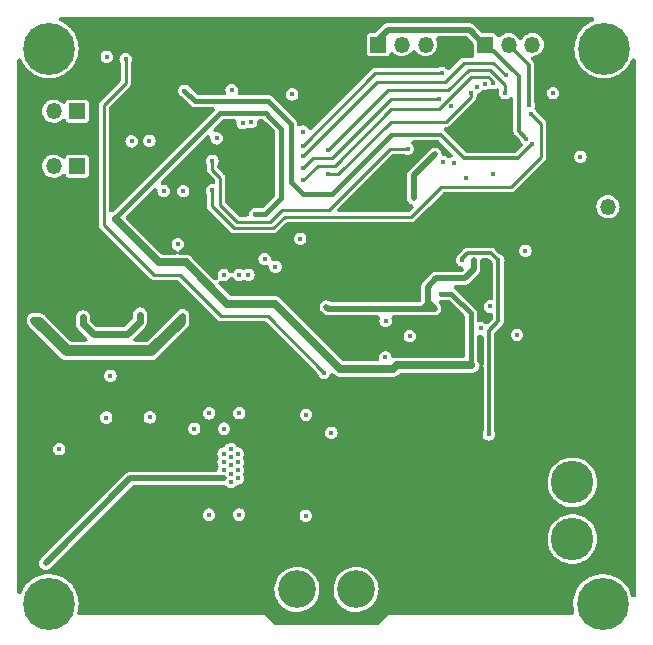
<source format=gbr>
%TF.GenerationSoftware,KiCad,Pcbnew,(6.0.0)*%
%TF.CreationDate,2022-01-13T21:59:03+08:00*%
%TF.ProjectId,WirelessPowerP40_Receiver,57697265-6c65-4737-9350-6f7765725034,rev?*%
%TF.SameCoordinates,Original*%
%TF.FileFunction,Copper,L2,Inr*%
%TF.FilePolarity,Positive*%
%FSLAX46Y46*%
G04 Gerber Fmt 4.6, Leading zero omitted, Abs format (unit mm)*
G04 Created by KiCad (PCBNEW (6.0.0)) date 2022-01-13 21:59:03*
%MOMM*%
%LPD*%
G01*
G04 APERTURE LIST*
G04 Aperture macros list*
%AMRoundRect*
0 Rectangle with rounded corners*
0 $1 Rounding radius*
0 $2 $3 $4 $5 $6 $7 $8 $9 X,Y pos of 4 corners*
0 Add a 4 corners polygon primitive as box body*
4,1,4,$2,$3,$4,$5,$6,$7,$8,$9,$2,$3,0*
0 Add four circle primitives for the rounded corners*
1,1,$1+$1,$2,$3*
1,1,$1+$1,$4,$5*
1,1,$1+$1,$6,$7*
1,1,$1+$1,$8,$9*
0 Add four rect primitives between the rounded corners*
20,1,$1+$1,$2,$3,$4,$5,0*
20,1,$1+$1,$4,$5,$6,$7,0*
20,1,$1+$1,$6,$7,$8,$9,0*
20,1,$1+$1,$8,$9,$2,$3,0*%
G04 Aperture macros list end*
%TA.AperFunction,ComponentPad*%
%ADD10R,1.350000X1.350000*%
%TD*%
%TA.AperFunction,ComponentPad*%
%ADD11O,1.350000X1.350000*%
%TD*%
%TA.AperFunction,ComponentPad*%
%ADD12C,0.700000*%
%TD*%
%TA.AperFunction,ComponentPad*%
%ADD13C,4.400000*%
%TD*%
%TA.AperFunction,ComponentPad*%
%ADD14C,3.200000*%
%TD*%
%TA.AperFunction,ComponentPad*%
%ADD15RoundRect,0.352940X-1.447060X1.447060X-1.447060X-1.447060X1.447060X-1.447060X1.447060X1.447060X0*%
%TD*%
%TA.AperFunction,ComponentPad*%
%ADD16C,3.600000*%
%TD*%
%TA.AperFunction,ViaPad*%
%ADD17C,0.450000*%
%TD*%
%TA.AperFunction,Conductor*%
%ADD18C,0.400000*%
%TD*%
%TA.AperFunction,Conductor*%
%ADD19C,0.300000*%
%TD*%
%TA.AperFunction,Conductor*%
%ADD20C,0.600000*%
%TD*%
%TA.AperFunction,Conductor*%
%ADD21C,0.700000*%
%TD*%
%TA.AperFunction,Conductor*%
%ADD22C,0.500000*%
%TD*%
%TA.AperFunction,Conductor*%
%ADD23C,0.250000*%
%TD*%
G04 APERTURE END LIST*
D10*
%TO.N,+3V3*%
%TO.C,J3*%
X139700000Y-71175000D03*
D11*
%TO.N,Net-(J3-Pad2)*%
X141700000Y-71175000D03*
%TO.N,Net-(J3-Pad3)*%
X143700000Y-71175000D03*
%TO.N,GND*%
X145700000Y-71175000D03*
%TD*%
D12*
%TO.N,N/C*%
%TO.C,H3*%
X111800000Y-116850000D03*
X111800000Y-120150000D03*
X112966726Y-119666726D03*
X110633274Y-117333274D03*
D13*
X111800000Y-118500000D03*
D12*
X110633274Y-119666726D03*
X112966726Y-117333274D03*
X110150000Y-118500000D03*
X113450000Y-118500000D03*
%TD*%
D10*
%TO.N,Net-(J6-Pad1)*%
%TO.C,J6*%
X114200000Y-76800000D03*
D11*
%TO.N,+5V*%
X112200000Y-76800000D03*
%TD*%
D12*
%TO.N,N/C*%
%TO.C,H1*%
X157633274Y-72666726D03*
X158800000Y-69850000D03*
X157633274Y-70333274D03*
D13*
X158800000Y-71500000D03*
D12*
X159966726Y-70333274D03*
X157150000Y-71500000D03*
X158800000Y-73150000D03*
X159966726Y-72666726D03*
X160450000Y-71500000D03*
%TD*%
%TO.N,N/C*%
%TO.C,H2*%
X157533274Y-119666726D03*
X158700000Y-120150000D03*
X160350000Y-118500000D03*
X159866726Y-117333274D03*
X157050000Y-118500000D03*
D13*
X158700000Y-118500000D03*
D12*
X157533274Y-117333274D03*
X159866726Y-119666726D03*
X158700000Y-116850000D03*
%TD*%
D14*
%TO.N,COIL-*%
%TO.C,J5*%
X132800000Y-117300000D03*
%TO.N,VAC1*%
X137800000Y-117300000D03*
%TD*%
D10*
%TO.N,Net-(J6-Pad1)*%
%TO.C,J7*%
X114200000Y-81456977D03*
D11*
%TO.N,+5V*%
X112200000Y-81456977D03*
%TD*%
D15*
%TO.N,GND*%
%TO.C,J4*%
X156120000Y-98630000D03*
D16*
X156120000Y-103430000D03*
%TO.N,VDC*%
X156120000Y-108230000D03*
X156120000Y-113030000D03*
%TD*%
D10*
%TO.N,+3V3*%
%TO.C,J2*%
X148725000Y-71175000D03*
D11*
%TO.N,Net-(J2-Pad2)*%
X150725000Y-71175000D03*
%TO.N,Net-(J2-Pad3)*%
X152725000Y-71175000D03*
%TO.N,GND*%
X154725000Y-71175000D03*
%TD*%
D10*
%TO.N,GND*%
%TO.C,J1*%
X159130000Y-86900000D03*
D11*
%TO.N,TEMP*%
X159130000Y-84900000D03*
%TD*%
D12*
%TO.N,N/C*%
%TO.C,H4*%
X110633274Y-72666726D03*
D13*
X111800000Y-71500000D03*
D12*
X110633274Y-70333274D03*
X110150000Y-71500000D03*
X113450000Y-71500000D03*
X112966726Y-72666726D03*
X111800000Y-69850000D03*
X111800000Y-73150000D03*
X112966726Y-70333274D03*
%TD*%
D17*
%TO.N,GND*%
X109510000Y-113740000D03*
X148975000Y-79125000D03*
X136660000Y-69190000D03*
X109510000Y-90740000D03*
X138000000Y-84000000D03*
X109510000Y-86740000D03*
X132500000Y-91600000D03*
X109510000Y-108740000D03*
X109510000Y-109740000D03*
X116660000Y-69190000D03*
X147660000Y-69190000D03*
X161110000Y-79740000D03*
X123100000Y-110610000D03*
X126160000Y-111130000D03*
X143325000Y-118850000D03*
X116225000Y-118850000D03*
X161110000Y-105740000D03*
X134000000Y-74000000D03*
X161110000Y-111740000D03*
X148175000Y-77525000D03*
X151105000Y-86735000D03*
X122660000Y-69190000D03*
X127877500Y-82447500D03*
X161110000Y-115740000D03*
X129820000Y-111060000D03*
X161110000Y-85740000D03*
X132220000Y-111060000D03*
X125660000Y-69190000D03*
X161110000Y-77740000D03*
X153660000Y-69190000D03*
X128660000Y-69190000D03*
X161110000Y-94740000D03*
X145775000Y-95059998D03*
X151660000Y-69190000D03*
X161110000Y-96740000D03*
X130277500Y-82447500D03*
X127877500Y-81647500D03*
X143265000Y-89439998D03*
X128677500Y-81647501D03*
X109510000Y-112740000D03*
X122700000Y-72700000D03*
X161110000Y-78740000D03*
X109510000Y-107740000D03*
X119300000Y-76900000D03*
X109510000Y-98740000D03*
X138000000Y-85000000D03*
X133000000Y-73000000D03*
X147895000Y-86735000D03*
X109510000Y-83740000D03*
X118225000Y-118850000D03*
X147895000Y-85155000D03*
X137660000Y-69190000D03*
X109510000Y-81740000D03*
X161110000Y-102740000D03*
X137000000Y-73000000D03*
X161110000Y-76740000D03*
X109510000Y-104740000D03*
X133660000Y-69190000D03*
X136000000Y-73000000D03*
X138660000Y-69190000D03*
X109510000Y-79740000D03*
X119800000Y-77420000D03*
X115000000Y-89330000D03*
X122500000Y-92100000D03*
X131620000Y-111060000D03*
X139000000Y-84000000D03*
X109510000Y-73740000D03*
X109510000Y-99740000D03*
X126640000Y-111540000D03*
X130277500Y-80847500D03*
X147375000Y-79125000D03*
X154660000Y-69190000D03*
X122170000Y-110610000D03*
X122650000Y-110200000D03*
X130420000Y-111060000D03*
X148975000Y-78325000D03*
X136000000Y-74000000D03*
X124800000Y-81770000D03*
X147375000Y-78325000D03*
X161110000Y-82740000D03*
X122170000Y-109790000D03*
X129477500Y-80047500D03*
X129477500Y-82447501D03*
X139570000Y-119840000D03*
X113660000Y-69190000D03*
X124225000Y-118850000D03*
X131070000Y-119840000D03*
X152325000Y-118850000D03*
X123660000Y-69190000D03*
X149775000Y-77525000D03*
X109510000Y-94740000D03*
X119570000Y-85930000D03*
X140660000Y-69190000D03*
X128677500Y-80847500D03*
X117512436Y-94770742D03*
X116532436Y-94770742D03*
X156660000Y-69190000D03*
X138095000Y-95530000D03*
X129740000Y-84770000D03*
X127877500Y-80047500D03*
X119800000Y-76370000D03*
X123100000Y-109790000D03*
X147375000Y-79925000D03*
X161110000Y-114740000D03*
X131020000Y-111060000D03*
X109510000Y-110740000D03*
X135000000Y-73000000D03*
X118800000Y-77420000D03*
X117025000Y-94275000D03*
X142825000Y-97075000D03*
X109510000Y-75740000D03*
X148975000Y-77525000D03*
X109510000Y-101740000D03*
X161110000Y-101740000D03*
X155325000Y-118850000D03*
X155080000Y-82370000D03*
X150660000Y-69190000D03*
X109510000Y-80740000D03*
X161110000Y-116740000D03*
X161110000Y-113740000D03*
X139660000Y-69190000D03*
X121200000Y-100900000D03*
X109510000Y-84740000D03*
X161110000Y-74740000D03*
X143725000Y-97050000D03*
X120660000Y-69190000D03*
X116532436Y-93800742D03*
X134170000Y-119840000D03*
X141660000Y-69190000D03*
X146325000Y-118850000D03*
X123225000Y-118850000D03*
X161110000Y-99740000D03*
X161110000Y-112740000D03*
X109510000Y-76740000D03*
X143660000Y-69190000D03*
X109510000Y-102740000D03*
X153325000Y-118850000D03*
X109510000Y-93740000D03*
X117225000Y-118850000D03*
X127090000Y-111130000D03*
X109510000Y-87740000D03*
X109510000Y-92740000D03*
X146660000Y-69190000D03*
X161110000Y-90740000D03*
X161110000Y-88740000D03*
X161110000Y-87740000D03*
X134660000Y-69190000D03*
X149775000Y-78325000D03*
X109510000Y-88740000D03*
X120225000Y-118850000D03*
X141325000Y-118850000D03*
X149775000Y-79925000D03*
X130277500Y-80047500D03*
X109510000Y-85740000D03*
X161110000Y-106740000D03*
X127225000Y-118850000D03*
X142325000Y-118850000D03*
X150325000Y-118850000D03*
X161110000Y-73740000D03*
X151105000Y-85145000D03*
X132170000Y-119840000D03*
X109510000Y-114740000D03*
X118800000Y-76370000D03*
X161110000Y-97740000D03*
X130660000Y-69190000D03*
X149660000Y-69190000D03*
X109510000Y-74740000D03*
X161110000Y-92740000D03*
X138570000Y-119840000D03*
X148660000Y-69190000D03*
X124660000Y-69190000D03*
X161110000Y-100740000D03*
X129225000Y-118850000D03*
X161110000Y-84740000D03*
X145275000Y-95579998D03*
X126225000Y-118850000D03*
X119500000Y-100900000D03*
X109510000Y-97740000D03*
X128677500Y-80047500D03*
X161110000Y-98740000D03*
X136370000Y-119840000D03*
X145325000Y-118850000D03*
X129477500Y-80847500D03*
X161110000Y-86740000D03*
X144660000Y-69190000D03*
X145660000Y-69190000D03*
X109510000Y-106740000D03*
X147325000Y-118850000D03*
X161110000Y-108740000D03*
X145275000Y-94529998D03*
X148175000Y-78325000D03*
X114660000Y-69190000D03*
X122500000Y-92900000D03*
X109510000Y-103740000D03*
X149775000Y-79125000D03*
X148175000Y-79125000D03*
X161110000Y-109740000D03*
X130700000Y-91600000D03*
X109510000Y-82740000D03*
X134000000Y-73000000D03*
X161110000Y-110740000D03*
X161110000Y-89740000D03*
X133000000Y-74000000D03*
X127090000Y-111950000D03*
X139000000Y-85000000D03*
X109510000Y-89740000D03*
X127877500Y-80847500D03*
X131660000Y-69190000D03*
X130277500Y-81647501D03*
X161110000Y-107740000D03*
X146275000Y-94529998D03*
X151325000Y-118850000D03*
X128677500Y-82447500D03*
X147375000Y-77525000D03*
X154325000Y-118850000D03*
X122225000Y-118850000D03*
X161110000Y-104740000D03*
X129477500Y-81647500D03*
X109510000Y-77740000D03*
X126660000Y-69190000D03*
X138095000Y-94823750D03*
X144325000Y-118850000D03*
X132660000Y-69190000D03*
X118660000Y-69190000D03*
X117660000Y-69190000D03*
X135660000Y-69190000D03*
X146845000Y-85155000D03*
X109510000Y-105740000D03*
X148175000Y-79925000D03*
X137000000Y-74000000D03*
X109510000Y-95740000D03*
X140270000Y-119140000D03*
X155660000Y-69190000D03*
X152660000Y-69190000D03*
X129660000Y-69190000D03*
X109510000Y-115740000D03*
X148975000Y-79925000D03*
X117522436Y-93800741D03*
X115660000Y-69190000D03*
X135270000Y-119840000D03*
X127660000Y-69190000D03*
X147540000Y-92320000D03*
X119840000Y-91790000D03*
X109510000Y-116740000D03*
X161110000Y-83740000D03*
X119500000Y-98100000D03*
X109510000Y-100740000D03*
X161110000Y-75740000D03*
X146275000Y-95579998D03*
X145860000Y-76330000D03*
X130370000Y-119140000D03*
X142660000Y-69190000D03*
X109510000Y-91740000D03*
X161110000Y-103740000D03*
X161110000Y-81740000D03*
X126160000Y-111950000D03*
X145815000Y-85155000D03*
X138095000Y-96236250D03*
X161110000Y-93740000D03*
X161110000Y-95740000D03*
X161110000Y-80740000D03*
X125225000Y-118850000D03*
X137470000Y-119840000D03*
X119830000Y-72040000D03*
X109510000Y-96740000D03*
X121225000Y-118850000D03*
X115225000Y-118850000D03*
X133170000Y-119840000D03*
X121660000Y-69190000D03*
X119225000Y-118850000D03*
X119660000Y-69190000D03*
X161110000Y-91740000D03*
X109510000Y-111740000D03*
X129247499Y-87730000D03*
X149325000Y-118850000D03*
X109510000Y-78740000D03*
X148770000Y-89410000D03*
X128225000Y-118850000D03*
X148325000Y-118850000D03*
X135000000Y-74000000D03*
X115180000Y-99770000D03*
%TO.N,COIL-*%
X152140000Y-88620000D03*
%TO.N,VDDA*%
X156800000Y-80670000D03*
X123270000Y-75060000D03*
X152720000Y-79590000D03*
%TO.N,VCC*%
X114690000Y-94270000D03*
X119525000Y-94025000D03*
%TO.N,+5V*%
X129260000Y-85540000D03*
X116700000Y-72190000D03*
X120300000Y-79300000D03*
X117475000Y-85950000D03*
X147540000Y-98340000D03*
X130430000Y-77260000D03*
X118800000Y-79350000D03*
X117009258Y-99190742D03*
X146850000Y-98340000D03*
X144975000Y-92269997D03*
%TO.N,HT*%
X123121425Y-94115000D03*
X110462436Y-94460742D03*
X147765000Y-89439998D03*
X111022436Y-94460742D03*
X144465001Y-93539998D03*
X123121425Y-94640000D03*
X135290000Y-93380000D03*
%TO.N,VAC1*%
X126600000Y-106500000D03*
X127200000Y-106800000D03*
X126600000Y-107200000D03*
X126610000Y-90670000D03*
X127200000Y-107500000D03*
X127800000Y-107200000D03*
X126600000Y-105800000D03*
X127200000Y-106100000D03*
X127800000Y-105800000D03*
X127800000Y-107900000D03*
X127200000Y-105400000D03*
X111520000Y-115080000D03*
X127200000Y-108200000D03*
X126600000Y-107900000D03*
X127800000Y-106500000D03*
X126625000Y-103675000D03*
%TO.N,+3V3*%
X154475000Y-75285000D03*
X152220000Y-79140000D03*
X127280000Y-75020000D03*
X122710000Y-88060000D03*
%TO.N,ISENSE*%
X121520000Y-83560000D03*
X126000000Y-79100000D03*
X116650000Y-102740000D03*
%TO.N,Net-(C37-Pad2)*%
X133075000Y-87600000D03*
X124100000Y-103675000D03*
%TO.N,VACC_MID*%
X123170000Y-83570000D03*
X120350000Y-102730000D03*
%TO.N,Net-(R26-Pad2)*%
X128690000Y-90640000D03*
X127900000Y-110960000D03*
%TO.N,PWM1_L*%
X133330000Y-82640000D03*
X149380000Y-74430000D03*
%TO.N,PWM1_H*%
X133300000Y-80610000D03*
X150470000Y-73780000D03*
%TO.N,PWM2_L*%
X133290000Y-79720000D03*
X145040000Y-73570000D03*
%TO.N,PWM2_H*%
X144840000Y-75760000D03*
X133310000Y-81610000D03*
X128920000Y-77710000D03*
%TO.N,AC_I_2*%
X133310000Y-78540000D03*
X147100000Y-82480000D03*
%TO.N,VDC*%
X149860000Y-89430000D03*
X146780000Y-89430000D03*
X149050000Y-104170000D03*
%TO.N,Net-(R24-Pad2)*%
X127910000Y-102370000D03*
X127900000Y-90660000D03*
%TO.N,Net-(D3-Pad3)*%
X135710000Y-104030000D03*
X142360002Y-95839998D03*
X149150000Y-93339999D03*
X151425000Y-95739998D03*
%TO.N,Net-(J2-Pad2)*%
X152410000Y-76260000D03*
%TO.N,Net-(J3-Pad2)*%
X145190000Y-81120000D03*
%TO.N,Net-(J3-Pad3)*%
X146117500Y-81190000D03*
%TO.N,Net-(NCP15XW153J03RC1-Pad1)*%
X135090000Y-98930000D03*
X118300000Y-72400000D03*
%TO.N,EN_MOD*%
X112670000Y-105420000D03*
X148690000Y-74490000D03*
%TO.N,MIN_LD*%
X144490000Y-80440000D03*
X142680000Y-84150000D03*
%TO.N,Net-(Q5-Pad4)*%
X140305000Y-94549998D03*
X133570000Y-102510000D03*
%TO.N,Net-(Q6-Pad4)*%
X140280000Y-97649999D03*
X133555000Y-111050000D03*
%TO.N,Net-(R10-Pad2)*%
X130980000Y-89980000D03*
X125360000Y-102380000D03*
%TO.N,Net-(R12-Pad2)*%
X130060000Y-89320000D03*
X125350000Y-110970000D03*
%TO.N,AC_I_1*%
X128200000Y-77820000D03*
X149425000Y-82165000D03*
X132390000Y-75387500D03*
%TO.N,EN_GAIN*%
X142180000Y-79990000D03*
X125640000Y-81010000D03*
%TO.N,Net-(R49-Pad1)*%
X135420000Y-80050000D03*
X150430000Y-75280000D03*
%TO.N,Net-(R51-Pad1)*%
X147560000Y-75270000D03*
X135450000Y-82130000D03*
%TO.N,EN_LOAD*%
X148030000Y-74730000D03*
X148410000Y-95200000D03*
%TO.N,EN_DRV*%
X152610000Y-77030000D03*
X125610000Y-83520000D03*
%TD*%
D18*
%TO.N,VDDA*%
X132300000Y-82790000D02*
X133330000Y-83820000D01*
X124160000Y-75950000D02*
X130380000Y-75950000D01*
X130380000Y-75950000D02*
X132300000Y-77870000D01*
X123270000Y-75060000D02*
X124160000Y-75950000D01*
X132300000Y-77870000D02*
X132300000Y-82790000D01*
D19*
X140760000Y-78810000D02*
X144980000Y-78810000D01*
X144980000Y-78810000D02*
X146970000Y-80800000D01*
D18*
X133330000Y-83820000D02*
X135750000Y-83820000D01*
D19*
X151510000Y-80800000D02*
X152720000Y-79590000D01*
X146970000Y-80800000D02*
X151510000Y-80800000D01*
D18*
X135750000Y-83820000D02*
X140760000Y-78810000D01*
D20*
%TO.N,VCC*%
X114690000Y-94270000D02*
X114690000Y-94810000D01*
X115590000Y-95710000D02*
X118430000Y-95710000D01*
X118430000Y-95710000D02*
X119525000Y-94615000D01*
X114690000Y-94810000D02*
X115590000Y-95710000D01*
X119525000Y-94615000D02*
X119525000Y-94025000D01*
D18*
%TO.N,+5V*%
X147540000Y-93930000D02*
X147540000Y-98340000D01*
X129260000Y-85540000D02*
X130061324Y-85540000D01*
X131460000Y-84141324D02*
X131460000Y-78290000D01*
D21*
X140936592Y-98633408D02*
X141240000Y-98330000D01*
X126910000Y-93110000D02*
X130930000Y-93110000D01*
D18*
X117500000Y-85900000D02*
X117500000Y-85800000D01*
X130150000Y-76980000D02*
X130430000Y-77260000D01*
D21*
X123400000Y-89600000D02*
X126910000Y-93110000D01*
D18*
X130061324Y-85540000D02*
X131460000Y-84141324D01*
X144975000Y-92269997D02*
X145879997Y-92269997D01*
D21*
X130930000Y-93110000D02*
X136453408Y-98633408D01*
D18*
X145879997Y-92269997D02*
X147540000Y-93930000D01*
X131460000Y-78290000D02*
X130430000Y-77260000D01*
X126320000Y-76980000D02*
X130150000Y-76980000D01*
D21*
X121100000Y-89600000D02*
X123400000Y-89600000D01*
X136453408Y-98633408D02*
X140936592Y-98633408D01*
X141240000Y-98330000D02*
X147560000Y-98330000D01*
D18*
X117500000Y-85800000D02*
X126320000Y-76980000D01*
D21*
X117450000Y-85950000D02*
X121100000Y-89600000D01*
D22*
%TO.N,HT*%
X113420000Y-96870000D02*
X120366425Y-96870000D01*
X110462436Y-94542436D02*
X110462436Y-94460742D01*
X144464999Y-93540000D02*
X144465001Y-93539998D01*
X143420000Y-93540000D02*
X144464999Y-93540000D01*
X120366425Y-96870000D02*
X123121425Y-94115000D01*
X135290000Y-93380000D02*
X135450000Y-93540000D01*
X143870000Y-91660000D02*
X143870000Y-92944997D01*
X123121425Y-94640000D02*
X123121425Y-94718575D01*
X111022436Y-94460742D02*
X111022436Y-94472436D01*
X113240000Y-97320000D02*
X110462436Y-94542436D01*
X111022436Y-94472436D02*
X113420000Y-96870000D01*
X147765000Y-90175000D02*
X146990000Y-90950000D01*
X144580000Y-90950000D02*
X143870000Y-91660000D01*
X143870000Y-92944997D02*
X143870000Y-93090000D01*
X120520000Y-97320000D02*
X113240000Y-97320000D01*
X123121425Y-94640000D02*
X123121425Y-94115000D01*
X135450000Y-93540000D02*
X143420000Y-93540000D01*
X123121425Y-94718575D02*
X120520000Y-97320000D01*
X143870000Y-92944997D02*
X144465001Y-93539998D01*
X147765000Y-89439998D02*
X147765000Y-90175000D01*
X110462436Y-94460742D02*
X111022436Y-94460742D01*
X143870000Y-93090000D02*
X143420000Y-93540000D01*
X146990000Y-90950000D02*
X144580000Y-90950000D01*
%TO.N,VAC1*%
X118700000Y-107900000D02*
X126600000Y-107900000D01*
X111520000Y-115080000D02*
X118700000Y-107900000D01*
D19*
%TO.N,+3V3*%
X151580000Y-73860000D02*
X151580000Y-78500000D01*
D22*
X139700000Y-70750000D02*
X140540000Y-69910000D01*
D19*
X148895000Y-71175000D02*
X151580000Y-73860000D01*
X148725000Y-71175000D02*
X148895000Y-71175000D01*
X151580000Y-78500000D02*
X152220000Y-79140000D01*
D22*
X147410000Y-69910000D02*
X148750000Y-71250000D01*
X139700000Y-71175000D02*
X139700000Y-70750000D01*
X140540000Y-69910000D02*
X147410000Y-69910000D01*
D23*
%TO.N,PWM1_L*%
X147530000Y-73920000D02*
X144790000Y-76660000D01*
X149380000Y-74290000D02*
X149010000Y-73920000D01*
X144790000Y-76660000D02*
X140790000Y-76660000D01*
X134550000Y-81410000D02*
X133330000Y-82630000D01*
X149380000Y-74430000D02*
X149380000Y-74290000D01*
X149010000Y-73920000D02*
X147530000Y-73920000D01*
X140790000Y-76660000D02*
X136040000Y-81410000D01*
X136040000Y-81410000D02*
X134550000Y-81410000D01*
%TO.N,PWM1_H*%
X139600000Y-74310000D02*
X133300000Y-80610000D01*
X150470000Y-73780000D02*
X149380000Y-72690000D01*
X149380000Y-72690000D02*
X146970000Y-72690000D01*
X145350000Y-74310000D02*
X139600000Y-74310000D01*
X146970000Y-72690000D02*
X145350000Y-74310000D01*
%TO.N,PWM2_L*%
X145038007Y-73568007D02*
X139441993Y-73568007D01*
X139441993Y-73568007D02*
X133290000Y-79720000D01*
X145040000Y-73570000D02*
X145038007Y-73568007D01*
%TO.N,PWM2_H*%
X140780000Y-75760000D02*
X135740000Y-80800000D01*
X135740000Y-80800000D02*
X134120000Y-80800000D01*
X134120000Y-80800000D02*
X133310000Y-81610000D01*
X144840000Y-75760000D02*
X140780000Y-75760000D01*
D19*
%TO.N,VDC*%
X146780000Y-89430000D02*
X146780000Y-89270000D01*
X146780000Y-89270000D02*
X147240000Y-88810000D01*
X149240000Y-88810000D02*
X149860000Y-89430000D01*
X147240000Y-88810000D02*
X149240000Y-88810000D01*
X149860000Y-89430000D02*
X149860000Y-94600000D01*
X149860000Y-94600000D02*
X149050000Y-95410000D01*
X149050000Y-95410000D02*
X149050000Y-104170000D01*
%TO.N,Net-(J2-Pad2)*%
X152410000Y-76260000D02*
X152410000Y-72860000D01*
X152410000Y-72860000D02*
X150725000Y-71175000D01*
D23*
%TO.N,Net-(NCP15XW153J03RC1-Pad1)*%
X130340000Y-94180000D02*
X135090000Y-98930000D01*
X118300000Y-74450000D02*
X116450000Y-76300000D01*
X126400000Y-94180000D02*
X130340000Y-94180000D01*
X116450000Y-86434358D02*
X120695642Y-90680000D01*
X118300000Y-72400000D02*
X118300000Y-74450000D01*
X122900000Y-90680000D02*
X126400000Y-94180000D01*
X120695642Y-90680000D02*
X122900000Y-90680000D01*
X116450000Y-76300000D02*
X116450000Y-86434358D01*
D22*
%TO.N,MIN_LD*%
X142680000Y-82250000D02*
X142680000Y-84150000D01*
X144490000Y-80440000D02*
X142680000Y-82250000D01*
D23*
%TO.N,EN_GAIN*%
X130530000Y-86150000D02*
X131550000Y-85130000D01*
X125640000Y-81010000D02*
X125640000Y-81800000D01*
X126310000Y-84730000D02*
X127730000Y-86150000D01*
X127730000Y-86150000D02*
X130530000Y-86150000D01*
X126310000Y-82470000D02*
X126310000Y-84730000D01*
X140680000Y-79990000D02*
X142180000Y-79990000D01*
X135540000Y-85130000D02*
X140680000Y-79990000D01*
X131550000Y-85130000D02*
X135540000Y-85130000D01*
X125640000Y-81800000D02*
X126310000Y-82470000D01*
%TO.N,Net-(R49-Pad1)*%
X150430000Y-74580000D02*
X149130000Y-73280000D01*
X150430000Y-75280000D02*
X150430000Y-74580000D01*
X140500000Y-75000000D02*
X135450000Y-80050000D01*
X135450000Y-80050000D02*
X135420000Y-80050000D01*
X149130000Y-73280000D02*
X147330000Y-73280000D01*
X145610000Y-75000000D02*
X140500000Y-75000000D01*
X147330000Y-73280000D02*
X145610000Y-75000000D01*
%TO.N,Net-(R51-Pad1)*%
X136300000Y-82130000D02*
X140730000Y-77700000D01*
X145439419Y-77700000D02*
X147560000Y-75579419D01*
X140730000Y-77700000D02*
X145439419Y-77700000D01*
X135450000Y-82130000D02*
X136300000Y-82130000D01*
X147560000Y-75579419D02*
X147560000Y-75280000D01*
%TO.N,EN_DRV*%
X130810000Y-86720000D02*
X131760000Y-85770000D01*
X150960000Y-83220000D02*
X153490000Y-80690000D01*
X131760000Y-85770000D02*
X142460000Y-85770000D01*
X145010000Y-83220000D02*
X150960000Y-83220000D01*
X153490000Y-80690000D02*
X153490000Y-77910000D01*
X127460000Y-86720000D02*
X130810000Y-86720000D01*
X142460000Y-85770000D02*
X145010000Y-83220000D01*
X125610000Y-84870000D02*
X127460000Y-86720000D01*
X125610000Y-83520000D02*
X125610000Y-84870000D01*
X153490000Y-77910000D02*
X152610000Y-77030000D01*
%TD*%
%TA.AperFunction,Conductor*%
%TO.N,GND*%
G36*
X157783687Y-68800000D02*
G01*
X157870030Y-68819707D01*
X157939271Y-68874926D01*
X157977698Y-68954718D01*
X157977698Y-69043282D01*
X157939271Y-69123074D01*
X157870030Y-69178293D01*
X157856943Y-69184026D01*
X157739052Y-69230702D01*
X157739045Y-69230705D01*
X157733234Y-69233006D01*
X157457516Y-69384584D01*
X157452460Y-69388257D01*
X157452459Y-69388258D01*
X157208029Y-69565846D01*
X157208025Y-69565850D01*
X157202970Y-69569522D01*
X157198413Y-69573802D01*
X157198411Y-69573803D01*
X157180299Y-69590812D01*
X156973610Y-69784906D01*
X156969636Y-69789709D01*
X156969631Y-69789715D01*
X156921632Y-69847736D01*
X156773053Y-70027337D01*
X156604463Y-70292993D01*
X156601803Y-70298645D01*
X156601799Y-70298653D01*
X156482205Y-70552804D01*
X156470497Y-70577685D01*
X156468563Y-70583636D01*
X156468563Y-70583637D01*
X156394055Y-70812950D01*
X156373269Y-70876921D01*
X156372098Y-70883062D01*
X156372097Y-70883064D01*
X156317463Y-71169469D01*
X156314312Y-71185985D01*
X156294556Y-71500000D01*
X156314312Y-71814015D01*
X156315483Y-71820155D01*
X156315484Y-71820161D01*
X156366756Y-72088936D01*
X156373269Y-72123079D01*
X156375200Y-72129022D01*
X156375201Y-72129026D01*
X156463246Y-72400000D01*
X156470497Y-72422315D01*
X156473158Y-72427970D01*
X156473160Y-72427975D01*
X156601799Y-72701347D01*
X156601803Y-72701355D01*
X156604463Y-72707007D01*
X156773053Y-72972663D01*
X156777036Y-72977477D01*
X156777037Y-72977479D01*
X156969631Y-73210285D01*
X156969636Y-73210291D01*
X156973610Y-73215094D01*
X156978158Y-73219365D01*
X156978160Y-73219367D01*
X156990073Y-73230554D01*
X157202970Y-73430478D01*
X157208025Y-73434150D01*
X157208029Y-73434154D01*
X157418641Y-73587172D01*
X157457516Y-73615416D01*
X157733234Y-73766994D01*
X158025775Y-73882819D01*
X158097298Y-73901183D01*
X158324465Y-73959510D01*
X158324472Y-73959511D01*
X158330527Y-73961066D01*
X158642682Y-74000500D01*
X158957318Y-74000500D01*
X159269473Y-73961066D01*
X159275528Y-73959511D01*
X159275535Y-73959510D01*
X159502702Y-73901183D01*
X159574225Y-73882819D01*
X159866766Y-73766994D01*
X160142484Y-73615416D01*
X160181359Y-73587172D01*
X160391971Y-73434154D01*
X160391975Y-73434150D01*
X160397030Y-73430478D01*
X160609927Y-73230554D01*
X160621840Y-73219367D01*
X160621842Y-73219365D01*
X160626390Y-73215094D01*
X160630364Y-73210291D01*
X160630369Y-73210285D01*
X160822963Y-72977479D01*
X160822964Y-72977477D01*
X160826947Y-72972663D01*
X160995537Y-72707007D01*
X160998197Y-72701355D01*
X160998201Y-72701347D01*
X161109246Y-72465364D01*
X161120939Y-72440513D01*
X161175534Y-72370780D01*
X161254979Y-72331639D01*
X161343538Y-72330844D01*
X161423673Y-72368552D01*
X161479511Y-72437295D01*
X161500000Y-72525244D01*
X161500000Y-117769289D01*
X161480293Y-117855632D01*
X161425074Y-117924873D01*
X161345282Y-117963300D01*
X161256718Y-117963300D01*
X161176926Y-117924873D01*
X161121707Y-117855632D01*
X161111740Y-117830783D01*
X161031439Y-117583641D01*
X161031435Y-117583630D01*
X161029503Y-117577685D01*
X161000480Y-117516007D01*
X160898201Y-117298653D01*
X160898197Y-117298645D01*
X160895537Y-117292993D01*
X160726947Y-117027337D01*
X160722963Y-117022521D01*
X160530369Y-116789715D01*
X160530364Y-116789709D01*
X160526390Y-116784906D01*
X160508838Y-116768423D01*
X160301589Y-116573803D01*
X160301587Y-116573802D01*
X160297030Y-116569522D01*
X160291975Y-116565850D01*
X160291971Y-116565846D01*
X160047541Y-116388258D01*
X160047540Y-116388257D01*
X160042484Y-116384584D01*
X159766766Y-116233006D01*
X159474225Y-116117181D01*
X159387784Y-116094987D01*
X159175535Y-116040490D01*
X159175528Y-116040489D01*
X159169473Y-116038934D01*
X158857318Y-115999500D01*
X158542682Y-115999500D01*
X158230527Y-116038934D01*
X158224472Y-116040489D01*
X158224465Y-116040490D01*
X158012216Y-116094987D01*
X157925775Y-116117181D01*
X157633234Y-116233006D01*
X157357516Y-116384584D01*
X157352460Y-116388257D01*
X157352459Y-116388258D01*
X157108029Y-116565846D01*
X157108025Y-116565850D01*
X157102970Y-116569522D01*
X157098413Y-116573802D01*
X157098411Y-116573803D01*
X156891163Y-116768423D01*
X156873610Y-116784906D01*
X156869636Y-116789709D01*
X156869631Y-116789715D01*
X156677037Y-117022521D01*
X156673053Y-117027337D01*
X156504463Y-117292993D01*
X156501803Y-117298645D01*
X156501799Y-117298653D01*
X156399520Y-117516007D01*
X156370497Y-117577685D01*
X156368563Y-117583636D01*
X156368563Y-117583637D01*
X156309013Y-117766914D01*
X156273269Y-117876921D01*
X156272098Y-117883062D01*
X156272097Y-117883064D01*
X156245505Y-118022467D01*
X156214312Y-118185985D01*
X156194556Y-118500000D01*
X156214312Y-118814015D01*
X156215483Y-118820155D01*
X156215484Y-118820161D01*
X156269020Y-119100806D01*
X156273269Y-119123079D01*
X156275200Y-119129021D01*
X156275201Y-119129026D01*
X156291039Y-119177769D01*
X156298978Y-119265976D01*
X156267859Y-119348892D01*
X156203846Y-119410095D01*
X156119618Y-119437463D01*
X156054732Y-119432623D01*
X156047333Y-119430823D01*
X156034280Y-119425615D01*
X156028007Y-119425000D01*
X156015151Y-119425000D01*
X156012154Y-119424888D01*
X155997760Y-119421223D01*
X155971952Y-119423806D01*
X155969904Y-119424011D01*
X155950086Y-119425000D01*
X140725185Y-119425000D01*
X140725185Y-119421881D01*
X140719547Y-119422100D01*
X140719584Y-119423077D01*
X140672094Y-119424860D01*
X140664628Y-119425000D01*
X140647095Y-119425000D01*
X140647095Y-119424617D01*
X140641645Y-119423891D01*
X140641724Y-119426000D01*
X140607904Y-119427270D01*
X140591025Y-119434522D01*
X140587021Y-119435424D01*
X140583193Y-119436901D01*
X140565130Y-119440265D01*
X140548767Y-119450352D01*
X140522893Y-119463792D01*
X140518134Y-119465837D01*
X140505220Y-119471385D01*
X140500350Y-119475386D01*
X140496904Y-119478832D01*
X140495733Y-119479894D01*
X140490987Y-119484414D01*
X140485634Y-119489267D01*
X140469993Y-119498909D01*
X140458871Y-119513535D01*
X140456459Y-119516707D01*
X140438769Y-119536967D01*
X139734022Y-120241714D01*
X139659034Y-120288833D01*
X139593308Y-120300000D01*
X131006692Y-120300000D01*
X130920349Y-120280293D01*
X130865978Y-120241714D01*
X130172617Y-119548353D01*
X130174823Y-119546147D01*
X130170682Y-119542316D01*
X130170016Y-119543034D01*
X130135152Y-119510692D01*
X130129801Y-119505537D01*
X130117400Y-119493136D01*
X130117673Y-119492863D01*
X130114333Y-119488496D01*
X130112895Y-119490046D01*
X130101557Y-119479528D01*
X130101556Y-119479527D01*
X130088083Y-119467029D01*
X130071016Y-119460220D01*
X130067545Y-119458026D01*
X130063798Y-119456366D01*
X130048648Y-119445972D01*
X130029942Y-119441533D01*
X130002139Y-119432741D01*
X129984280Y-119425615D01*
X129978007Y-119425000D01*
X129973141Y-119425000D01*
X129971576Y-119424923D01*
X129964993Y-119424762D01*
X129957782Y-119424409D01*
X129939909Y-119420168D01*
X129917754Y-119423183D01*
X129890920Y-119425000D01*
X114485150Y-119425000D01*
X114477069Y-119424836D01*
X114471680Y-119424617D01*
X114434328Y-119423099D01*
X114423317Y-119426607D01*
X114339664Y-119419018D01*
X114263670Y-119373539D01*
X114214934Y-119299591D01*
X114203109Y-119211820D01*
X114212034Y-119168313D01*
X114226731Y-119123079D01*
X114230980Y-119100806D01*
X114284516Y-118820161D01*
X114284517Y-118820155D01*
X114285688Y-118814015D01*
X114305444Y-118500000D01*
X114285688Y-118185985D01*
X114254496Y-118022467D01*
X114227903Y-117883064D01*
X114227902Y-117883062D01*
X114226731Y-117876921D01*
X114190988Y-117766914D01*
X114131437Y-117583637D01*
X114131437Y-117583636D01*
X114129503Y-117577685D01*
X114100480Y-117516007D01*
X113998201Y-117298653D01*
X113998197Y-117298645D01*
X113995537Y-117292993D01*
X113962003Y-117240151D01*
X130895585Y-117240151D01*
X130895861Y-117247177D01*
X130895861Y-117247179D01*
X130897661Y-117292993D01*
X130906152Y-117509083D01*
X130907415Y-117516000D01*
X130907416Y-117516007D01*
X130953239Y-117766914D01*
X130953241Y-117766922D01*
X130954505Y-117773843D01*
X131039682Y-118029148D01*
X131042828Y-118035444D01*
X131156836Y-118263612D01*
X131156840Y-118263618D01*
X131159981Y-118269905D01*
X131313003Y-118491309D01*
X131317781Y-118496478D01*
X131317782Y-118496479D01*
X131339015Y-118519449D01*
X131495695Y-118688944D01*
X131704411Y-118858866D01*
X131710435Y-118862492D01*
X131710441Y-118862497D01*
X131915079Y-118985699D01*
X131934987Y-118997684D01*
X131941472Y-119000430D01*
X132176331Y-119099880D01*
X132176338Y-119099882D01*
X132182822Y-119102628D01*
X132236785Y-119116936D01*
X132436171Y-119169803D01*
X132436175Y-119169804D01*
X132442972Y-119171606D01*
X132634295Y-119194251D01*
X132703265Y-119202414D01*
X132703267Y-119202414D01*
X132710245Y-119203240D01*
X132844778Y-119200069D01*
X132972282Y-119197065D01*
X132972287Y-119197065D01*
X132979310Y-119196899D01*
X133021848Y-119189819D01*
X133237846Y-119153867D01*
X133237849Y-119153866D01*
X133244796Y-119152710D01*
X133251509Y-119150587D01*
X133251513Y-119150586D01*
X133494695Y-119073677D01*
X133494694Y-119073677D01*
X133501408Y-119071554D01*
X133540538Y-119052764D01*
X133737685Y-118958096D01*
X133737691Y-118958092D01*
X133744025Y-118955051D01*
X133967806Y-118805526D01*
X134168286Y-118625961D01*
X134172809Y-118620580D01*
X134172815Y-118620574D01*
X134336942Y-118425321D01*
X134336943Y-118425319D01*
X134341465Y-118419940D01*
X134345181Y-118413981D01*
X134345185Y-118413976D01*
X134480167Y-118197537D01*
X134480167Y-118197536D01*
X134483887Y-118191572D01*
X134552911Y-118035444D01*
X134589869Y-117951848D01*
X134589872Y-117951841D01*
X134592712Y-117945416D01*
X134594619Y-117938656D01*
X134594621Y-117938649D01*
X134663858Y-117693150D01*
X134665767Y-117686382D01*
X134701595Y-117419638D01*
X134705355Y-117300000D01*
X134701118Y-117240151D01*
X135895585Y-117240151D01*
X135895861Y-117247177D01*
X135895861Y-117247179D01*
X135897661Y-117292993D01*
X135906152Y-117509083D01*
X135907415Y-117516000D01*
X135907416Y-117516007D01*
X135953239Y-117766914D01*
X135953241Y-117766922D01*
X135954505Y-117773843D01*
X136039682Y-118029148D01*
X136042828Y-118035444D01*
X136156836Y-118263612D01*
X136156840Y-118263618D01*
X136159981Y-118269905D01*
X136313003Y-118491309D01*
X136317781Y-118496478D01*
X136317782Y-118496479D01*
X136339015Y-118519449D01*
X136495695Y-118688944D01*
X136704411Y-118858866D01*
X136710435Y-118862492D01*
X136710441Y-118862497D01*
X136915079Y-118985699D01*
X136934987Y-118997684D01*
X136941472Y-119000430D01*
X137176331Y-119099880D01*
X137176338Y-119099882D01*
X137182822Y-119102628D01*
X137236785Y-119116936D01*
X137436171Y-119169803D01*
X137436175Y-119169804D01*
X137442972Y-119171606D01*
X137634295Y-119194251D01*
X137703265Y-119202414D01*
X137703267Y-119202414D01*
X137710245Y-119203240D01*
X137844778Y-119200069D01*
X137972282Y-119197065D01*
X137972287Y-119197065D01*
X137979310Y-119196899D01*
X138021848Y-119189819D01*
X138237846Y-119153867D01*
X138237849Y-119153866D01*
X138244796Y-119152710D01*
X138251509Y-119150587D01*
X138251513Y-119150586D01*
X138494695Y-119073677D01*
X138494694Y-119073677D01*
X138501408Y-119071554D01*
X138540538Y-119052764D01*
X138737685Y-118958096D01*
X138737691Y-118958092D01*
X138744025Y-118955051D01*
X138967806Y-118805526D01*
X139168286Y-118625961D01*
X139172809Y-118620580D01*
X139172815Y-118620574D01*
X139336942Y-118425321D01*
X139336943Y-118425319D01*
X139341465Y-118419940D01*
X139345181Y-118413981D01*
X139345185Y-118413976D01*
X139480167Y-118197537D01*
X139480167Y-118197536D01*
X139483887Y-118191572D01*
X139552911Y-118035444D01*
X139589869Y-117951848D01*
X139589872Y-117951841D01*
X139592712Y-117945416D01*
X139594619Y-117938656D01*
X139594621Y-117938649D01*
X139663858Y-117693150D01*
X139665767Y-117686382D01*
X139701595Y-117419638D01*
X139705355Y-117300000D01*
X139686347Y-117031533D01*
X139629700Y-116768423D01*
X139536547Y-116515919D01*
X139504038Y-116455669D01*
X139412087Y-116285255D01*
X139412085Y-116285251D01*
X139408744Y-116279060D01*
X139248843Y-116062571D01*
X139060034Y-115870772D01*
X138846083Y-115707490D01*
X138796116Y-115679507D01*
X138617397Y-115579419D01*
X138617393Y-115579417D01*
X138611261Y-115575983D01*
X138360251Y-115478875D01*
X138098063Y-115418103D01*
X138091060Y-115417496D01*
X138091057Y-115417496D01*
X137994188Y-115409106D01*
X137829928Y-115394880D01*
X137822895Y-115395267D01*
X137822893Y-115395267D01*
X137568228Y-115409282D01*
X137561196Y-115409669D01*
X137297228Y-115462176D01*
X137043292Y-115551352D01*
X136804455Y-115675418D01*
X136585481Y-115831899D01*
X136580397Y-115836749D01*
X136580392Y-115836753D01*
X136477346Y-115935054D01*
X136390740Y-116017672D01*
X136386384Y-116023197D01*
X136386379Y-116023203D01*
X136228479Y-116223500D01*
X136224118Y-116229032D01*
X136088939Y-116461760D01*
X135987900Y-116711213D01*
X135923017Y-116972414D01*
X135895585Y-117240151D01*
X134701118Y-117240151D01*
X134686347Y-117031533D01*
X134629700Y-116768423D01*
X134536547Y-116515919D01*
X134504038Y-116455669D01*
X134412087Y-116285255D01*
X134412085Y-116285251D01*
X134408744Y-116279060D01*
X134248843Y-116062571D01*
X134060034Y-115870772D01*
X133846083Y-115707490D01*
X133796116Y-115679507D01*
X133617397Y-115579419D01*
X133617393Y-115579417D01*
X133611261Y-115575983D01*
X133360251Y-115478875D01*
X133098063Y-115418103D01*
X133091060Y-115417496D01*
X133091057Y-115417496D01*
X132994188Y-115409106D01*
X132829928Y-115394880D01*
X132822895Y-115395267D01*
X132822893Y-115395267D01*
X132568228Y-115409282D01*
X132561196Y-115409669D01*
X132297228Y-115462176D01*
X132043292Y-115551352D01*
X131804455Y-115675418D01*
X131585481Y-115831899D01*
X131580397Y-115836749D01*
X131580392Y-115836753D01*
X131477346Y-115935054D01*
X131390740Y-116017672D01*
X131386384Y-116023197D01*
X131386379Y-116023203D01*
X131228479Y-116223500D01*
X131224118Y-116229032D01*
X131088939Y-116461760D01*
X130987900Y-116711213D01*
X130923017Y-116972414D01*
X130895585Y-117240151D01*
X113962003Y-117240151D01*
X113826947Y-117027337D01*
X113822963Y-117022521D01*
X113630369Y-116789715D01*
X113630364Y-116789709D01*
X113626390Y-116784906D01*
X113608838Y-116768423D01*
X113401589Y-116573803D01*
X113401587Y-116573802D01*
X113397030Y-116569522D01*
X113391975Y-116565850D01*
X113391971Y-116565846D01*
X113147541Y-116388258D01*
X113147540Y-116388257D01*
X113142484Y-116384584D01*
X112866766Y-116233006D01*
X112574225Y-116117181D01*
X112487784Y-116094987D01*
X112275535Y-116040490D01*
X112275528Y-116040489D01*
X112269473Y-116038934D01*
X111957318Y-115999500D01*
X111730513Y-115999500D01*
X111644170Y-115979793D01*
X111588070Y-115935054D01*
X111576485Y-115956739D01*
X111504993Y-116009011D01*
X111451171Y-116023693D01*
X111336733Y-116038150D01*
X111330527Y-116038934D01*
X111324472Y-116040489D01*
X111324465Y-116040490D01*
X111112216Y-116094987D01*
X111025775Y-116117181D01*
X110733234Y-116233006D01*
X110457516Y-116384584D01*
X110452460Y-116388257D01*
X110452459Y-116388258D01*
X110208029Y-116565846D01*
X110208025Y-116565850D01*
X110202970Y-116569522D01*
X110198413Y-116573802D01*
X110198411Y-116573803D01*
X109991163Y-116768423D01*
X109973610Y-116784906D01*
X109969636Y-116789709D01*
X109969631Y-116789715D01*
X109777037Y-117022521D01*
X109773053Y-117027337D01*
X109604463Y-117292993D01*
X109601803Y-117298645D01*
X109601799Y-117298653D01*
X109479059Y-117559490D01*
X109424464Y-117629225D01*
X109345019Y-117668365D01*
X109256460Y-117669160D01*
X109176325Y-117631452D01*
X109120487Y-117562709D01*
X109099998Y-117474760D01*
X109099998Y-115097454D01*
X110964599Y-115097454D01*
X110989752Y-115246170D01*
X111053971Y-115382642D01*
X111152524Y-115496819D01*
X111278153Y-115580285D01*
X111291053Y-115584477D01*
X111291056Y-115584478D01*
X111408695Y-115622702D01*
X111408699Y-115622703D01*
X111421598Y-115626894D01*
X111435154Y-115627462D01*
X111448504Y-115629864D01*
X111448268Y-115631176D01*
X111519999Y-115650740D01*
X111567454Y-115691947D01*
X111574929Y-115676426D01*
X111644170Y-115621207D01*
X111685068Y-115606759D01*
X111719136Y-115598768D01*
X111851308Y-115526107D01*
X111859422Y-115519103D01*
X114370572Y-113007953D01*
X154014707Y-113007953D01*
X154031194Y-113293878D01*
X154086332Y-113574920D01*
X154088526Y-113581328D01*
X154088527Y-113581332D01*
X154110281Y-113644869D01*
X154179102Y-113845878D01*
X154307787Y-114101740D01*
X154470006Y-114337770D01*
X154474563Y-114342778D01*
X154658193Y-114544586D01*
X154658198Y-114544591D01*
X154662756Y-114549600D01*
X154667954Y-114553946D01*
X154667958Y-114553950D01*
X154877274Y-114728965D01*
X154882472Y-114733311D01*
X154888213Y-114736912D01*
X155119345Y-114881901D01*
X155119351Y-114881904D01*
X155125088Y-114885503D01*
X155131260Y-114888290D01*
X155131266Y-114888293D01*
X155234350Y-114934837D01*
X155386114Y-115003361D01*
X155660719Y-115084703D01*
X155819654Y-115109023D01*
X155937124Y-115126999D01*
X155937127Y-115126999D01*
X155943824Y-115128024D01*
X156230189Y-115132523D01*
X156236913Y-115131709D01*
X156236919Y-115131709D01*
X156414767Y-115110186D01*
X156514514Y-115098115D01*
X156791539Y-115025439D01*
X156840191Y-115005287D01*
X157049871Y-114918435D01*
X157049873Y-114918434D01*
X157056138Y-114915839D01*
X157061989Y-114912420D01*
X157061993Y-114912418D01*
X157297571Y-114774757D01*
X157303415Y-114771342D01*
X157528793Y-114594623D01*
X157728102Y-114388952D01*
X157897655Y-114158134D01*
X158034313Y-113906441D01*
X158054910Y-113851934D01*
X158133153Y-113644869D01*
X158133154Y-113644865D01*
X158135548Y-113638530D01*
X158199487Y-113359358D01*
X158224946Y-113074092D01*
X158225408Y-113030000D01*
X158205928Y-112744263D01*
X158147850Y-112463814D01*
X158140342Y-112442610D01*
X158054508Y-112200223D01*
X158054506Y-112200218D01*
X158052248Y-112193842D01*
X157920891Y-111939342D01*
X157911890Y-111926534D01*
X157760103Y-111710565D01*
X157756209Y-111705024D01*
X157751603Y-111700067D01*
X157751597Y-111700060D01*
X157565868Y-111500192D01*
X157565864Y-111500189D01*
X157561251Y-111495224D01*
X157554912Y-111490035D01*
X157458451Y-111411083D01*
X157339623Y-111313823D01*
X157095427Y-111164180D01*
X156833182Y-111049062D01*
X156557739Y-110970600D01*
X156274196Y-110930246D01*
X156133935Y-110929512D01*
X155994582Y-110928782D01*
X155994575Y-110928782D01*
X155987800Y-110928747D01*
X155703851Y-110966129D01*
X155697318Y-110967916D01*
X155697314Y-110967917D01*
X155434133Y-111039915D01*
X155434129Y-111039917D01*
X155427602Y-111041702D01*
X155421372Y-111044359D01*
X155421370Y-111044360D01*
X155403965Y-111051784D01*
X155164165Y-111154068D01*
X155158347Y-111157550D01*
X155158345Y-111157551D01*
X155028909Y-111235017D01*
X154918415Y-111301146D01*
X154694900Y-111480215D01*
X154497755Y-111687962D01*
X154330629Y-111920543D01*
X154196614Y-112173653D01*
X154098190Y-112442610D01*
X154037178Y-112722436D01*
X154036647Y-112729188D01*
X154036646Y-112729192D01*
X154015238Y-113001205D01*
X154014707Y-113007953D01*
X114370572Y-113007953D01*
X116408525Y-110970000D01*
X124819965Y-110970000D01*
X124838026Y-111107183D01*
X124843017Y-111119232D01*
X124843017Y-111119233D01*
X124861635Y-111164180D01*
X124890976Y-111235017D01*
X124975209Y-111344791D01*
X125084982Y-111429024D01*
X125097030Y-111434014D01*
X125097031Y-111434015D01*
X125131200Y-111448168D01*
X125212817Y-111481974D01*
X125350000Y-111500035D01*
X125487183Y-111481974D01*
X125568800Y-111448168D01*
X125602969Y-111434015D01*
X125602970Y-111434014D01*
X125615018Y-111429024D01*
X125724791Y-111344791D01*
X125809024Y-111235017D01*
X125838365Y-111164180D01*
X125856983Y-111119233D01*
X125856983Y-111119232D01*
X125861974Y-111107183D01*
X125880035Y-110970000D01*
X125878718Y-110960000D01*
X127369965Y-110960000D01*
X127388026Y-111097183D01*
X127440976Y-111225017D01*
X127525209Y-111334791D01*
X127634982Y-111419024D01*
X127647030Y-111424014D01*
X127647031Y-111424015D01*
X127668069Y-111432729D01*
X127762817Y-111471974D01*
X127900000Y-111490035D01*
X128037183Y-111471974D01*
X128131931Y-111432729D01*
X128152969Y-111424015D01*
X128152970Y-111424014D01*
X128165018Y-111419024D01*
X128274791Y-111334791D01*
X128359024Y-111225017D01*
X128411974Y-111097183D01*
X128418186Y-111050000D01*
X133024965Y-111050000D01*
X133043026Y-111187183D01*
X133095976Y-111315017D01*
X133180209Y-111424791D01*
X133289982Y-111509024D01*
X133302030Y-111514014D01*
X133302031Y-111514015D01*
X133336200Y-111528168D01*
X133417817Y-111561974D01*
X133555000Y-111580035D01*
X133692183Y-111561974D01*
X133773800Y-111528168D01*
X133807969Y-111514015D01*
X133807970Y-111514014D01*
X133820018Y-111509024D01*
X133929791Y-111424791D01*
X134014024Y-111315017D01*
X134066974Y-111187183D01*
X134085035Y-111050000D01*
X134066974Y-110912817D01*
X134014024Y-110784983D01*
X133929791Y-110675209D01*
X133820018Y-110590976D01*
X133807970Y-110585986D01*
X133807969Y-110585985D01*
X133773800Y-110571832D01*
X133692183Y-110538026D01*
X133555000Y-110519965D01*
X133417817Y-110538026D01*
X133405768Y-110543017D01*
X133405767Y-110543017D01*
X133323070Y-110577271D01*
X133289983Y-110590976D01*
X133180209Y-110675209D01*
X133095976Y-110784983D01*
X133043026Y-110912817D01*
X133024965Y-111050000D01*
X128418186Y-111050000D01*
X128430035Y-110960000D01*
X128411974Y-110822817D01*
X128359024Y-110694983D01*
X128274791Y-110585209D01*
X128165018Y-110500976D01*
X128152970Y-110495986D01*
X128152969Y-110495985D01*
X128118800Y-110481832D01*
X128037183Y-110448026D01*
X127900000Y-110429965D01*
X127762817Y-110448026D01*
X127750768Y-110453017D01*
X127750767Y-110453017D01*
X127726625Y-110463017D01*
X127634983Y-110500976D01*
X127525209Y-110585209D01*
X127440976Y-110694983D01*
X127388026Y-110822817D01*
X127369965Y-110960000D01*
X125878718Y-110960000D01*
X125861974Y-110832817D01*
X125809024Y-110704983D01*
X125724791Y-110595209D01*
X125615018Y-110510976D01*
X125602970Y-110505986D01*
X125602969Y-110505985D01*
X125568800Y-110491832D01*
X125487183Y-110458026D01*
X125350000Y-110439965D01*
X125212817Y-110458026D01*
X125200768Y-110463017D01*
X125200767Y-110463017D01*
X125121177Y-110495984D01*
X125084983Y-110510976D01*
X124975209Y-110595209D01*
X124890976Y-110704983D01*
X124838026Y-110832817D01*
X124819965Y-110970000D01*
X116408525Y-110970000D01*
X118869739Y-108508786D01*
X118944727Y-108461667D01*
X119010453Y-108450500D01*
X126631701Y-108450500D01*
X126718044Y-108470207D01*
X126789578Y-108528356D01*
X126825209Y-108574791D01*
X126934982Y-108659024D01*
X126947030Y-108664014D01*
X126947031Y-108664015D01*
X126981200Y-108678168D01*
X127062817Y-108711974D01*
X127200000Y-108730035D01*
X127337183Y-108711974D01*
X127418800Y-108678168D01*
X127452969Y-108664015D01*
X127452970Y-108664014D01*
X127465018Y-108659024D01*
X127574791Y-108574791D01*
X127627433Y-108506188D01*
X127695629Y-108449685D01*
X127785309Y-108428332D01*
X127787065Y-108428332D01*
X127800000Y-108430035D01*
X127937183Y-108411974D01*
X128018800Y-108378168D01*
X128052969Y-108364015D01*
X128052970Y-108364014D01*
X128065018Y-108359024D01*
X128174791Y-108274791D01*
X128226078Y-108207953D01*
X154014707Y-108207953D01*
X154031194Y-108493878D01*
X154086332Y-108774920D01*
X154088526Y-108781328D01*
X154088527Y-108781332D01*
X154110281Y-108844869D01*
X154179102Y-109045878D01*
X154307787Y-109301740D01*
X154470006Y-109537770D01*
X154474563Y-109542778D01*
X154658193Y-109744586D01*
X154658198Y-109744591D01*
X154662756Y-109749600D01*
X154667954Y-109753946D01*
X154667958Y-109753950D01*
X154877274Y-109928965D01*
X154882472Y-109933311D01*
X154888213Y-109936912D01*
X155119345Y-110081901D01*
X155119351Y-110081904D01*
X155125088Y-110085503D01*
X155131260Y-110088290D01*
X155131266Y-110088293D01*
X155296499Y-110162898D01*
X155386114Y-110203361D01*
X155660719Y-110284703D01*
X155819654Y-110309023D01*
X155937124Y-110326999D01*
X155937127Y-110326999D01*
X155943824Y-110328024D01*
X156230189Y-110332523D01*
X156236913Y-110331709D01*
X156236919Y-110331709D01*
X156414767Y-110310186D01*
X156514514Y-110298115D01*
X156791539Y-110225439D01*
X156840191Y-110205287D01*
X157049871Y-110118435D01*
X157049873Y-110118434D01*
X157056138Y-110115839D01*
X157061989Y-110112420D01*
X157061993Y-110112418D01*
X157297571Y-109974757D01*
X157303415Y-109971342D01*
X157528793Y-109794623D01*
X157728102Y-109588952D01*
X157897655Y-109358134D01*
X158034313Y-109106441D01*
X158054910Y-109051934D01*
X158133153Y-108844869D01*
X158133154Y-108844865D01*
X158135548Y-108838530D01*
X158199487Y-108559358D01*
X158209275Y-108449685D01*
X158224598Y-108277993D01*
X158224598Y-108277989D01*
X158224946Y-108274092D01*
X158225408Y-108230000D01*
X158205928Y-107944263D01*
X158147850Y-107663814D01*
X158140342Y-107642610D01*
X158054508Y-107400223D01*
X158054506Y-107400218D01*
X158052248Y-107393842D01*
X158049113Y-107387767D01*
X157923996Y-107145358D01*
X157920891Y-107139342D01*
X157911890Y-107126534D01*
X157783274Y-106943534D01*
X157756209Y-106905024D01*
X157751603Y-106900067D01*
X157751597Y-106900060D01*
X157565868Y-106700192D01*
X157565864Y-106700189D01*
X157561251Y-106695224D01*
X157339623Y-106513823D01*
X157095427Y-106364180D01*
X156833182Y-106249062D01*
X156557739Y-106170600D01*
X156274196Y-106130246D01*
X156133935Y-106129512D01*
X155994582Y-106128782D01*
X155994575Y-106128782D01*
X155987800Y-106128747D01*
X155703851Y-106166129D01*
X155697318Y-106167916D01*
X155697314Y-106167917D01*
X155434133Y-106239915D01*
X155434129Y-106239917D01*
X155427602Y-106241702D01*
X155421372Y-106244359D01*
X155421370Y-106244360D01*
X155403965Y-106251784D01*
X155164165Y-106354068D01*
X155158347Y-106357550D01*
X155158345Y-106357551D01*
X154941943Y-106487065D01*
X154918415Y-106501146D01*
X154694900Y-106680215D01*
X154652154Y-106725260D01*
X154519668Y-106864871D01*
X154497755Y-106887962D01*
X154330629Y-107120543D01*
X154196614Y-107373653D01*
X154098190Y-107642610D01*
X154037178Y-107922436D01*
X154036647Y-107929188D01*
X154036646Y-107929192D01*
X154029165Y-108024252D01*
X154014707Y-108207953D01*
X128226078Y-108207953D01*
X128259024Y-108165017D01*
X128311974Y-108037183D01*
X128330035Y-107900000D01*
X128311974Y-107762817D01*
X128264927Y-107649233D01*
X128259024Y-107634983D01*
X128260742Y-107634272D01*
X128239334Y-107564871D01*
X128252534Y-107477297D01*
X128257477Y-107467033D01*
X128259024Y-107465017D01*
X128277957Y-107419309D01*
X128306983Y-107349233D01*
X128306983Y-107349232D01*
X128311974Y-107337183D01*
X128330035Y-107200000D01*
X128311974Y-107062817D01*
X128259024Y-106934983D01*
X128260742Y-106934272D01*
X128239334Y-106864871D01*
X128252534Y-106777297D01*
X128257477Y-106767033D01*
X128259024Y-106765017D01*
X128311974Y-106637183D01*
X128330035Y-106500000D01*
X128311974Y-106362817D01*
X128259024Y-106234983D01*
X128260742Y-106234272D01*
X128239334Y-106164871D01*
X128252534Y-106077297D01*
X128257477Y-106067033D01*
X128259024Y-106065017D01*
X128311974Y-105937183D01*
X128330035Y-105800000D01*
X128311974Y-105662817D01*
X128259024Y-105534983D01*
X128174791Y-105425209D01*
X128065018Y-105340976D01*
X128052970Y-105335986D01*
X128052969Y-105335985D01*
X128018800Y-105321832D01*
X127937183Y-105288026D01*
X127823932Y-105273116D01*
X127740906Y-105242309D01*
X127679465Y-105178525D01*
X127666063Y-105151977D01*
X127659024Y-105134983D01*
X127574791Y-105025209D01*
X127465018Y-104940976D01*
X127452970Y-104935986D01*
X127452969Y-104935985D01*
X127418800Y-104921832D01*
X127337183Y-104888026D01*
X127200000Y-104869965D01*
X127062817Y-104888026D01*
X127050768Y-104893017D01*
X127050767Y-104893017D01*
X127018641Y-104906324D01*
X126934983Y-104940976D01*
X126825209Y-105025209D01*
X126740976Y-105134983D01*
X126733939Y-105151972D01*
X126729615Y-105158066D01*
X126729464Y-105158328D01*
X126729439Y-105158314D01*
X126682694Y-105224200D01*
X126605182Y-105267041D01*
X126576080Y-105273114D01*
X126462817Y-105288026D01*
X126450768Y-105293017D01*
X126450767Y-105293017D01*
X126444174Y-105295748D01*
X126334983Y-105340976D01*
X126225209Y-105425209D01*
X126140976Y-105534983D01*
X126088026Y-105662817D01*
X126069965Y-105800000D01*
X126088026Y-105937183D01*
X126093017Y-105949232D01*
X126093017Y-105949233D01*
X126140976Y-106065017D01*
X126139258Y-106065728D01*
X126160666Y-106135129D01*
X126147466Y-106222703D01*
X126142523Y-106232967D01*
X126140976Y-106234983D01*
X126088026Y-106362817D01*
X126069965Y-106500000D01*
X126088026Y-106637183D01*
X126093017Y-106649232D01*
X126093017Y-106649233D01*
X126140976Y-106765017D01*
X126139258Y-106765728D01*
X126160666Y-106835129D01*
X126147466Y-106922703D01*
X126142523Y-106932967D01*
X126140976Y-106934983D01*
X126088026Y-107062817D01*
X126086324Y-107075747D01*
X126073062Y-107176476D01*
X126042253Y-107259508D01*
X125978469Y-107320949D01*
X125894343Y-107348631D01*
X125875765Y-107349500D01*
X118716523Y-107349500D01*
X118708190Y-107349325D01*
X118661263Y-107347358D01*
X118661262Y-107347358D01*
X118647706Y-107346790D01*
X118634494Y-107349889D01*
X118634493Y-107349889D01*
X118608696Y-107355939D01*
X118590265Y-107359356D01*
X118583537Y-107360278D01*
X118550568Y-107364794D01*
X118538120Y-107370181D01*
X118528951Y-107372741D01*
X118522975Y-107374717D01*
X118514073Y-107378134D01*
X118500864Y-107381232D01*
X118465750Y-107400536D01*
X118448922Y-107408780D01*
X118412145Y-107424695D01*
X118401605Y-107433230D01*
X118393476Y-107438153D01*
X118386395Y-107442911D01*
X118386398Y-107442915D01*
X118377831Y-107448870D01*
X118368692Y-107453894D01*
X118360578Y-107460898D01*
X118338751Y-107482725D01*
X118323272Y-107496663D01*
X118305473Y-107511076D01*
X118305471Y-107511078D01*
X118294930Y-107519614D01*
X118287070Y-107530674D01*
X118286100Y-107531707D01*
X118266084Y-107555392D01*
X111104020Y-114717456D01*
X111099930Y-114722845D01*
X111099926Y-114722849D01*
X111095284Y-114728965D01*
X111035888Y-114807217D01*
X110980364Y-114947453D01*
X110978946Y-114960948D01*
X110966142Y-115082776D01*
X110964599Y-115097454D01*
X109099998Y-115097454D01*
X109099999Y-106700192D01*
X109099999Y-105420000D01*
X112139965Y-105420000D01*
X112158026Y-105557183D01*
X112210976Y-105685017D01*
X112295209Y-105794791D01*
X112404982Y-105879024D01*
X112417030Y-105884014D01*
X112417031Y-105884015D01*
X112451200Y-105898168D01*
X112532817Y-105931974D01*
X112670000Y-105950035D01*
X112807183Y-105931974D01*
X112888800Y-105898168D01*
X112922969Y-105884015D01*
X112922970Y-105884014D01*
X112935018Y-105879024D01*
X113044791Y-105794791D01*
X113129024Y-105685017D01*
X113181974Y-105557183D01*
X113200035Y-105420000D01*
X113181974Y-105282817D01*
X113175440Y-105267041D01*
X113134016Y-105167035D01*
X113129024Y-105154983D01*
X113044791Y-105045209D01*
X112935018Y-104960976D01*
X112922970Y-104955986D01*
X112922969Y-104955985D01*
X112874681Y-104935984D01*
X112807183Y-104908026D01*
X112670000Y-104889965D01*
X112532817Y-104908026D01*
X112520768Y-104913017D01*
X112520767Y-104913017D01*
X112465317Y-104935985D01*
X112404983Y-104960976D01*
X112295209Y-105045209D01*
X112210976Y-105154983D01*
X112205984Y-105167035D01*
X112164561Y-105267041D01*
X112158026Y-105282817D01*
X112139965Y-105420000D01*
X109099999Y-105420000D01*
X109099999Y-103675000D01*
X123569965Y-103675000D01*
X123588026Y-103812183D01*
X123640976Y-103940017D01*
X123725209Y-104049791D01*
X123834982Y-104134024D01*
X123847030Y-104139014D01*
X123847031Y-104139015D01*
X123881200Y-104153168D01*
X123962817Y-104186974D01*
X124100000Y-104205035D01*
X124237183Y-104186974D01*
X124318800Y-104153168D01*
X124352969Y-104139015D01*
X124352970Y-104139014D01*
X124365018Y-104134024D01*
X124474791Y-104049791D01*
X124559024Y-103940017D01*
X124611974Y-103812183D01*
X124630035Y-103675000D01*
X126094965Y-103675000D01*
X126113026Y-103812183D01*
X126165976Y-103940017D01*
X126250209Y-104049791D01*
X126359982Y-104134024D01*
X126372030Y-104139014D01*
X126372031Y-104139015D01*
X126406200Y-104153168D01*
X126487817Y-104186974D01*
X126625000Y-104205035D01*
X126762183Y-104186974D01*
X126843800Y-104153168D01*
X126877969Y-104139015D01*
X126877970Y-104139014D01*
X126890018Y-104134024D01*
X126999791Y-104049791D01*
X127014977Y-104030000D01*
X135179965Y-104030000D01*
X135198026Y-104167183D01*
X135203017Y-104179232D01*
X135203017Y-104179233D01*
X135238328Y-104264482D01*
X135250976Y-104295017D01*
X135335209Y-104404791D01*
X135444982Y-104489024D01*
X135457030Y-104494014D01*
X135457031Y-104494015D01*
X135491200Y-104508168D01*
X135572817Y-104541974D01*
X135710000Y-104560035D01*
X135847183Y-104541974D01*
X135928800Y-104508168D01*
X135962969Y-104494015D01*
X135962970Y-104494014D01*
X135975018Y-104489024D01*
X136084791Y-104404791D01*
X136169024Y-104295017D01*
X136181672Y-104264482D01*
X136216983Y-104179233D01*
X136216983Y-104179232D01*
X136221974Y-104167183D01*
X136240035Y-104030000D01*
X136221974Y-103892817D01*
X136169024Y-103764983D01*
X136084791Y-103655209D01*
X135975018Y-103570976D01*
X135962970Y-103565986D01*
X135962969Y-103565985D01*
X135926182Y-103550748D01*
X135847183Y-103518026D01*
X135710000Y-103499965D01*
X135572817Y-103518026D01*
X135560768Y-103523017D01*
X135560767Y-103523017D01*
X135493818Y-103550748D01*
X135444983Y-103570976D01*
X135335209Y-103655209D01*
X135250976Y-103764983D01*
X135198026Y-103892817D01*
X135179965Y-104030000D01*
X127014977Y-104030000D01*
X127084024Y-103940017D01*
X127136974Y-103812183D01*
X127155035Y-103675000D01*
X127136974Y-103537817D01*
X127130844Y-103523016D01*
X127089016Y-103422035D01*
X127084024Y-103409983D01*
X126999791Y-103300209D01*
X126890018Y-103215976D01*
X126877970Y-103210986D01*
X126877969Y-103210985D01*
X126805777Y-103181083D01*
X126762183Y-103163026D01*
X126625000Y-103144965D01*
X126487817Y-103163026D01*
X126475768Y-103168017D01*
X126475767Y-103168017D01*
X126413002Y-103194015D01*
X126359983Y-103215976D01*
X126250209Y-103300209D01*
X126165976Y-103409983D01*
X126160984Y-103422035D01*
X126119157Y-103523016D01*
X126113026Y-103537817D01*
X126094965Y-103675000D01*
X124630035Y-103675000D01*
X124611974Y-103537817D01*
X124605844Y-103523016D01*
X124564016Y-103422035D01*
X124559024Y-103409983D01*
X124474791Y-103300209D01*
X124365018Y-103215976D01*
X124352970Y-103210986D01*
X124352969Y-103210985D01*
X124280777Y-103181083D01*
X124237183Y-103163026D01*
X124100000Y-103144965D01*
X123962817Y-103163026D01*
X123950768Y-103168017D01*
X123950767Y-103168017D01*
X123888002Y-103194015D01*
X123834983Y-103215976D01*
X123725209Y-103300209D01*
X123640976Y-103409983D01*
X123635984Y-103422035D01*
X123594157Y-103523016D01*
X123588026Y-103537817D01*
X123569965Y-103675000D01*
X109099999Y-103675000D01*
X109099999Y-102740000D01*
X116119965Y-102740000D01*
X116138026Y-102877183D01*
X116143017Y-102889232D01*
X116143017Y-102889233D01*
X116172778Y-102961083D01*
X116190976Y-103005017D01*
X116275209Y-103114791D01*
X116384982Y-103199024D01*
X116397030Y-103204014D01*
X116397031Y-103204015D01*
X116431200Y-103218168D01*
X116512817Y-103251974D01*
X116650000Y-103270035D01*
X116787183Y-103251974D01*
X116868800Y-103218168D01*
X116902969Y-103204015D01*
X116902970Y-103204014D01*
X116915018Y-103199024D01*
X117024791Y-103114791D01*
X117109024Y-103005017D01*
X117127222Y-102961083D01*
X117156983Y-102889233D01*
X117156983Y-102889232D01*
X117161974Y-102877183D01*
X117180035Y-102740000D01*
X117178718Y-102730000D01*
X119819965Y-102730000D01*
X119838026Y-102867183D01*
X119843017Y-102879232D01*
X119843017Y-102879233D01*
X119855070Y-102908332D01*
X119890976Y-102995017D01*
X119975209Y-103104791D01*
X119985554Y-103112729D01*
X120057606Y-103168017D01*
X120084982Y-103189024D01*
X120097030Y-103194014D01*
X120097031Y-103194015D01*
X120121174Y-103204015D01*
X120212817Y-103241974D01*
X120350000Y-103260035D01*
X120487183Y-103241974D01*
X120578826Y-103204015D01*
X120602969Y-103194015D01*
X120602970Y-103194014D01*
X120615018Y-103189024D01*
X120642395Y-103168017D01*
X120714446Y-103112729D01*
X120724791Y-103104791D01*
X120809024Y-102995017D01*
X120844930Y-102908332D01*
X120856983Y-102879233D01*
X120856983Y-102879232D01*
X120861974Y-102867183D01*
X120880035Y-102730000D01*
X120861974Y-102592817D01*
X120809024Y-102464983D01*
X120743814Y-102380000D01*
X124829965Y-102380000D01*
X124848026Y-102517183D01*
X124900976Y-102645017D01*
X124985209Y-102754791D01*
X125094982Y-102839024D01*
X125107030Y-102844014D01*
X125107031Y-102844015D01*
X125131746Y-102854252D01*
X125222817Y-102891974D01*
X125360000Y-102910035D01*
X125497183Y-102891974D01*
X125588254Y-102854252D01*
X125612969Y-102844015D01*
X125612970Y-102844014D01*
X125625018Y-102839024D01*
X125734791Y-102754791D01*
X125819024Y-102645017D01*
X125871974Y-102517183D01*
X125890035Y-102380000D01*
X125888718Y-102370000D01*
X127379965Y-102370000D01*
X127398026Y-102507183D01*
X127403017Y-102519232D01*
X127403017Y-102519233D01*
X127407159Y-102529233D01*
X127450976Y-102635017D01*
X127535209Y-102744791D01*
X127644982Y-102829024D01*
X127657030Y-102834014D01*
X127657031Y-102834015D01*
X127681174Y-102844015D01*
X127772817Y-102881974D01*
X127910000Y-102900035D01*
X128047183Y-102881974D01*
X128138826Y-102844015D01*
X128162969Y-102834015D01*
X128162970Y-102834014D01*
X128175018Y-102829024D01*
X128284791Y-102744791D01*
X128369024Y-102635017D01*
X128412841Y-102529233D01*
X128416983Y-102519233D01*
X128416983Y-102519232D01*
X128420807Y-102510000D01*
X133039965Y-102510000D01*
X133058026Y-102647183D01*
X133110976Y-102775017D01*
X133195209Y-102884791D01*
X133304982Y-102969024D01*
X133317030Y-102974014D01*
X133317031Y-102974015D01*
X133338639Y-102982965D01*
X133432817Y-103021974D01*
X133570000Y-103040035D01*
X133707183Y-103021974D01*
X133801361Y-102982965D01*
X133822969Y-102974015D01*
X133822970Y-102974014D01*
X133835018Y-102969024D01*
X133944791Y-102884791D01*
X134029024Y-102775017D01*
X134081974Y-102647183D01*
X134100035Y-102510000D01*
X134081974Y-102372817D01*
X134075450Y-102357065D01*
X134034016Y-102257035D01*
X134029024Y-102244983D01*
X133944791Y-102135209D01*
X133835018Y-102050976D01*
X133822970Y-102045986D01*
X133822969Y-102045985D01*
X133788800Y-102031832D01*
X133707183Y-101998026D01*
X133570000Y-101979965D01*
X133432817Y-101998026D01*
X133420768Y-102003017D01*
X133420767Y-102003017D01*
X133390500Y-102015554D01*
X133304983Y-102050976D01*
X133195209Y-102135209D01*
X133110976Y-102244983D01*
X133105984Y-102257035D01*
X133064551Y-102357065D01*
X133058026Y-102372817D01*
X133039965Y-102510000D01*
X128420807Y-102510000D01*
X128421974Y-102507183D01*
X128440035Y-102370000D01*
X128421974Y-102232817D01*
X128415848Y-102218026D01*
X128374016Y-102117035D01*
X128369024Y-102104983D01*
X128284791Y-101995209D01*
X128175018Y-101910976D01*
X128162970Y-101905986D01*
X128162969Y-101905985D01*
X128128800Y-101891832D01*
X128047183Y-101858026D01*
X127910000Y-101839965D01*
X127772817Y-101858026D01*
X127760768Y-101863017D01*
X127760767Y-101863017D01*
X127736625Y-101873017D01*
X127644983Y-101910976D01*
X127535209Y-101995209D01*
X127450976Y-102104983D01*
X127445984Y-102117035D01*
X127404153Y-102218026D01*
X127398026Y-102232817D01*
X127379965Y-102370000D01*
X125888718Y-102370000D01*
X125871974Y-102242817D01*
X125865848Y-102228026D01*
X125824016Y-102127035D01*
X125819024Y-102114983D01*
X125734791Y-102005209D01*
X125625018Y-101920976D01*
X125612970Y-101915986D01*
X125612969Y-101915985D01*
X125578800Y-101901832D01*
X125497183Y-101868026D01*
X125360000Y-101849965D01*
X125222817Y-101868026D01*
X125210768Y-101873017D01*
X125210767Y-101873017D01*
X125131177Y-101905984D01*
X125094983Y-101920976D01*
X124985209Y-102005209D01*
X124900976Y-102114983D01*
X124895984Y-102127035D01*
X124854153Y-102228026D01*
X124848026Y-102242817D01*
X124829965Y-102380000D01*
X120743814Y-102380000D01*
X120724791Y-102355209D01*
X120615018Y-102270976D01*
X120602970Y-102265986D01*
X120602969Y-102265985D01*
X120547035Y-102242817D01*
X120487183Y-102218026D01*
X120350000Y-102199965D01*
X120212817Y-102218026D01*
X120200768Y-102223017D01*
X120200767Y-102223017D01*
X120147736Y-102244983D01*
X120084983Y-102270976D01*
X119975209Y-102355209D01*
X119890976Y-102464983D01*
X119838026Y-102592817D01*
X119819965Y-102730000D01*
X117178718Y-102730000D01*
X117161974Y-102602817D01*
X117109024Y-102474983D01*
X117024791Y-102365209D01*
X116915018Y-102280976D01*
X116902970Y-102275986D01*
X116902969Y-102275985D01*
X116829968Y-102245748D01*
X116787183Y-102228026D01*
X116650000Y-102209965D01*
X116512817Y-102228026D01*
X116500768Y-102233017D01*
X116500767Y-102233017D01*
X116470032Y-102245748D01*
X116384983Y-102280976D01*
X116275209Y-102365209D01*
X116190976Y-102474983D01*
X116138026Y-102602817D01*
X116119965Y-102740000D01*
X109099999Y-102740000D01*
X109099999Y-99190742D01*
X116479223Y-99190742D01*
X116497284Y-99327925D01*
X116502275Y-99339974D01*
X116502275Y-99339975D01*
X116522592Y-99389024D01*
X116550234Y-99455759D01*
X116634467Y-99565533D01*
X116744240Y-99649766D01*
X116756288Y-99654756D01*
X116756289Y-99654757D01*
X116790458Y-99668910D01*
X116872075Y-99702716D01*
X117009258Y-99720777D01*
X117146441Y-99702716D01*
X117228058Y-99668910D01*
X117262227Y-99654757D01*
X117262228Y-99654756D01*
X117274276Y-99649766D01*
X117384049Y-99565533D01*
X117468282Y-99455759D01*
X117495924Y-99389024D01*
X117516241Y-99339975D01*
X117516241Y-99339974D01*
X117521232Y-99327925D01*
X117539293Y-99190742D01*
X117521232Y-99053559D01*
X117514787Y-99037998D01*
X117473274Y-98937777D01*
X117468282Y-98925725D01*
X117384049Y-98815951D01*
X117274276Y-98731718D01*
X117262228Y-98726728D01*
X117262227Y-98726727D01*
X117228058Y-98712574D01*
X117146441Y-98678768D01*
X117009258Y-98660707D01*
X116872075Y-98678768D01*
X116860026Y-98683759D01*
X116860025Y-98683759D01*
X116842602Y-98690976D01*
X116744241Y-98731718D01*
X116634467Y-98815951D01*
X116550234Y-98925725D01*
X116545242Y-98937777D01*
X116503730Y-99037998D01*
X116497284Y-99053559D01*
X116479223Y-99190742D01*
X109099999Y-99190742D01*
X109099999Y-94495633D01*
X109907856Y-94495633D01*
X109910537Y-94508930D01*
X109911254Y-94520319D01*
X109911472Y-94541144D01*
X109909226Y-94594730D01*
X109912325Y-94607942D01*
X109912325Y-94607943D01*
X109918375Y-94633740D01*
X109921792Y-94652171D01*
X109927230Y-94691868D01*
X109932617Y-94704316D01*
X109935177Y-94713485D01*
X109937149Y-94719450D01*
X109940569Y-94728360D01*
X109943668Y-94741572D01*
X109953157Y-94758832D01*
X109962972Y-94776686D01*
X109971218Y-94793518D01*
X109975305Y-94802963D01*
X109980521Y-94815015D01*
X109987131Y-94830291D01*
X109995665Y-94840830D01*
X110000594Y-94848969D01*
X110005349Y-94856045D01*
X110005354Y-94856042D01*
X110011301Y-94864598D01*
X110016329Y-94873744D01*
X110023333Y-94881858D01*
X110045165Y-94903690D01*
X110059103Y-94919169D01*
X110082050Y-94947506D01*
X110093112Y-94955367D01*
X110094152Y-94956344D01*
X110117821Y-94976346D01*
X112839054Y-97697579D01*
X112844823Y-97703595D01*
X112885799Y-97748156D01*
X112919860Y-97769275D01*
X112935294Y-97779882D01*
X112967217Y-97804112D01*
X112979833Y-97809107D01*
X112988137Y-97813786D01*
X112993767Y-97816618D01*
X113002461Y-97820489D01*
X113013986Y-97827635D01*
X113027006Y-97831418D01*
X113027009Y-97831419D01*
X113052468Y-97838815D01*
X113070208Y-97844889D01*
X113107453Y-97859636D01*
X113120944Y-97861054D01*
X113130181Y-97863323D01*
X113138548Y-97864965D01*
X113138549Y-97864959D01*
X113148808Y-97866805D01*
X113158825Y-97869715D01*
X113169515Y-97870500D01*
X113200393Y-97870500D01*
X113221193Y-97871590D01*
X113243960Y-97873983D01*
X113243962Y-97873983D01*
X113257454Y-97875401D01*
X113270835Y-97873138D01*
X113272260Y-97873093D01*
X113303139Y-97870500D01*
X120503477Y-97870500D01*
X120511810Y-97870675D01*
X120558737Y-97872642D01*
X120558738Y-97872642D01*
X120572294Y-97873210D01*
X120585506Y-97870111D01*
X120585507Y-97870111D01*
X120611304Y-97864061D01*
X120629735Y-97860644D01*
X120636463Y-97859722D01*
X120669432Y-97855206D01*
X120681880Y-97849819D01*
X120691049Y-97847259D01*
X120697014Y-97845287D01*
X120705924Y-97841867D01*
X120719136Y-97838768D01*
X120754252Y-97819463D01*
X120771084Y-97811217D01*
X120795409Y-97800691D01*
X120795410Y-97800690D01*
X120807855Y-97795305D01*
X120818394Y-97786771D01*
X120826533Y-97781842D01*
X120833609Y-97777087D01*
X120833606Y-97777082D01*
X120842162Y-97771135D01*
X120851308Y-97766107D01*
X120859422Y-97759103D01*
X120881254Y-97737271D01*
X120896733Y-97723333D01*
X120908400Y-97713885D01*
X120925070Y-97700386D01*
X120932931Y-97689324D01*
X120933908Y-97688284D01*
X120953910Y-97664615D01*
X123499004Y-95119521D01*
X123505020Y-95113752D01*
X123539592Y-95081961D01*
X123549581Y-95072776D01*
X123570697Y-95038720D01*
X123581304Y-95023285D01*
X123605538Y-94991358D01*
X123610532Y-94978746D01*
X123615203Y-94970456D01*
X123618043Y-94964807D01*
X123621911Y-94956120D01*
X123629060Y-94944589D01*
X123633232Y-94930231D01*
X123640238Y-94906113D01*
X123646312Y-94888373D01*
X123656068Y-94863734D01*
X123656069Y-94863731D01*
X123661061Y-94851122D01*
X123662479Y-94837635D01*
X123664748Y-94828396D01*
X123666390Y-94820026D01*
X123666384Y-94820025D01*
X123668230Y-94809765D01*
X123671140Y-94799750D01*
X123671925Y-94789060D01*
X123671925Y-94758189D01*
X123673015Y-94737387D01*
X123673163Y-94735985D01*
X123676827Y-94701120D01*
X123674564Y-94687743D01*
X123674520Y-94686328D01*
X123671925Y-94655429D01*
X123671925Y-94154607D01*
X123673015Y-94133806D01*
X123675408Y-94111040D01*
X123675408Y-94111038D01*
X123676826Y-94097546D01*
X123673359Y-94077047D01*
X123666218Y-94034825D01*
X123665272Y-94028647D01*
X123659878Y-93989269D01*
X123656631Y-93965568D01*
X123653139Y-93957499D01*
X123651673Y-93948830D01*
X123645060Y-93934776D01*
X123624574Y-93891241D01*
X123622001Y-93885543D01*
X123608210Y-93853675D01*
X123596730Y-93827145D01*
X123591197Y-93820312D01*
X123587454Y-93812358D01*
X123574579Y-93797442D01*
X123545865Y-93764176D01*
X123541857Y-93759382D01*
X123510351Y-93720475D01*
X123510347Y-93720472D01*
X123501811Y-93709930D01*
X123494646Y-93704838D01*
X123488900Y-93698181D01*
X123435868Y-93662948D01*
X123430740Y-93659423D01*
X123389920Y-93630413D01*
X123389919Y-93630413D01*
X123378867Y-93622558D01*
X123370594Y-93619579D01*
X123363272Y-93614715D01*
X123350383Y-93610527D01*
X123350379Y-93610525D01*
X123302752Y-93595050D01*
X123296840Y-93593025D01*
X123249728Y-93576064D01*
X123249723Y-93576063D01*
X123236957Y-93571467D01*
X123228188Y-93570823D01*
X123219826Y-93568106D01*
X123156273Y-93565442D01*
X123150033Y-93565083D01*
X123100060Y-93561413D01*
X123100058Y-93561413D01*
X123086534Y-93560420D01*
X123077914Y-93562158D01*
X123069131Y-93561790D01*
X123055919Y-93564889D01*
X123007168Y-93576323D01*
X123001061Y-93577655D01*
X122993717Y-93579136D01*
X122938682Y-93590233D01*
X122930848Y-93594224D01*
X122922289Y-93596232D01*
X122910405Y-93602765D01*
X122910403Y-93602766D01*
X122866546Y-93626877D01*
X122861020Y-93629803D01*
X122816379Y-93652548D01*
X122816374Y-93652551D01*
X122804293Y-93658707D01*
X122797820Y-93664659D01*
X122790117Y-93668894D01*
X122782003Y-93675898D01*
X122743859Y-93714042D01*
X122737867Y-93719789D01*
X122693269Y-93760799D01*
X122687960Y-93769362D01*
X122682110Y-93775791D01*
X120196687Y-96261214D01*
X120121699Y-96308333D01*
X120055973Y-96319500D01*
X119150163Y-96319500D01*
X119063820Y-96299793D01*
X118994579Y-96244574D01*
X118956152Y-96164782D01*
X118956152Y-96076218D01*
X118994579Y-95996426D01*
X119009449Y-95979786D01*
X119912561Y-95076674D01*
X119932125Y-95059517D01*
X119953282Y-95043282D01*
X120049536Y-94917841D01*
X120110044Y-94771762D01*
X120115671Y-94729024D01*
X120130682Y-94615000D01*
X120128980Y-94602072D01*
X120128980Y-94602065D01*
X120127203Y-94588567D01*
X120125500Y-94562592D01*
X120125500Y-93985639D01*
X120124300Y-93976520D01*
X120113722Y-93896173D01*
X120110044Y-93868238D01*
X120098181Y-93839597D01*
X120060408Y-93748407D01*
X120049536Y-93722159D01*
X119953282Y-93596718D01*
X119827841Y-93500464D01*
X119681762Y-93439956D01*
X119525000Y-93419318D01*
X119368238Y-93439956D01*
X119222159Y-93500464D01*
X119096718Y-93596718D01*
X119000464Y-93722159D01*
X118989592Y-93748407D01*
X118951820Y-93839597D01*
X118939956Y-93868238D01*
X118936278Y-93896173D01*
X118925701Y-93976520D01*
X118924500Y-93985639D01*
X118924500Y-94283837D01*
X118904793Y-94370180D01*
X118866214Y-94424551D01*
X118239551Y-95051214D01*
X118164563Y-95098333D01*
X118098837Y-95109500D01*
X115921163Y-95109500D01*
X115834820Y-95089793D01*
X115780449Y-95051214D01*
X115348786Y-94619551D01*
X115301667Y-94544563D01*
X115290500Y-94478837D01*
X115290500Y-94230639D01*
X115289066Y-94219742D01*
X115279117Y-94144175D01*
X115275044Y-94113238D01*
X115267069Y-94093983D01*
X115223694Y-93989269D01*
X115214536Y-93967159D01*
X115118282Y-93841718D01*
X114992841Y-93745464D01*
X114846762Y-93684956D01*
X114690000Y-93664318D01*
X114533238Y-93684956D01*
X114387159Y-93745464D01*
X114261718Y-93841718D01*
X114165464Y-93967159D01*
X114156306Y-93989269D01*
X114112932Y-94093983D01*
X114104956Y-94113238D01*
X114100883Y-94144175D01*
X114090935Y-94219742D01*
X114089500Y-94230639D01*
X114089500Y-94757592D01*
X114087797Y-94783567D01*
X114086020Y-94797065D01*
X114086020Y-94797072D01*
X114084318Y-94810000D01*
X114096827Y-94905017D01*
X114104956Y-94966762D01*
X114165464Y-95112841D01*
X114261718Y-95238282D01*
X114282875Y-95254517D01*
X114302439Y-95271674D01*
X115010551Y-95979786D01*
X115057670Y-96054774D01*
X115067586Y-96142781D01*
X115038335Y-96226374D01*
X114975711Y-96288998D01*
X114892118Y-96318249D01*
X114869837Y-96319500D01*
X113730453Y-96319500D01*
X113644110Y-96299793D01*
X113589739Y-96261214D01*
X111498965Y-94170441D01*
X111482159Y-94150342D01*
X111478729Y-94143610D01*
X111443610Y-94105419D01*
X111435457Y-94095973D01*
X111434394Y-94094660D01*
X111402822Y-94055672D01*
X111391767Y-94047816D01*
X111388879Y-94045104D01*
X111385822Y-94042575D01*
X111376637Y-94032586D01*
X111336366Y-94007617D01*
X111332550Y-94005251D01*
X111322137Y-93998332D01*
X111295079Y-93979103D01*
X111279878Y-93968300D01*
X111267114Y-93963704D01*
X111263605Y-93961870D01*
X111259982Y-93960257D01*
X111248450Y-93953107D01*
X111198629Y-93938633D01*
X111186781Y-93934783D01*
X111137968Y-93917209D01*
X111124442Y-93916216D01*
X111120518Y-93915382D01*
X111117640Y-93914659D01*
X111113624Y-93913936D01*
X111103611Y-93911027D01*
X111092921Y-93910242D01*
X111050405Y-93910242D01*
X111035830Y-93909708D01*
X111001070Y-93907155D01*
X111001068Y-93907155D01*
X110987545Y-93906162D01*
X110974251Y-93908843D01*
X110960706Y-93909695D01*
X110960657Y-93908924D01*
X110947446Y-93910242D01*
X110490405Y-93910242D01*
X110475830Y-93909708D01*
X110441070Y-93907155D01*
X110441068Y-93907155D01*
X110427545Y-93906162D01*
X110393724Y-93912982D01*
X110376702Y-93916414D01*
X110364375Y-93918499D01*
X110326448Y-93923694D01*
X110326445Y-93923695D01*
X110313004Y-93925536D01*
X110300550Y-93930926D01*
X110296724Y-93931994D01*
X110292992Y-93933294D01*
X110279693Y-93935975D01*
X110233470Y-93959527D01*
X110222187Y-93964836D01*
X110174581Y-93985437D01*
X110164041Y-93993972D01*
X110160651Y-93996025D01*
X110157394Y-93998289D01*
X110145304Y-94004449D01*
X110107113Y-94039568D01*
X110097669Y-94047719D01*
X110057366Y-94080356D01*
X110049510Y-94091411D01*
X110046798Y-94094299D01*
X110044269Y-94097356D01*
X110034280Y-94106541D01*
X110027131Y-94118072D01*
X110006945Y-94150628D01*
X110000026Y-94161041D01*
X109969994Y-94203300D01*
X109965398Y-94216064D01*
X109963564Y-94219573D01*
X109961951Y-94223196D01*
X109954801Y-94234728D01*
X109940327Y-94284549D01*
X109936477Y-94296397D01*
X109918903Y-94345210D01*
X109917910Y-94358736D01*
X109917076Y-94362660D01*
X109916353Y-94365538D01*
X109915630Y-94369554D01*
X109912721Y-94379567D01*
X109911936Y-94390257D01*
X109911936Y-94432773D01*
X109911402Y-94447348D01*
X109907856Y-94495633D01*
X109099999Y-94495633D01*
X109099999Y-86501751D01*
X116024500Y-86501751D01*
X116029341Y-86516650D01*
X116030137Y-86519101D01*
X116037425Y-86549457D01*
X116037830Y-86552014D01*
X116037832Y-86552019D01*
X116040281Y-86567484D01*
X116047390Y-86581435D01*
X116047390Y-86581437D01*
X116048565Y-86583743D01*
X116060512Y-86612586D01*
X116061309Y-86615039D01*
X116061311Y-86615042D01*
X116066151Y-86629939D01*
X116075358Y-86642611D01*
X116076870Y-86644692D01*
X116093187Y-86671319D01*
X116101472Y-86687578D01*
X120442422Y-91028528D01*
X120458681Y-91036813D01*
X120485304Y-91053127D01*
X120500061Y-91063849D01*
X120514958Y-91068689D01*
X120514961Y-91068691D01*
X120517414Y-91069488D01*
X120546257Y-91081435D01*
X120548563Y-91082610D01*
X120548565Y-91082610D01*
X120562516Y-91089719D01*
X120577981Y-91092168D01*
X120577986Y-91092170D01*
X120580543Y-91092575D01*
X120610899Y-91099863D01*
X120613103Y-91100579D01*
X120628249Y-91105500D01*
X122641324Y-91105500D01*
X122727667Y-91125207D01*
X122782038Y-91163786D01*
X126146780Y-94528528D01*
X126163039Y-94536813D01*
X126189662Y-94553127D01*
X126204419Y-94563849D01*
X126219316Y-94568689D01*
X126219319Y-94568691D01*
X126221772Y-94569488D01*
X126250615Y-94581435D01*
X126252921Y-94582610D01*
X126252923Y-94582610D01*
X126266874Y-94589719D01*
X126282339Y-94592168D01*
X126282344Y-94592170D01*
X126284901Y-94592575D01*
X126315257Y-94599863D01*
X126317461Y-94600579D01*
X126332607Y-94605500D01*
X130081324Y-94605500D01*
X130167667Y-94625207D01*
X130222038Y-94663786D01*
X134525377Y-98967125D01*
X134572496Y-99042113D01*
X134576386Y-99054724D01*
X134578026Y-99067183D01*
X134630976Y-99195017D01*
X134715209Y-99304791D01*
X134824982Y-99389024D01*
X134837030Y-99394014D01*
X134837031Y-99394015D01*
X134871200Y-99408168D01*
X134952817Y-99441974D01*
X135090000Y-99460035D01*
X135227183Y-99441974D01*
X135308800Y-99408168D01*
X135342969Y-99394015D01*
X135342970Y-99394014D01*
X135355018Y-99389024D01*
X135464791Y-99304791D01*
X135549024Y-99195017D01*
X135594986Y-99084054D01*
X135646232Y-99011828D01*
X135723744Y-98968988D01*
X135812168Y-98964021D01*
X135893990Y-98997912D01*
X135919550Y-99019496D01*
X135938052Y-99037998D01*
X135943610Y-99044107D01*
X135948206Y-99051348D01*
X135957332Y-99059917D01*
X135957332Y-99059918D01*
X135998387Y-99098471D01*
X136002876Y-99102822D01*
X136022374Y-99122320D01*
X136027325Y-99126160D01*
X136032013Y-99130293D01*
X136031910Y-99130410D01*
X136037320Y-99135031D01*
X136068015Y-99163856D01*
X136081443Y-99171238D01*
X136107531Y-99188375D01*
X136109750Y-99190096D01*
X136119645Y-99197771D01*
X136158304Y-99214500D01*
X136175136Y-99222747D01*
X136201067Y-99237003D01*
X136201071Y-99237005D01*
X136212040Y-99243035D01*
X136226886Y-99246847D01*
X136256413Y-99256956D01*
X136270482Y-99263044D01*
X136282850Y-99265003D01*
X136312088Y-99269634D01*
X136330438Y-99273434D01*
X136371231Y-99283908D01*
X136386548Y-99283908D01*
X136417680Y-99286358D01*
X136432813Y-99288755D01*
X136445276Y-99287577D01*
X136445279Y-99287577D01*
X136474749Y-99284791D01*
X136493476Y-99283908D01*
X140858266Y-99283908D01*
X140866518Y-99284297D01*
X140874888Y-99286168D01*
X140887398Y-99285775D01*
X140887400Y-99285775D01*
X140943677Y-99284006D01*
X140949928Y-99283908D01*
X140977517Y-99283908D01*
X140983722Y-99283124D01*
X140989961Y-99282732D01*
X140989971Y-99282887D01*
X140997064Y-99282328D01*
X141039161Y-99281005D01*
X141053864Y-99276733D01*
X141084451Y-99270399D01*
X141099650Y-99268479D01*
X141111293Y-99263869D01*
X141111297Y-99263868D01*
X141138811Y-99252974D01*
X141156555Y-99246899D01*
X141184967Y-99238645D01*
X141184968Y-99238644D01*
X141196990Y-99235152D01*
X141210183Y-99227350D01*
X141238216Y-99213617D01*
X141240821Y-99212586D01*
X141240824Y-99212584D01*
X141252463Y-99207976D01*
X141286542Y-99183216D01*
X141302193Y-99172935D01*
X141338457Y-99151489D01*
X141349287Y-99140659D01*
X141373031Y-99120379D01*
X141375298Y-99118732D01*
X141375300Y-99118730D01*
X141385429Y-99111371D01*
X141412273Y-99078922D01*
X141424891Y-99065055D01*
X141451160Y-99038786D01*
X141526148Y-98991667D01*
X141591874Y-98980500D01*
X147600925Y-98980500D01*
X147651046Y-98974168D01*
X147710633Y-98966641D01*
X147710636Y-98966640D01*
X147723058Y-98965071D01*
X147875871Y-98904568D01*
X148008837Y-98807963D01*
X148113600Y-98681326D01*
X148183579Y-98532613D01*
X148205025Y-98420189D01*
X148240562Y-98339068D01*
X148261940Y-98320726D01*
X148221207Y-98269649D01*
X148205025Y-98220595D01*
X148204842Y-98219637D01*
X148204056Y-98207140D01*
X148153268Y-98050829D01*
X148071479Y-97921951D01*
X148041853Y-97838490D01*
X148040500Y-97815321D01*
X148040500Y-95907304D01*
X148060207Y-95820961D01*
X148115426Y-95751720D01*
X148195218Y-95713293D01*
X148272453Y-95714736D01*
X148272817Y-95711974D01*
X148405181Y-95729401D01*
X148405183Y-95729401D01*
X148410000Y-95730035D01*
X148409941Y-95730487D01*
X148486843Y-95748039D01*
X148556084Y-95803258D01*
X148594511Y-95883050D01*
X148599500Y-95927332D01*
X148599500Y-98183306D01*
X148579793Y-98269649D01*
X148540092Y-98319431D01*
X148551530Y-98327899D01*
X148592796Y-98406261D01*
X148599500Y-98457478D01*
X148599500Y-103844822D01*
X148584352Y-103920975D01*
X148538026Y-104032817D01*
X148519965Y-104170000D01*
X148538026Y-104307183D01*
X148590976Y-104435017D01*
X148675209Y-104544791D01*
X148784982Y-104629024D01*
X148797030Y-104634014D01*
X148797031Y-104634015D01*
X148831200Y-104648168D01*
X148912817Y-104681974D01*
X149050000Y-104700035D01*
X149187183Y-104681974D01*
X149268800Y-104648168D01*
X149302969Y-104634015D01*
X149302970Y-104634014D01*
X149315018Y-104629024D01*
X149424791Y-104544791D01*
X149509024Y-104435017D01*
X149561974Y-104307183D01*
X149580035Y-104170000D01*
X149561974Y-104032817D01*
X149515648Y-103920975D01*
X149500500Y-103844822D01*
X149500500Y-95739998D01*
X150894965Y-95739998D01*
X150913026Y-95877181D01*
X150965976Y-96005015D01*
X151050209Y-96114789D01*
X151060554Y-96122727D01*
X151120898Y-96169031D01*
X151159982Y-96199022D01*
X151172030Y-96204012D01*
X151172031Y-96204013D01*
X151206200Y-96218166D01*
X151287817Y-96251972D01*
X151425000Y-96270033D01*
X151562183Y-96251972D01*
X151643800Y-96218166D01*
X151677969Y-96204013D01*
X151677970Y-96204012D01*
X151690018Y-96199022D01*
X151729103Y-96169031D01*
X151789446Y-96122727D01*
X151799791Y-96114789D01*
X151884024Y-96005015D01*
X151936974Y-95877181D01*
X151955035Y-95739998D01*
X151936974Y-95602815D01*
X151884024Y-95474981D01*
X151799791Y-95365207D01*
X151690018Y-95280974D01*
X151677970Y-95275984D01*
X151677969Y-95275983D01*
X151626129Y-95254511D01*
X151562183Y-95228024D01*
X151425000Y-95209963D01*
X151287817Y-95228024D01*
X151275768Y-95233015D01*
X151275767Y-95233015D01*
X151190518Y-95268326D01*
X151159983Y-95280974D01*
X151050209Y-95365207D01*
X150965976Y-95474981D01*
X150913026Y-95602815D01*
X150894965Y-95739998D01*
X149500500Y-95739998D01*
X149500500Y-95679031D01*
X149520207Y-95592688D01*
X149558786Y-95538317D01*
X150151309Y-94945794D01*
X150168822Y-94930231D01*
X150180428Y-94921082D01*
X150180430Y-94921080D01*
X150192110Y-94911872D01*
X150200566Y-94899637D01*
X150200570Y-94899633D01*
X150224826Y-94864537D01*
X150228425Y-94859500D01*
X150262634Y-94813183D01*
X150265027Y-94806369D01*
X150269131Y-94800431D01*
X150286487Y-94745551D01*
X150288449Y-94739671D01*
X150289744Y-94735985D01*
X150307519Y-94685369D01*
X150307802Y-94678155D01*
X150309980Y-94671270D01*
X150310500Y-94664663D01*
X150310500Y-94613425D01*
X150310653Y-94605611D01*
X150311181Y-94592170D01*
X150312838Y-94550006D01*
X150310720Y-94542016D01*
X150310500Y-94538027D01*
X150310500Y-89755178D01*
X150325648Y-89679025D01*
X150366983Y-89579232D01*
X150371974Y-89567183D01*
X150390035Y-89430000D01*
X150371974Y-89292817D01*
X150360655Y-89265489D01*
X150324016Y-89177035D01*
X150319024Y-89164983D01*
X150234791Y-89055209D01*
X150125018Y-88970976D01*
X150112970Y-88965986D01*
X150112969Y-88965985D01*
X150013175Y-88924650D01*
X149948614Y-88881511D01*
X149687103Y-88620000D01*
X151609965Y-88620000D01*
X151628026Y-88757183D01*
X151633017Y-88769232D01*
X151633017Y-88769233D01*
X151651153Y-88813017D01*
X151680976Y-88885017D01*
X151765209Y-88994791D01*
X151785901Y-89010669D01*
X151843652Y-89054983D01*
X151874982Y-89079024D01*
X151887030Y-89084014D01*
X151887031Y-89084015D01*
X151921200Y-89098168D01*
X152002817Y-89131974D01*
X152140000Y-89150035D01*
X152277183Y-89131974D01*
X152358800Y-89098168D01*
X152392969Y-89084015D01*
X152392970Y-89084014D01*
X152405018Y-89079024D01*
X152436349Y-89054983D01*
X152494099Y-89010669D01*
X152514791Y-88994791D01*
X152599024Y-88885017D01*
X152628847Y-88813017D01*
X152646983Y-88769233D01*
X152646983Y-88769232D01*
X152651974Y-88757183D01*
X152670035Y-88620000D01*
X152651974Y-88482817D01*
X152646430Y-88469431D01*
X152604016Y-88367035D01*
X152599024Y-88354983D01*
X152514791Y-88245209D01*
X152452203Y-88197183D01*
X152415367Y-88168917D01*
X152415366Y-88168916D01*
X152405018Y-88160976D01*
X152392970Y-88155986D01*
X152392969Y-88155985D01*
X152330318Y-88130035D01*
X152277183Y-88108026D01*
X152140000Y-88089965D01*
X152002817Y-88108026D01*
X151990768Y-88113017D01*
X151990767Y-88113017D01*
X151953793Y-88128332D01*
X151874983Y-88160976D01*
X151765209Y-88245209D01*
X151680976Y-88354983D01*
X151675984Y-88367035D01*
X151633571Y-88469431D01*
X151628026Y-88482817D01*
X151609965Y-88620000D01*
X149687103Y-88620000D01*
X149585794Y-88518691D01*
X149570231Y-88501178D01*
X149561083Y-88489573D01*
X149561080Y-88489570D01*
X149551872Y-88477890D01*
X149504553Y-88445186D01*
X149499469Y-88441553D01*
X149479812Y-88427034D01*
X149453184Y-88407366D01*
X149446368Y-88404973D01*
X149440431Y-88400869D01*
X149385588Y-88383524D01*
X149379660Y-88381546D01*
X149339405Y-88367410D01*
X149325369Y-88362481D01*
X149318155Y-88362198D01*
X149311270Y-88360020D01*
X149304663Y-88359500D01*
X149253425Y-88359500D01*
X149245614Y-88359347D01*
X149190006Y-88357162D01*
X149182016Y-88359280D01*
X149178027Y-88359500D01*
X147278524Y-88359500D01*
X147255135Y-88358121D01*
X147240461Y-88356384D01*
X147240459Y-88356384D01*
X147225689Y-88354636D01*
X147182737Y-88362481D01*
X147169120Y-88364968D01*
X147162950Y-88365995D01*
X147120750Y-88372339D01*
X147120749Y-88372339D01*
X147106038Y-88374551D01*
X147099525Y-88377679D01*
X147092427Y-88378975D01*
X147041375Y-88405494D01*
X147035814Y-88408272D01*
X146997333Y-88426750D01*
X146997330Y-88426752D01*
X146983921Y-88433191D01*
X146978618Y-88438093D01*
X146972211Y-88441421D01*
X146967172Y-88445725D01*
X146930954Y-88481943D01*
X146925321Y-88487360D01*
X146895365Y-88515050D01*
X146895363Y-88515053D01*
X146884444Y-88525146D01*
X146880292Y-88532295D01*
X146877623Y-88535274D01*
X146488691Y-88924206D01*
X146471178Y-88939769D01*
X146459573Y-88948917D01*
X146459570Y-88948920D01*
X146447890Y-88958128D01*
X146439433Y-88970365D01*
X146439431Y-88970367D01*
X146415189Y-89005443D01*
X146411556Y-89010527D01*
X146377366Y-89056816D01*
X146374973Y-89063632D01*
X146370869Y-89069569D01*
X146366383Y-89083753D01*
X146366379Y-89083761D01*
X146365068Y-89087907D01*
X146333214Y-89149033D01*
X146328918Y-89154632D01*
X146328916Y-89154635D01*
X146320976Y-89164983D01*
X146315985Y-89177033D01*
X146315983Y-89177036D01*
X146273249Y-89280207D01*
X146268026Y-89292817D01*
X146249965Y-89430000D01*
X146268026Y-89567183D01*
X146320976Y-89695017D01*
X146405209Y-89804791D01*
X146514982Y-89889024D01*
X146527030Y-89894014D01*
X146527031Y-89894015D01*
X146561200Y-89908168D01*
X146642817Y-89941974D01*
X146698212Y-89949267D01*
X146752334Y-89956393D01*
X146835366Y-89987202D01*
X146896807Y-90050986D01*
X146924489Y-90135112D01*
X146912928Y-90222918D01*
X146867072Y-90294404D01*
X146820262Y-90341214D01*
X146745274Y-90388333D01*
X146679548Y-90399500D01*
X144596523Y-90399500D01*
X144588190Y-90399325D01*
X144541263Y-90397358D01*
X144541262Y-90397358D01*
X144527706Y-90396790D01*
X144514494Y-90399889D01*
X144514493Y-90399889D01*
X144488696Y-90405939D01*
X144470265Y-90409356D01*
X144463537Y-90410278D01*
X144430568Y-90414794D01*
X144418120Y-90420181D01*
X144408951Y-90422741D01*
X144402986Y-90424713D01*
X144394076Y-90428133D01*
X144380864Y-90431232D01*
X144357612Y-90444015D01*
X144345750Y-90450536D01*
X144328918Y-90458782D01*
X144292145Y-90474695D01*
X144281606Y-90483229D01*
X144273467Y-90488158D01*
X144266391Y-90492913D01*
X144266394Y-90492918D01*
X144257838Y-90498865D01*
X144248692Y-90503893D01*
X144240578Y-90510897D01*
X144218746Y-90532729D01*
X144203267Y-90546667D01*
X144174930Y-90569614D01*
X144167069Y-90580676D01*
X144166092Y-90581716D01*
X144146090Y-90605385D01*
X143492433Y-91259043D01*
X143486417Y-91264812D01*
X143441844Y-91305799D01*
X143434695Y-91317330D01*
X143434692Y-91317333D01*
X143420728Y-91339855D01*
X143410108Y-91355307D01*
X143394092Y-91376407D01*
X143394089Y-91376413D01*
X143385888Y-91387217D01*
X143380893Y-91399832D01*
X143376216Y-91408134D01*
X143373382Y-91413767D01*
X143369511Y-91422461D01*
X143362365Y-91433986D01*
X143358582Y-91447006D01*
X143358581Y-91447009D01*
X143351185Y-91472468D01*
X143345111Y-91490207D01*
X143330364Y-91527453D01*
X143328946Y-91540944D01*
X143326677Y-91550181D01*
X143325035Y-91558548D01*
X143325041Y-91558549D01*
X143323195Y-91568808D01*
X143320285Y-91578825D01*
X143319500Y-91589515D01*
X143319500Y-91620393D01*
X143318410Y-91641193D01*
X143314599Y-91677454D01*
X143316862Y-91690835D01*
X143316907Y-91692260D01*
X143319500Y-91723139D01*
X143319500Y-92779546D01*
X143299793Y-92865889D01*
X143261221Y-92920254D01*
X143250268Y-92931208D01*
X143175281Y-92978330D01*
X143109547Y-92989500D01*
X135753084Y-92989500D01*
X135666741Y-92969793D01*
X135632769Y-92949010D01*
X135628765Y-92945971D01*
X135562783Y-92895888D01*
X135545172Y-92888915D01*
X135435163Y-92845359D01*
X135435162Y-92845359D01*
X135422547Y-92840364D01*
X135335233Y-92831187D01*
X135286040Y-92826017D01*
X135286038Y-92826017D01*
X135272546Y-92824599D01*
X135123830Y-92849752D01*
X134987358Y-92913971D01*
X134873181Y-93012524D01*
X134789715Y-93138153D01*
X134785523Y-93151053D01*
X134785522Y-93151056D01*
X134747298Y-93268695D01*
X134747297Y-93268699D01*
X134743106Y-93281598D01*
X134741120Y-93328975D01*
X134739687Y-93363185D01*
X134736790Y-93432294D01*
X134739888Y-93445501D01*
X134739888Y-93445504D01*
X134747989Y-93480042D01*
X134771232Y-93579136D01*
X134777765Y-93591019D01*
X134777765Y-93591020D01*
X134781733Y-93598237D01*
X134843893Y-93711308D01*
X134850897Y-93719422D01*
X134853466Y-93721991D01*
X135049056Y-93917580D01*
X135054824Y-93923596D01*
X135095799Y-93968156D01*
X135107328Y-93975304D01*
X135107329Y-93975305D01*
X135129851Y-93989269D01*
X135145301Y-93999887D01*
X135177216Y-94024112D01*
X135189825Y-94029104D01*
X135198099Y-94033767D01*
X135203768Y-94036618D01*
X135212455Y-94040486D01*
X135223986Y-94047635D01*
X135237011Y-94051419D01*
X135237015Y-94051421D01*
X135262473Y-94058817D01*
X135280205Y-94064888D01*
X135317453Y-94079635D01*
X135330946Y-94081053D01*
X135340221Y-94083331D01*
X135348546Y-94084964D01*
X135348547Y-94084958D01*
X135358808Y-94086805D01*
X135368825Y-94089715D01*
X135379515Y-94090500D01*
X135410393Y-94090500D01*
X135431194Y-94091590D01*
X135453960Y-94093983D01*
X135453962Y-94093983D01*
X135467454Y-94095401D01*
X135480835Y-94093138D01*
X135482261Y-94093093D01*
X135513139Y-94090500D01*
X139628709Y-94090500D01*
X139715052Y-94110207D01*
X139784293Y-94165426D01*
X139822720Y-94245218D01*
X139822720Y-94333782D01*
X139812563Y-94365649D01*
X139793026Y-94412815D01*
X139774965Y-94549998D01*
X139793026Y-94687181D01*
X139798017Y-94699230D01*
X139798017Y-94699231D01*
X139803921Y-94713485D01*
X139845976Y-94815015D01*
X139930209Y-94924789D01*
X139957583Y-94945794D01*
X139989723Y-94970456D01*
X140039982Y-95009022D01*
X140052030Y-95014012D01*
X140052031Y-95014013D01*
X140074383Y-95023271D01*
X140167817Y-95061972D01*
X140305000Y-95080033D01*
X140442183Y-95061972D01*
X140535617Y-95023271D01*
X140557969Y-95014013D01*
X140557970Y-95014012D01*
X140570018Y-95009022D01*
X140620278Y-94970456D01*
X140652417Y-94945794D01*
X140679791Y-94924789D01*
X140764024Y-94815015D01*
X140806079Y-94713485D01*
X140811983Y-94699231D01*
X140811983Y-94699230D01*
X140816974Y-94687181D01*
X140835035Y-94549998D01*
X140816974Y-94412815D01*
X140797439Y-94365652D01*
X140782604Y-94278341D01*
X140807122Y-94193240D01*
X140866136Y-94127203D01*
X140947958Y-94093312D01*
X140981291Y-94090500D01*
X143403477Y-94090500D01*
X143411810Y-94090675D01*
X143458736Y-94092642D01*
X143458738Y-94092642D01*
X143472294Y-94093210D01*
X143482104Y-94090909D01*
X143490780Y-94090500D01*
X144425413Y-94090500D01*
X144446214Y-94091590D01*
X144468963Y-94093981D01*
X144468964Y-94093981D01*
X144482455Y-94095399D01*
X144495832Y-94093137D01*
X144499805Y-94093012D01*
X144499836Y-94093012D01*
X144503744Y-94092642D01*
X144517293Y-94093210D01*
X144530495Y-94090113D01*
X144530500Y-94090113D01*
X144556303Y-94084061D01*
X144574734Y-94080644D01*
X144582099Y-94079635D01*
X144614431Y-94075206D01*
X144622506Y-94071711D01*
X144631171Y-94070246D01*
X144643442Y-94064472D01*
X144647237Y-94063283D01*
X144650930Y-94061866D01*
X144664135Y-94058768D01*
X144676019Y-94052235D01*
X144676021Y-94052234D01*
X144699249Y-94039464D01*
X144716083Y-94031217D01*
X144732502Y-94024112D01*
X144752854Y-94015305D01*
X144759690Y-94009770D01*
X144767643Y-94006027D01*
X144777912Y-93997163D01*
X144781255Y-93994992D01*
X144783832Y-93993450D01*
X144787169Y-93991131D01*
X144796307Y-93986107D01*
X144804421Y-93979103D01*
X144806990Y-93976534D01*
X144807005Y-93976520D01*
X144826261Y-93957264D01*
X144841739Y-93943327D01*
X144859527Y-93928923D01*
X144859529Y-93928921D01*
X144870069Y-93920386D01*
X144875161Y-93913221D01*
X144881820Y-93907473D01*
X144910518Y-93864279D01*
X144917757Y-93854093D01*
X144940913Y-93823586D01*
X144940917Y-93823579D01*
X144949113Y-93812781D01*
X144952350Y-93804606D01*
X144957441Y-93797442D01*
X144960419Y-93789171D01*
X144965286Y-93781845D01*
X144971795Y-93761812D01*
X144981311Y-93732527D01*
X144985546Y-93720765D01*
X144999641Y-93685165D01*
X144999642Y-93685160D01*
X145004637Y-93672545D01*
X145005556Y-93663797D01*
X145008532Y-93655532D01*
X145009176Y-93646768D01*
X145011895Y-93638399D01*
X145013642Y-93596718D01*
X145014067Y-93586583D01*
X145014982Y-93574118D01*
X145018984Y-93536040D01*
X145018984Y-93536037D01*
X145020402Y-93522544D01*
X145018935Y-93513873D01*
X145019579Y-93505109D01*
X145017842Y-93496497D01*
X145018211Y-93487704D01*
X145006367Y-93437207D01*
X145003896Y-93424952D01*
X144997511Y-93387204D01*
X144995249Y-93373828D01*
X144991502Y-93365864D01*
X144989766Y-93357257D01*
X144985779Y-93349432D01*
X144983769Y-93340862D01*
X144958791Y-93295427D01*
X144953115Y-93284288D01*
X144936807Y-93249631D01*
X144936806Y-93249629D01*
X144931030Y-93237355D01*
X144925278Y-93230691D01*
X144921292Y-93222868D01*
X144915347Y-93216403D01*
X144911107Y-93208690D01*
X144904103Y-93200576D01*
X144874048Y-93170521D01*
X144864119Y-93159837D01*
X144836085Y-93127359D01*
X144794586Y-93049121D01*
X144791142Y-92960624D01*
X144826437Y-92879398D01*
X144893479Y-92821529D01*
X144975155Y-92801208D01*
X144975000Y-92800032D01*
X144985371Y-92798667D01*
X144985374Y-92798666D01*
X144987935Y-92798329D01*
X145099250Y-92783674D01*
X145099252Y-92783673D01*
X145112183Y-92781971D01*
X145123697Y-92777202D01*
X145174624Y-92770497D01*
X145590255Y-92770497D01*
X145676598Y-92790204D01*
X145730969Y-92828783D01*
X146981214Y-94079028D01*
X147028333Y-94154016D01*
X147039500Y-94219742D01*
X147039500Y-97480500D01*
X147019793Y-97566843D01*
X146964574Y-97636084D01*
X146884782Y-97674511D01*
X146840500Y-97679500D01*
X141318326Y-97679500D01*
X141310074Y-97679111D01*
X141301704Y-97677240D01*
X141289193Y-97677633D01*
X141289191Y-97677633D01*
X141232902Y-97679402D01*
X141226652Y-97679500D01*
X141199075Y-97679500D01*
X141192870Y-97680284D01*
X141186631Y-97680676D01*
X141186621Y-97680520D01*
X141179535Y-97681079D01*
X141137431Y-97682402D01*
X141125411Y-97685894D01*
X141125405Y-97685895D01*
X141122714Y-97686677D01*
X141092149Y-97693007D01*
X141089366Y-97693359D01*
X141089363Y-97693360D01*
X141076942Y-97694929D01*
X141065300Y-97699538D01*
X141053178Y-97702651D01*
X141052820Y-97701257D01*
X140978600Y-97712674D01*
X140893893Y-97686825D01*
X140828790Y-97626784D01*
X140795575Y-97540164D01*
X140791974Y-97512816D01*
X140778589Y-97480500D01*
X140744016Y-97397034D01*
X140739024Y-97384982D01*
X140654791Y-97275208D01*
X140545018Y-97190975D01*
X140532970Y-97185985D01*
X140532969Y-97185984D01*
X140498800Y-97171831D01*
X140417183Y-97138025D01*
X140280000Y-97119964D01*
X140142817Y-97138025D01*
X140130768Y-97143016D01*
X140130767Y-97143016D01*
X140045518Y-97178327D01*
X140014983Y-97190975D01*
X139905209Y-97275208D01*
X139820976Y-97384982D01*
X139815984Y-97397034D01*
X139781412Y-97480500D01*
X139768026Y-97512816D01*
X139749965Y-97649999D01*
X139751668Y-97662934D01*
X139764175Y-97757933D01*
X139755907Y-97846109D01*
X139710199Y-97921966D01*
X139636105Y-97970479D01*
X139566878Y-97982908D01*
X136805282Y-97982908D01*
X136718939Y-97963201D01*
X136664568Y-97924622D01*
X134579944Y-95839998D01*
X141829967Y-95839998D01*
X141848028Y-95977181D01*
X141900978Y-96105015D01*
X141985211Y-96214789D01*
X142024027Y-96244574D01*
X142081921Y-96288998D01*
X142094984Y-96299022D01*
X142107032Y-96304012D01*
X142107033Y-96304013D01*
X142141202Y-96318166D01*
X142222819Y-96351972D01*
X142360002Y-96370033D01*
X142497185Y-96351972D01*
X142578802Y-96318166D01*
X142612971Y-96304013D01*
X142612972Y-96304012D01*
X142625020Y-96299022D01*
X142638084Y-96288998D01*
X142695977Y-96244574D01*
X142734793Y-96214789D01*
X142819026Y-96105015D01*
X142871976Y-95977181D01*
X142890037Y-95839998D01*
X142871976Y-95702815D01*
X142862125Y-95679031D01*
X142824018Y-95587033D01*
X142819026Y-95574981D01*
X142734793Y-95465207D01*
X142625020Y-95380974D01*
X142612972Y-95375984D01*
X142612971Y-95375983D01*
X142567790Y-95357269D01*
X142497185Y-95328024D01*
X142360002Y-95309963D01*
X142222819Y-95328024D01*
X142210770Y-95333015D01*
X142210769Y-95333015D01*
X142133050Y-95365207D01*
X142094985Y-95380974D01*
X141985211Y-95465207D01*
X141900978Y-95574981D01*
X141895986Y-95587033D01*
X141857880Y-95679031D01*
X141848028Y-95702815D01*
X141829967Y-95839998D01*
X134579944Y-95839998D01*
X131445356Y-92705410D01*
X131439798Y-92699301D01*
X131435202Y-92692060D01*
X131385020Y-92644936D01*
X131380532Y-92640586D01*
X131361035Y-92621089D01*
X131356090Y-92617253D01*
X131351401Y-92613119D01*
X131351504Y-92613003D01*
X131346102Y-92608389D01*
X131315393Y-92579552D01*
X131304425Y-92573522D01*
X131304423Y-92573521D01*
X131301967Y-92572171D01*
X131275869Y-92555027D01*
X131273658Y-92553312D01*
X131273654Y-92553310D01*
X131263764Y-92545638D01*
X131225118Y-92528914D01*
X131208286Y-92520669D01*
X131182343Y-92506406D01*
X131182339Y-92506404D01*
X131171368Y-92500373D01*
X131156519Y-92496561D01*
X131126978Y-92486446D01*
X131112926Y-92480365D01*
X131100561Y-92478407D01*
X131100556Y-92478405D01*
X131071327Y-92473775D01*
X131052973Y-92469974D01*
X131024309Y-92462615D01*
X131012177Y-92459500D01*
X130996860Y-92459500D01*
X130965729Y-92457050D01*
X130950595Y-92454653D01*
X130938133Y-92455831D01*
X130938130Y-92455831D01*
X130908663Y-92458617D01*
X130889934Y-92459500D01*
X127261874Y-92459500D01*
X127175531Y-92439793D01*
X127121160Y-92401214D01*
X126205654Y-91485708D01*
X126158535Y-91410720D01*
X126148619Y-91322713D01*
X126177870Y-91239120D01*
X126240494Y-91176496D01*
X126324087Y-91147245D01*
X126412094Y-91157161D01*
X126422521Y-91161142D01*
X126460764Y-91176983D01*
X126460774Y-91176986D01*
X126472817Y-91181974D01*
X126610000Y-91200035D01*
X126747183Y-91181974D01*
X126831658Y-91146984D01*
X126862969Y-91134015D01*
X126862970Y-91134014D01*
X126875018Y-91129024D01*
X126911984Y-91100659D01*
X126971953Y-91054642D01*
X126984791Y-91044791D01*
X127069024Y-90935017D01*
X127074016Y-90922965D01*
X127080536Y-90911672D01*
X127081998Y-90912516D01*
X127124466Y-90852661D01*
X127201978Y-90809820D01*
X127290402Y-90804853D01*
X127372224Y-90838744D01*
X127428803Y-90902054D01*
X127429464Y-90901672D01*
X127435984Y-90912965D01*
X127440976Y-90925017D01*
X127525209Y-91034791D01*
X127535554Y-91042729D01*
X127611049Y-91100659D01*
X127634982Y-91119024D01*
X127647030Y-91124014D01*
X127647031Y-91124015D01*
X127661051Y-91129822D01*
X127762817Y-91171974D01*
X127900000Y-91190035D01*
X128037183Y-91171974D01*
X128138949Y-91129822D01*
X128152969Y-91124015D01*
X128152970Y-91124014D01*
X128165018Y-91119024D01*
X128187480Y-91101788D01*
X128267977Y-91064860D01*
X128356525Y-91066515D01*
X128408129Y-91087327D01*
X128414631Y-91091081D01*
X128424982Y-91099024D01*
X128437031Y-91104015D01*
X128437033Y-91104016D01*
X128473267Y-91119024D01*
X128552817Y-91151974D01*
X128690000Y-91170035D01*
X128827183Y-91151974D01*
X128908800Y-91118168D01*
X128942969Y-91104015D01*
X128942970Y-91104014D01*
X128955018Y-91099024D01*
X128967145Y-91089719D01*
X129046889Y-91028528D01*
X129064791Y-91014791D01*
X129149024Y-90905017D01*
X129184558Y-90819229D01*
X129196983Y-90789233D01*
X129196983Y-90789232D01*
X129201974Y-90777183D01*
X129220035Y-90640000D01*
X129201974Y-90502817D01*
X129182192Y-90455057D01*
X129154016Y-90387035D01*
X129149024Y-90374983D01*
X129064791Y-90265209D01*
X128955018Y-90180976D01*
X128942970Y-90175986D01*
X128942969Y-90175985D01*
X128899611Y-90158026D01*
X128827183Y-90128026D01*
X128690000Y-90109965D01*
X128552817Y-90128026D01*
X128540768Y-90133017D01*
X128540767Y-90133017D01*
X128523993Y-90139965D01*
X128424983Y-90180976D01*
X128402519Y-90198213D01*
X128322025Y-90235140D01*
X128233477Y-90233485D01*
X128181874Y-90212674D01*
X128175365Y-90208916D01*
X128165018Y-90200976D01*
X128152970Y-90195986D01*
X128152969Y-90195985D01*
X128104681Y-90175984D01*
X128037183Y-90148026D01*
X127900000Y-90129965D01*
X127762817Y-90148026D01*
X127750768Y-90153017D01*
X127750767Y-90153017D01*
X127683268Y-90180976D01*
X127634983Y-90200976D01*
X127525209Y-90285209D01*
X127440976Y-90394983D01*
X127435984Y-90407035D01*
X127429464Y-90418328D01*
X127428002Y-90417484D01*
X127385534Y-90477339D01*
X127308022Y-90520180D01*
X127219598Y-90525147D01*
X127137776Y-90491256D01*
X127081197Y-90427946D01*
X127080536Y-90428328D01*
X127074016Y-90417035D01*
X127069024Y-90404983D01*
X126984791Y-90295209D01*
X126919990Y-90245485D01*
X126885367Y-90218917D01*
X126885366Y-90218916D01*
X126875018Y-90210976D01*
X126862970Y-90205986D01*
X126862969Y-90205985D01*
X126791057Y-90176199D01*
X126747183Y-90158026D01*
X126610000Y-90139965D01*
X126472817Y-90158026D01*
X126460768Y-90163017D01*
X126460767Y-90163017D01*
X126398246Y-90188914D01*
X126344983Y-90210976D01*
X126235209Y-90295209D01*
X126150976Y-90404983D01*
X126143369Y-90423348D01*
X126107463Y-90510035D01*
X126098026Y-90532817D01*
X126079965Y-90670000D01*
X126098026Y-90807183D01*
X126118860Y-90857482D01*
X126133695Y-90944792D01*
X126109177Y-91029894D01*
X126050163Y-91095931D01*
X125968341Y-91129822D01*
X125879917Y-91124856D01*
X125802405Y-91082017D01*
X125794294Y-91074348D01*
X124039946Y-89320000D01*
X129529965Y-89320000D01*
X129548026Y-89457183D01*
X129553017Y-89469232D01*
X129553017Y-89469233D01*
X129572382Y-89515985D01*
X129600976Y-89585017D01*
X129685209Y-89694791D01*
X129794982Y-89779024D01*
X129807030Y-89784014D01*
X129807031Y-89784015D01*
X129832215Y-89794446D01*
X129922817Y-89831974D01*
X130060000Y-89850035D01*
X130072935Y-89848332D01*
X130184250Y-89833677D01*
X130184252Y-89833676D01*
X130197183Y-89831974D01*
X130205495Y-89828531D01*
X130291625Y-89825310D01*
X130372798Y-89860727D01*
X130430565Y-89927856D01*
X130451922Y-89994864D01*
X130468026Y-90117183D01*
X130473017Y-90129232D01*
X130473017Y-90129233D01*
X130501589Y-90198212D01*
X130520976Y-90245017D01*
X130605209Y-90354791D01*
X130615554Y-90362729D01*
X130670620Y-90404983D01*
X130714982Y-90439024D01*
X130727030Y-90444014D01*
X130727031Y-90444015D01*
X130736128Y-90447783D01*
X130842817Y-90491974D01*
X130980000Y-90510035D01*
X131117183Y-90491974D01*
X131223872Y-90447783D01*
X131232969Y-90444015D01*
X131232970Y-90444014D01*
X131245018Y-90439024D01*
X131289381Y-90404983D01*
X131344446Y-90362729D01*
X131354791Y-90354791D01*
X131439024Y-90245017D01*
X131458411Y-90198212D01*
X131486983Y-90129233D01*
X131486983Y-90129232D01*
X131491974Y-90117183D01*
X131510035Y-89980000D01*
X131491974Y-89842817D01*
X131486094Y-89828620D01*
X131444016Y-89727035D01*
X131439024Y-89714983D01*
X131354791Y-89605209D01*
X131245018Y-89520976D01*
X131232970Y-89515986D01*
X131232969Y-89515985D01*
X131198800Y-89501832D01*
X131117183Y-89468026D01*
X130980000Y-89449965D01*
X130967065Y-89451668D01*
X130855750Y-89466323D01*
X130855748Y-89466324D01*
X130842817Y-89468026D01*
X130834506Y-89471469D01*
X130748375Y-89474690D01*
X130667202Y-89439273D01*
X130609435Y-89372144D01*
X130588078Y-89305136D01*
X130573676Y-89195747D01*
X130571974Y-89182817D01*
X130558396Y-89150035D01*
X130524016Y-89067035D01*
X130519024Y-89054983D01*
X130434791Y-88945209D01*
X130364424Y-88891214D01*
X130335367Y-88868917D01*
X130335366Y-88868916D01*
X130325018Y-88860976D01*
X130312970Y-88855986D01*
X130312969Y-88855985D01*
X130278800Y-88841832D01*
X130197183Y-88808026D01*
X130060000Y-88789965D01*
X129922817Y-88808026D01*
X129910768Y-88813017D01*
X129910767Y-88813017D01*
X129825518Y-88848328D01*
X129794983Y-88860976D01*
X129685209Y-88945209D01*
X129600976Y-89054983D01*
X129595984Y-89067035D01*
X129561605Y-89150035D01*
X129548026Y-89182817D01*
X129529965Y-89320000D01*
X124039946Y-89320000D01*
X123915356Y-89195410D01*
X123909798Y-89189301D01*
X123905202Y-89182060D01*
X123855020Y-89134936D01*
X123850532Y-89130586D01*
X123831035Y-89111089D01*
X123826090Y-89107253D01*
X123821401Y-89103119D01*
X123821504Y-89103003D01*
X123816102Y-89098389D01*
X123785393Y-89069552D01*
X123774425Y-89063522D01*
X123774423Y-89063521D01*
X123771967Y-89062171D01*
X123745869Y-89045027D01*
X123743658Y-89043312D01*
X123743654Y-89043310D01*
X123733764Y-89035638D01*
X123695118Y-89018914D01*
X123678286Y-89010669D01*
X123652343Y-88996406D01*
X123652339Y-88996404D01*
X123641368Y-88990373D01*
X123626519Y-88986561D01*
X123596978Y-88976446D01*
X123582926Y-88970365D01*
X123570561Y-88968407D01*
X123570556Y-88968405D01*
X123541327Y-88963775D01*
X123522973Y-88959974D01*
X123494309Y-88952615D01*
X123482177Y-88949500D01*
X123466860Y-88949500D01*
X123435729Y-88947050D01*
X123420595Y-88944653D01*
X123408133Y-88945831D01*
X123408130Y-88945831D01*
X123378663Y-88948617D01*
X123359934Y-88949500D01*
X122936197Y-88949500D01*
X122849854Y-88929793D01*
X122780613Y-88874574D01*
X122742186Y-88794782D01*
X122742186Y-88706218D01*
X122780613Y-88626426D01*
X122849854Y-88571207D01*
X122860044Y-88566648D01*
X122962963Y-88524018D01*
X122962968Y-88524015D01*
X122975018Y-88519024D01*
X123005352Y-88495748D01*
X123074446Y-88442729D01*
X123084791Y-88434791D01*
X123169024Y-88325017D01*
X123221974Y-88197183D01*
X123240035Y-88060000D01*
X123221974Y-87922817D01*
X123169024Y-87794983D01*
X123084791Y-87685209D01*
X122975018Y-87600976D01*
X122972662Y-87600000D01*
X132544965Y-87600000D01*
X132563026Y-87737183D01*
X132615976Y-87865017D01*
X132700209Y-87974791D01*
X132809982Y-88059024D01*
X132822030Y-88064014D01*
X132822031Y-88064015D01*
X132843567Y-88072935D01*
X132937817Y-88111974D01*
X133075000Y-88130035D01*
X133212183Y-88111974D01*
X133306433Y-88072935D01*
X133327969Y-88064015D01*
X133327970Y-88064014D01*
X133340018Y-88059024D01*
X133449791Y-87974791D01*
X133534024Y-87865017D01*
X133586974Y-87737183D01*
X133605035Y-87600000D01*
X133586974Y-87462817D01*
X133534024Y-87334983D01*
X133449791Y-87225209D01*
X133340018Y-87140976D01*
X133327970Y-87135986D01*
X133327969Y-87135985D01*
X133275678Y-87114326D01*
X133212183Y-87088026D01*
X133075000Y-87069965D01*
X132937817Y-87088026D01*
X132925768Y-87093017D01*
X132925767Y-87093017D01*
X132874322Y-87114326D01*
X132809983Y-87140976D01*
X132700209Y-87225209D01*
X132615976Y-87334983D01*
X132563026Y-87462817D01*
X132544965Y-87600000D01*
X122972662Y-87600000D01*
X122962970Y-87595986D01*
X122962969Y-87595985D01*
X122928800Y-87581832D01*
X122847183Y-87548026D01*
X122710000Y-87529965D01*
X122572817Y-87548026D01*
X122560768Y-87553017D01*
X122560767Y-87553017D01*
X122478567Y-87587065D01*
X122444983Y-87600976D01*
X122335209Y-87685209D01*
X122250976Y-87794983D01*
X122198026Y-87922817D01*
X122179965Y-88060000D01*
X122198026Y-88197183D01*
X122250976Y-88325017D01*
X122335209Y-88434791D01*
X122345554Y-88442729D01*
X122414649Y-88495748D01*
X122444982Y-88519024D01*
X122457032Y-88524015D01*
X122457037Y-88524018D01*
X122559956Y-88566648D01*
X122632185Y-88617896D01*
X122675025Y-88695409D01*
X122679992Y-88783833D01*
X122646100Y-88865655D01*
X122580064Y-88924669D01*
X122494962Y-88949187D01*
X122483803Y-88949500D01*
X121451874Y-88949500D01*
X121365531Y-88929793D01*
X121311160Y-88891214D01*
X118354594Y-85934648D01*
X118307475Y-85859660D01*
X118297559Y-85771653D01*
X118326810Y-85688060D01*
X118354594Y-85653220D01*
X120657632Y-83350182D01*
X120732620Y-83303063D01*
X120820627Y-83293147D01*
X120904220Y-83322398D01*
X120966844Y-83385022D01*
X120996095Y-83468615D01*
X120995644Y-83516864D01*
X120989965Y-83560000D01*
X121008026Y-83697183D01*
X121060976Y-83825017D01*
X121145209Y-83934791D01*
X121155554Y-83942729D01*
X121224546Y-83995669D01*
X121254982Y-84019024D01*
X121267030Y-84024014D01*
X121267031Y-84024015D01*
X121291174Y-84034015D01*
X121382817Y-84071974D01*
X121520000Y-84090035D01*
X121657183Y-84071974D01*
X121748826Y-84034015D01*
X121772969Y-84024015D01*
X121772970Y-84024014D01*
X121785018Y-84019024D01*
X121815455Y-83995669D01*
X121884446Y-83942729D01*
X121894791Y-83934791D01*
X121979024Y-83825017D01*
X122031974Y-83697183D01*
X122048718Y-83570000D01*
X122639965Y-83570000D01*
X122658026Y-83707183D01*
X122663017Y-83719232D01*
X122663017Y-83719233D01*
X122693780Y-83793501D01*
X122710976Y-83835017D01*
X122795209Y-83944791D01*
X122805554Y-83952729D01*
X122861514Y-83995669D01*
X122904982Y-84029024D01*
X122917030Y-84034014D01*
X122917031Y-84034015D01*
X122951200Y-84048168D01*
X123032817Y-84081974D01*
X123170000Y-84100035D01*
X123307183Y-84081974D01*
X123388800Y-84048168D01*
X123422969Y-84034015D01*
X123422970Y-84034014D01*
X123435018Y-84029024D01*
X123478487Y-83995669D01*
X123534446Y-83952729D01*
X123544791Y-83944791D01*
X123629024Y-83835017D01*
X123646220Y-83793501D01*
X123676983Y-83719233D01*
X123676983Y-83719232D01*
X123681974Y-83707183D01*
X123700035Y-83570000D01*
X123681974Y-83432817D01*
X123629024Y-83304983D01*
X123544791Y-83195209D01*
X123435018Y-83110976D01*
X123422970Y-83105986D01*
X123422969Y-83105985D01*
X123351103Y-83076218D01*
X123307183Y-83058026D01*
X123170000Y-83039965D01*
X123032817Y-83058026D01*
X123020768Y-83063017D01*
X123020767Y-83063017D01*
X122988897Y-83076218D01*
X122904983Y-83110976D01*
X122795209Y-83195209D01*
X122710976Y-83304983D01*
X122658026Y-83432817D01*
X122639965Y-83570000D01*
X122048718Y-83570000D01*
X122050035Y-83560000D01*
X122031974Y-83422817D01*
X122010415Y-83370767D01*
X121984016Y-83307035D01*
X121979024Y-83294983D01*
X121894791Y-83185209D01*
X121785018Y-83100976D01*
X121772970Y-83095986D01*
X121772969Y-83095985D01*
X121725246Y-83076218D01*
X121657183Y-83048026D01*
X121520000Y-83029965D01*
X121476867Y-83035644D01*
X121388694Y-83027375D01*
X121312837Y-82981667D01*
X121264325Y-82907572D01*
X121252765Y-82819766D01*
X121280448Y-82735641D01*
X121310182Y-82697632D01*
X125140665Y-78867149D01*
X125215653Y-78820030D01*
X125303660Y-78810114D01*
X125387253Y-78839365D01*
X125449877Y-78901989D01*
X125479128Y-78985582D01*
X125478676Y-79033835D01*
X125469965Y-79100000D01*
X125488026Y-79237183D01*
X125493017Y-79249232D01*
X125493017Y-79249233D01*
X125510318Y-79291002D01*
X125540976Y-79365017D01*
X125625209Y-79474791D01*
X125635554Y-79482729D01*
X125692322Y-79526289D01*
X125734982Y-79559024D01*
X125747030Y-79564014D01*
X125747031Y-79564015D01*
X125774431Y-79575364D01*
X125862817Y-79611974D01*
X126000000Y-79630035D01*
X126137183Y-79611974D01*
X126225569Y-79575364D01*
X126252969Y-79564015D01*
X126252970Y-79564014D01*
X126265018Y-79559024D01*
X126307679Y-79526289D01*
X126364446Y-79482729D01*
X126374791Y-79474791D01*
X126459024Y-79365017D01*
X126489682Y-79291002D01*
X126506983Y-79249233D01*
X126506983Y-79249232D01*
X126511974Y-79237183D01*
X126530035Y-79100000D01*
X126511974Y-78962817D01*
X126500682Y-78935554D01*
X126469444Y-78860139D01*
X126459024Y-78834983D01*
X126374791Y-78725209D01*
X126290820Y-78660775D01*
X126275367Y-78648917D01*
X126275366Y-78648916D01*
X126265018Y-78640976D01*
X126252970Y-78635986D01*
X126252969Y-78635985D01*
X126212554Y-78619245D01*
X126137183Y-78588026D01*
X126000000Y-78569965D01*
X125933837Y-78578676D01*
X125845663Y-78570408D01*
X125769806Y-78524701D01*
X125721293Y-78450607D01*
X125709732Y-78362801D01*
X125737414Y-78278675D01*
X125767149Y-78240665D01*
X126469028Y-77538786D01*
X126544016Y-77491667D01*
X126609742Y-77480500D01*
X127487746Y-77480500D01*
X127574089Y-77500207D01*
X127643330Y-77555426D01*
X127681757Y-77635218D01*
X127685043Y-77705475D01*
X127669965Y-77820000D01*
X127688026Y-77957183D01*
X127740976Y-78085017D01*
X127825209Y-78194791D01*
X127835554Y-78202729D01*
X127916228Y-78264633D01*
X127934982Y-78279024D01*
X127947030Y-78284014D01*
X127947031Y-78284015D01*
X127977644Y-78296695D01*
X128062817Y-78331974D01*
X128200000Y-78350035D01*
X128337183Y-78331974D01*
X128422356Y-78296695D01*
X128452969Y-78284015D01*
X128452970Y-78284014D01*
X128465018Y-78279024D01*
X128483773Y-78264633D01*
X128518048Y-78238332D01*
X128533560Y-78226429D01*
X128614057Y-78189501D01*
X128702605Y-78191156D01*
X128730859Y-78200453D01*
X128770767Y-78216984D01*
X128770775Y-78216986D01*
X128782817Y-78221974D01*
X128920000Y-78240035D01*
X129057183Y-78221974D01*
X129169253Y-78175554D01*
X129172969Y-78174015D01*
X129172970Y-78174014D01*
X129185018Y-78169024D01*
X129239069Y-78127549D01*
X129258583Y-78112575D01*
X129294791Y-78084791D01*
X129379024Y-77975017D01*
X129431974Y-77847183D01*
X129450035Y-77710000D01*
X129448332Y-77697065D01*
X129448332Y-77684025D01*
X129451451Y-77684025D01*
X129457703Y-77617309D01*
X129503407Y-77541450D01*
X129577499Y-77492933D01*
X129646736Y-77480500D01*
X129838681Y-77480500D01*
X129925024Y-77500207D01*
X129996558Y-77558356D01*
X130055209Y-77634791D01*
X130075251Y-77650170D01*
X130139755Y-77699666D01*
X130164982Y-77719024D01*
X130176499Y-77723795D01*
X130217253Y-77755067D01*
X130901214Y-78439028D01*
X130948333Y-78514016D01*
X130959500Y-78579742D01*
X130959500Y-83851582D01*
X130939793Y-83937925D01*
X130901214Y-83992296D01*
X129912296Y-84981214D01*
X129837308Y-85028333D01*
X129771582Y-85039500D01*
X129459624Y-85039500D01*
X129408697Y-85032795D01*
X129397183Y-85028026D01*
X129384252Y-85026324D01*
X129384250Y-85026323D01*
X129272935Y-85011668D01*
X129260000Y-85009965D01*
X129122817Y-85028026D01*
X129110768Y-85033017D01*
X129110767Y-85033017D01*
X129068122Y-85050681D01*
X128994983Y-85080976D01*
X128885209Y-85165209D01*
X128800976Y-85274983D01*
X128795984Y-85287035D01*
X128763669Y-85365052D01*
X128748026Y-85402817D01*
X128729965Y-85540000D01*
X128728405Y-85539795D01*
X128711961Y-85611843D01*
X128656742Y-85681084D01*
X128576950Y-85719511D01*
X128532668Y-85724500D01*
X127988676Y-85724500D01*
X127902333Y-85704793D01*
X127847962Y-85666214D01*
X126793786Y-84612038D01*
X126746667Y-84537050D01*
X126735500Y-84471324D01*
X126735500Y-82402607D01*
X126729863Y-82385257D01*
X126722575Y-82354901D01*
X126722170Y-82352344D01*
X126722168Y-82352339D01*
X126719719Y-82336874D01*
X126711435Y-82320615D01*
X126699488Y-82291772D01*
X126698691Y-82289319D01*
X126698689Y-82289316D01*
X126693849Y-82274419D01*
X126683128Y-82259662D01*
X126666812Y-82233038D01*
X126665638Y-82230734D01*
X126658528Y-82216780D01*
X126563220Y-82121472D01*
X126563218Y-82121471D01*
X126349080Y-81907333D01*
X126123786Y-81682038D01*
X126076667Y-81607049D01*
X126065500Y-81541324D01*
X126065500Y-81382999D01*
X126085207Y-81296656D01*
X126091377Y-81284983D01*
X126099024Y-81275017D01*
X126107165Y-81255364D01*
X126146983Y-81159233D01*
X126146983Y-81159232D01*
X126151974Y-81147183D01*
X126170035Y-81010000D01*
X126151974Y-80872817D01*
X126099024Y-80744983D01*
X126014791Y-80635209D01*
X125955829Y-80589965D01*
X125915367Y-80558917D01*
X125915366Y-80558916D01*
X125905018Y-80550976D01*
X125892970Y-80545986D01*
X125892969Y-80545985D01*
X125835801Y-80522306D01*
X125777183Y-80498026D01*
X125640000Y-80479965D01*
X125502817Y-80498026D01*
X125490768Y-80503017D01*
X125490767Y-80503017D01*
X125455399Y-80517667D01*
X125374983Y-80550976D01*
X125265209Y-80635209D01*
X125180976Y-80744983D01*
X125128026Y-80872817D01*
X125109965Y-81010000D01*
X125128026Y-81147183D01*
X125133017Y-81159232D01*
X125133017Y-81159233D01*
X125172836Y-81255364D01*
X125180976Y-81275017D01*
X125188078Y-81284272D01*
X125213944Y-81368130D01*
X125214500Y-81382999D01*
X125214500Y-81867393D01*
X125219341Y-81882292D01*
X125220137Y-81884743D01*
X125227425Y-81915099D01*
X125227830Y-81917656D01*
X125227832Y-81917661D01*
X125230281Y-81933126D01*
X125237390Y-81947077D01*
X125237390Y-81947079D01*
X125238565Y-81949385D01*
X125250512Y-81978228D01*
X125251309Y-81980681D01*
X125251311Y-81980684D01*
X125256151Y-81995581D01*
X125265358Y-82008253D01*
X125266870Y-82010334D01*
X125283187Y-82036961D01*
X125291472Y-82053220D01*
X125315446Y-82077194D01*
X125596475Y-82358222D01*
X125826214Y-82587961D01*
X125873333Y-82662949D01*
X125884500Y-82728675D01*
X125884500Y-82799188D01*
X125864793Y-82885531D01*
X125809574Y-82954772D01*
X125729782Y-82993199D01*
X125659529Y-82996486D01*
X125610000Y-82989965D01*
X125472817Y-83008026D01*
X125460768Y-83013017D01*
X125460767Y-83013017D01*
X125391597Y-83041668D01*
X125344983Y-83060976D01*
X125235209Y-83145209D01*
X125150976Y-83254983D01*
X125145984Y-83267035D01*
X125130266Y-83304983D01*
X125098026Y-83382817D01*
X125079965Y-83520000D01*
X125098026Y-83657183D01*
X125103017Y-83669232D01*
X125103017Y-83669233D01*
X125123728Y-83719233D01*
X125150976Y-83785017D01*
X125158078Y-83794272D01*
X125183944Y-83878130D01*
X125184500Y-83892999D01*
X125184500Y-84937393D01*
X125189341Y-84952292D01*
X125190137Y-84954743D01*
X125197425Y-84985099D01*
X125197830Y-84987656D01*
X125197832Y-84987661D01*
X125200281Y-85003126D01*
X125207390Y-85017077D01*
X125207390Y-85017079D01*
X125208565Y-85019385D01*
X125220512Y-85048228D01*
X125221309Y-85050681D01*
X125221311Y-85050684D01*
X125226151Y-85065581D01*
X125235358Y-85078253D01*
X125236870Y-85080334D01*
X125253187Y-85106961D01*
X125261472Y-85123220D01*
X125285446Y-85147194D01*
X127111471Y-86973218D01*
X127111472Y-86973220D01*
X127206780Y-87068528D01*
X127220734Y-87075638D01*
X127223038Y-87076812D01*
X127249662Y-87093128D01*
X127264419Y-87103849D01*
X127279316Y-87108689D01*
X127279319Y-87108691D01*
X127281772Y-87109488D01*
X127310615Y-87121435D01*
X127312921Y-87122610D01*
X127312923Y-87122610D01*
X127326874Y-87129719D01*
X127342339Y-87132168D01*
X127342344Y-87132170D01*
X127344901Y-87132575D01*
X127375257Y-87139863D01*
X127377461Y-87140579D01*
X127392607Y-87145500D01*
X130877393Y-87145500D01*
X130892539Y-87140579D01*
X130894743Y-87139863D01*
X130925099Y-87132575D01*
X130927656Y-87132170D01*
X130927661Y-87132168D01*
X130943126Y-87129719D01*
X130957077Y-87122610D01*
X130957079Y-87122610D01*
X130959385Y-87121435D01*
X130988228Y-87109488D01*
X130990681Y-87108691D01*
X130990684Y-87108689D01*
X131005581Y-87103849D01*
X131020338Y-87093127D01*
X131046962Y-87076812D01*
X131063220Y-87068528D01*
X131877962Y-86253786D01*
X131952950Y-86206667D01*
X132018676Y-86195500D01*
X142527393Y-86195500D01*
X142542539Y-86190579D01*
X142544743Y-86189863D01*
X142575099Y-86182575D01*
X142577656Y-86182170D01*
X142577661Y-86182168D01*
X142593126Y-86179719D01*
X142607077Y-86172610D01*
X142607079Y-86172610D01*
X142609385Y-86171435D01*
X142638228Y-86159488D01*
X142640681Y-86158691D01*
X142640684Y-86158689D01*
X142655581Y-86153849D01*
X142670338Y-86143127D01*
X142696961Y-86126813D01*
X142713220Y-86118528D01*
X143945434Y-84886314D01*
X158149876Y-84886314D01*
X158165884Y-85076948D01*
X158168567Y-85086306D01*
X158168568Y-85086310D01*
X158186026Y-85147194D01*
X158218614Y-85260843D01*
X158223062Y-85269497D01*
X158223062Y-85269498D01*
X158281302Y-85382819D01*
X158306060Y-85430993D01*
X158312105Y-85438620D01*
X158312107Y-85438623D01*
X158418840Y-85573287D01*
X158418844Y-85573291D01*
X158424889Y-85580918D01*
X158499797Y-85644670D01*
X158563159Y-85698596D01*
X158563162Y-85698598D01*
X158570575Y-85704907D01*
X158579068Y-85709654D01*
X158579073Y-85709657D01*
X158729075Y-85793490D01*
X158729081Y-85793492D01*
X158737570Y-85798237D01*
X158746825Y-85801244D01*
X158746827Y-85801245D01*
X158910253Y-85854346D01*
X158910257Y-85854347D01*
X158919512Y-85857354D01*
X158929176Y-85858506D01*
X158929179Y-85858507D01*
X159099809Y-85878853D01*
X159099811Y-85878853D01*
X159109472Y-85880005D01*
X159300213Y-85865328D01*
X159484472Y-85813882D01*
X159493151Y-85809498D01*
X159493156Y-85809496D01*
X159646547Y-85732012D01*
X159646546Y-85732012D01*
X159655228Y-85727627D01*
X159805979Y-85609848D01*
X159837538Y-85573287D01*
X159924621Y-85472399D01*
X159930982Y-85465030D01*
X159945984Y-85438623D01*
X159987356Y-85365794D01*
X160025476Y-85298691D01*
X160029354Y-85287035D01*
X160082789Y-85126401D01*
X160082789Y-85126400D01*
X160085861Y-85117166D01*
X160109838Y-84927369D01*
X160110220Y-84900000D01*
X160107930Y-84876639D01*
X160092502Y-84719299D01*
X160091552Y-84709608D01*
X160036259Y-84526467D01*
X159980860Y-84422278D01*
X159951014Y-84366145D01*
X159951011Y-84366141D01*
X159946446Y-84357555D01*
X159939413Y-84348931D01*
X159831687Y-84216846D01*
X159831686Y-84216845D01*
X159825535Y-84209303D01*
X159711630Y-84115073D01*
X159685628Y-84093562D01*
X159685627Y-84093561D01*
X159678132Y-84087361D01*
X159509851Y-83996371D01*
X159327101Y-83939801D01*
X159179208Y-83924257D01*
X159146520Y-83920821D01*
X159146519Y-83920821D01*
X159136843Y-83919804D01*
X158946325Y-83937142D01*
X158936986Y-83939891D01*
X158936984Y-83939891D01*
X158772149Y-83988405D01*
X158772146Y-83988406D01*
X158762803Y-83991156D01*
X158754175Y-83995666D01*
X158754169Y-83995669D01*
X158634870Y-84058038D01*
X158593268Y-84079787D01*
X158585682Y-84085887D01*
X158585681Y-84085887D01*
X158561714Y-84105157D01*
X158444176Y-84199660D01*
X158400218Y-84252047D01*
X158335973Y-84328611D01*
X158321207Y-84346208D01*
X158229045Y-84513850D01*
X158226103Y-84523125D01*
X158226102Y-84523127D01*
X158190747Y-84634582D01*
X158171200Y-84696201D01*
X158149876Y-84886314D01*
X143945434Y-84886314D01*
X145127962Y-83703786D01*
X145202950Y-83656667D01*
X145268676Y-83645500D01*
X151027393Y-83645500D01*
X151042539Y-83640579D01*
X151044743Y-83639863D01*
X151075099Y-83632575D01*
X151077656Y-83632170D01*
X151077661Y-83632168D01*
X151093126Y-83629719D01*
X151107077Y-83622610D01*
X151107079Y-83622610D01*
X151109385Y-83621435D01*
X151138228Y-83609488D01*
X151140681Y-83608691D01*
X151140684Y-83608689D01*
X151155581Y-83603849D01*
X151170338Y-83593127D01*
X151196961Y-83576813D01*
X151213220Y-83568528D01*
X153838528Y-80943220D01*
X153846813Y-80926961D01*
X153863130Y-80900334D01*
X153864642Y-80898253D01*
X153873849Y-80885581D01*
X153878689Y-80870684D01*
X153878691Y-80870681D01*
X153879488Y-80868228D01*
X153891435Y-80839385D01*
X153892610Y-80837079D01*
X153892610Y-80837077D01*
X153899719Y-80823126D01*
X153902168Y-80807661D01*
X153902170Y-80807656D01*
X153902575Y-80805099D01*
X153909863Y-80774743D01*
X153910659Y-80772292D01*
X153915500Y-80757393D01*
X153915500Y-80670000D01*
X156269965Y-80670000D01*
X156288026Y-80807183D01*
X156340976Y-80935017D01*
X156425209Y-81044791D01*
X156467137Y-81076964D01*
X156490577Y-81094950D01*
X156534982Y-81129024D01*
X156547030Y-81134014D01*
X156547031Y-81134015D01*
X156581200Y-81148168D01*
X156662817Y-81181974D01*
X156800000Y-81200035D01*
X156937183Y-81181974D01*
X157018800Y-81148168D01*
X157052969Y-81134015D01*
X157052970Y-81134014D01*
X157065018Y-81129024D01*
X157109424Y-81094950D01*
X157132863Y-81076964D01*
X157174791Y-81044791D01*
X157259024Y-80935017D01*
X157311974Y-80807183D01*
X157330035Y-80670000D01*
X157311974Y-80532817D01*
X157298239Y-80499656D01*
X157264016Y-80417035D01*
X157259024Y-80404983D01*
X157174791Y-80295209D01*
X157065018Y-80210976D01*
X157052970Y-80205986D01*
X157052969Y-80205985D01*
X157018800Y-80191832D01*
X156937183Y-80158026D01*
X156800000Y-80139965D01*
X156662817Y-80158026D01*
X156650768Y-80163017D01*
X156650767Y-80163017D01*
X156592425Y-80187183D01*
X156534983Y-80210976D01*
X156425209Y-80295209D01*
X156340976Y-80404983D01*
X156335984Y-80417035D01*
X156301762Y-80499656D01*
X156288026Y-80532817D01*
X156269965Y-80670000D01*
X153915500Y-80670000D01*
X153915500Y-77842607D01*
X153909863Y-77825257D01*
X153902575Y-77794901D01*
X153902170Y-77792344D01*
X153902168Y-77792339D01*
X153899719Y-77776874D01*
X153891435Y-77760615D01*
X153879488Y-77731772D01*
X153878691Y-77729319D01*
X153878689Y-77729316D01*
X153873849Y-77714419D01*
X153863127Y-77699662D01*
X153846810Y-77673035D01*
X153845637Y-77670732D01*
X153838528Y-77656780D01*
X153174623Y-76992875D01*
X153127504Y-76917887D01*
X153123614Y-76905276D01*
X153121974Y-76892817D01*
X153069024Y-76764983D01*
X152984791Y-76655209D01*
X152974446Y-76647271D01*
X152965222Y-76638047D01*
X152966628Y-76636641D01*
X152920660Y-76581156D01*
X152899345Y-76495196D01*
X152914457Y-76415330D01*
X152921974Y-76397183D01*
X152940035Y-76260000D01*
X152921974Y-76122817D01*
X152875648Y-76010975D01*
X152860500Y-75934822D01*
X152860500Y-75285000D01*
X153944965Y-75285000D01*
X153963026Y-75422183D01*
X153968017Y-75434232D01*
X153968017Y-75434233D01*
X153983856Y-75472472D01*
X154015976Y-75550017D01*
X154100209Y-75659791D01*
X154209982Y-75744024D01*
X154222030Y-75749014D01*
X154222031Y-75749015D01*
X154242871Y-75757647D01*
X154337817Y-75796974D01*
X154475000Y-75815035D01*
X154612183Y-75796974D01*
X154707129Y-75757647D01*
X154727969Y-75749015D01*
X154727970Y-75749014D01*
X154740018Y-75744024D01*
X154849791Y-75659791D01*
X154934024Y-75550017D01*
X154966144Y-75472472D01*
X154981983Y-75434233D01*
X154981983Y-75434232D01*
X154986974Y-75422183D01*
X155005035Y-75285000D01*
X154986974Y-75147817D01*
X154981473Y-75134535D01*
X154939016Y-75032035D01*
X154934024Y-75019983D01*
X154849791Y-74910209D01*
X154778889Y-74855803D01*
X154750367Y-74833917D01*
X154750366Y-74833916D01*
X154740018Y-74825976D01*
X154727970Y-74820986D01*
X154727969Y-74820985D01*
X154688872Y-74804791D01*
X154612183Y-74773026D01*
X154475000Y-74754965D01*
X154337817Y-74773026D01*
X154325768Y-74778017D01*
X154325767Y-74778017D01*
X154276242Y-74798531D01*
X154209983Y-74825976D01*
X154100209Y-74910209D01*
X154015976Y-75019983D01*
X154010984Y-75032035D01*
X153968528Y-75134535D01*
X153963026Y-75147817D01*
X153944965Y-75285000D01*
X152860500Y-75285000D01*
X152860500Y-72898525D01*
X152861879Y-72875136D01*
X152863616Y-72860463D01*
X152863616Y-72860460D01*
X152865364Y-72845690D01*
X152855026Y-72789082D01*
X152854005Y-72782944D01*
X152847661Y-72740750D01*
X152845449Y-72726038D01*
X152842323Y-72719528D01*
X152841026Y-72712427D01*
X152814511Y-72661381D01*
X152811721Y-72655797D01*
X152793251Y-72617336D01*
X152786809Y-72603921D01*
X152781908Y-72598620D01*
X152778580Y-72592212D01*
X152774275Y-72587172D01*
X152738057Y-72550954D01*
X152732640Y-72545321D01*
X152704950Y-72515365D01*
X152704947Y-72515363D01*
X152694854Y-72504444D01*
X152687705Y-72500292D01*
X152684726Y-72497623D01*
X152673932Y-72486829D01*
X152626813Y-72411841D01*
X152616897Y-72323834D01*
X152646148Y-72240241D01*
X152708772Y-72177617D01*
X152799374Y-72147703D01*
X152895213Y-72140328D01*
X153079472Y-72088882D01*
X153088151Y-72084498D01*
X153088156Y-72084496D01*
X153241547Y-72007012D01*
X153241546Y-72007012D01*
X153250228Y-72002627D01*
X153400979Y-71884848D01*
X153432538Y-71848287D01*
X153463480Y-71812439D01*
X153525982Y-71740030D01*
X153531126Y-71730976D01*
X153571465Y-71659965D01*
X153620476Y-71573691D01*
X153633067Y-71535843D01*
X153677789Y-71401401D01*
X153677789Y-71401400D01*
X153680861Y-71392166D01*
X153704838Y-71202369D01*
X153705220Y-71175000D01*
X153686552Y-70984608D01*
X153631259Y-70801467D01*
X153559994Y-70667438D01*
X153546014Y-70641145D01*
X153546011Y-70641141D01*
X153541446Y-70632555D01*
X153496696Y-70577685D01*
X153426687Y-70491846D01*
X153426686Y-70491845D01*
X153420535Y-70484303D01*
X153273132Y-70362361D01*
X153104851Y-70271371D01*
X152922101Y-70214801D01*
X152774208Y-70199257D01*
X152741520Y-70195821D01*
X152741519Y-70195821D01*
X152731843Y-70194804D01*
X152541325Y-70212142D01*
X152531986Y-70214891D01*
X152531984Y-70214891D01*
X152367149Y-70263405D01*
X152367146Y-70263406D01*
X152357803Y-70266156D01*
X152349175Y-70270666D01*
X152349169Y-70270669D01*
X152238523Y-70328514D01*
X152188268Y-70354787D01*
X152039176Y-70474660D01*
X151973605Y-70552804D01*
X151927083Y-70608247D01*
X151916207Y-70621208D01*
X151911521Y-70629732D01*
X151899940Y-70650798D01*
X151841075Y-70716968D01*
X151759330Y-70751044D01*
X151670895Y-70746277D01*
X151593286Y-70703612D01*
X151549847Y-70648355D01*
X151546014Y-70641145D01*
X151546011Y-70641141D01*
X151541446Y-70632555D01*
X151496696Y-70577685D01*
X151426687Y-70491846D01*
X151426686Y-70491845D01*
X151420535Y-70484303D01*
X151273132Y-70362361D01*
X151104851Y-70271371D01*
X150922101Y-70214801D01*
X150774208Y-70199257D01*
X150741520Y-70195821D01*
X150741519Y-70195821D01*
X150731843Y-70194804D01*
X150541325Y-70212142D01*
X150531986Y-70214891D01*
X150531984Y-70214891D01*
X150367149Y-70263405D01*
X150367146Y-70263406D01*
X150357803Y-70266156D01*
X150349175Y-70270666D01*
X150349169Y-70270669D01*
X150238523Y-70328514D01*
X150188268Y-70354787D01*
X150039176Y-70474660D01*
X150032920Y-70482115D01*
X150025964Y-70488927D01*
X150025028Y-70487971D01*
X149962608Y-70535254D01*
X149875801Y-70552804D01*
X149789975Y-70530952D01*
X149722131Y-70474026D01*
X149699527Y-70428201D01*
X149697382Y-70429154D01*
X149659398Y-70343639D01*
X149659397Y-70343638D01*
X149651939Y-70326847D01*
X149591142Y-70266156D01*
X149585717Y-70260740D01*
X149585716Y-70260739D01*
X149572713Y-70247759D01*
X149490155Y-70211260D01*
X149484012Y-70208544D01*
X149484011Y-70208544D01*
X149470327Y-70202494D01*
X149455467Y-70200762D01*
X149455465Y-70200761D01*
X149450388Y-70200169D01*
X149450381Y-70200169D01*
X149444646Y-70199500D01*
X148560452Y-70199500D01*
X148474109Y-70179793D01*
X148419738Y-70141214D01*
X147810958Y-69532434D01*
X147805211Y-69526442D01*
X147764201Y-69481844D01*
X147752670Y-69474695D01*
X147752667Y-69474692D01*
X147730145Y-69460728D01*
X147714693Y-69450108D01*
X147693593Y-69434092D01*
X147693587Y-69434089D01*
X147682783Y-69425888D01*
X147670168Y-69420893D01*
X147661866Y-69416216D01*
X147656233Y-69413382D01*
X147647539Y-69409511D01*
X147636014Y-69402365D01*
X147622994Y-69398582D01*
X147622991Y-69398581D01*
X147597532Y-69391185D01*
X147579793Y-69385111D01*
X147555160Y-69375358D01*
X147542547Y-69370364D01*
X147529056Y-69368946D01*
X147519819Y-69366677D01*
X147511452Y-69365035D01*
X147511451Y-69365041D01*
X147501192Y-69363195D01*
X147491175Y-69360285D01*
X147480485Y-69359500D01*
X147449607Y-69359500D01*
X147428807Y-69358410D01*
X147406040Y-69356017D01*
X147406038Y-69356017D01*
X147392546Y-69354599D01*
X147379165Y-69356862D01*
X147377740Y-69356907D01*
X147346861Y-69359500D01*
X140556523Y-69359500D01*
X140548190Y-69359325D01*
X140501263Y-69357358D01*
X140501262Y-69357358D01*
X140487706Y-69356790D01*
X140474494Y-69359889D01*
X140474493Y-69359889D01*
X140448696Y-69365939D01*
X140430265Y-69369356D01*
X140423537Y-69370278D01*
X140390568Y-69374794D01*
X140378120Y-69380181D01*
X140368951Y-69382741D01*
X140362975Y-69384717D01*
X140354073Y-69388134D01*
X140340864Y-69391232D01*
X140305750Y-69410536D01*
X140288922Y-69418780D01*
X140252145Y-69434695D01*
X140241605Y-69443230D01*
X140233476Y-69448153D01*
X140226395Y-69452911D01*
X140226398Y-69452915D01*
X140217831Y-69458870D01*
X140208692Y-69463894D01*
X140200578Y-69470898D01*
X140178751Y-69492725D01*
X140163272Y-69506663D01*
X140145473Y-69521076D01*
X140145471Y-69521078D01*
X140134930Y-69529614D01*
X140127070Y-69540674D01*
X140126100Y-69541707D01*
X140106084Y-69565392D01*
X139530262Y-70141214D01*
X139455274Y-70188333D01*
X139389548Y-70199500D01*
X138980354Y-70199500D01*
X138974516Y-70200195D01*
X138974512Y-70200195D01*
X138968981Y-70200853D01*
X138968978Y-70200854D01*
X138954154Y-70202618D01*
X138940507Y-70208680D01*
X138940506Y-70208680D01*
X138868639Y-70240602D01*
X138868638Y-70240603D01*
X138851847Y-70248061D01*
X138828578Y-70271371D01*
X138786156Y-70313867D01*
X138772759Y-70327287D01*
X138727494Y-70429673D01*
X138724500Y-70455354D01*
X138724500Y-71894646D01*
X138727618Y-71920846D01*
X138733680Y-71934493D01*
X138733680Y-71934494D01*
X138763944Y-72002627D01*
X138773061Y-72023153D01*
X138786064Y-72036133D01*
X138838959Y-72088936D01*
X138852287Y-72102241D01*
X138920400Y-72132354D01*
X138940681Y-72141320D01*
X138954673Y-72147506D01*
X138969533Y-72149238D01*
X138969535Y-72149239D01*
X138974612Y-72149831D01*
X138974619Y-72149831D01*
X138980354Y-72150500D01*
X140419646Y-72150500D01*
X140425484Y-72149805D01*
X140425488Y-72149805D01*
X140431019Y-72149147D01*
X140431022Y-72149146D01*
X140445846Y-72147382D01*
X140459494Y-72141320D01*
X140531361Y-72109398D01*
X140531362Y-72109397D01*
X140548153Y-72101939D01*
X140587763Y-72062260D01*
X140614260Y-72035717D01*
X140614261Y-72035716D01*
X140627241Y-72022713D01*
X140672506Y-71920327D01*
X140675730Y-71921752D01*
X140705347Y-71866312D01*
X140776838Y-71814040D01*
X140863930Y-71797962D01*
X140949373Y-71821265D01*
X140994331Y-71855214D01*
X140994889Y-71855918D01*
X141002301Y-71862226D01*
X141133159Y-71973596D01*
X141133162Y-71973598D01*
X141140575Y-71979907D01*
X141149068Y-71984654D01*
X141149073Y-71984657D01*
X141299075Y-72068490D01*
X141299081Y-72068492D01*
X141307570Y-72073237D01*
X141316825Y-72076244D01*
X141316827Y-72076245D01*
X141480253Y-72129346D01*
X141480257Y-72129347D01*
X141489512Y-72132354D01*
X141499176Y-72133506D01*
X141499179Y-72133507D01*
X141669809Y-72153853D01*
X141669811Y-72153853D01*
X141679472Y-72155005D01*
X141870213Y-72140328D01*
X142054472Y-72088882D01*
X142063151Y-72084498D01*
X142063156Y-72084496D01*
X142216547Y-72007012D01*
X142216546Y-72007012D01*
X142225228Y-72002627D01*
X142375979Y-71884848D01*
X142407538Y-71848287D01*
X142438480Y-71812439D01*
X142500982Y-71740030D01*
X142525300Y-71697223D01*
X142585083Y-71631884D01*
X142667297Y-71598954D01*
X142755657Y-71604957D01*
X142832662Y-71648702D01*
X142864474Y-71690354D01*
X142866337Y-71689153D01*
X142871612Y-71697338D01*
X142876060Y-71705993D01*
X142882105Y-71713620D01*
X142882107Y-71713623D01*
X142988840Y-71848287D01*
X142988844Y-71848291D01*
X142994889Y-71855918D01*
X143053757Y-71906019D01*
X143133159Y-71973596D01*
X143133162Y-71973598D01*
X143140575Y-71979907D01*
X143149068Y-71984654D01*
X143149073Y-71984657D01*
X143299075Y-72068490D01*
X143299081Y-72068492D01*
X143307570Y-72073237D01*
X143316825Y-72076244D01*
X143316827Y-72076245D01*
X143480253Y-72129346D01*
X143480257Y-72129347D01*
X143489512Y-72132354D01*
X143499176Y-72133506D01*
X143499179Y-72133507D01*
X143669809Y-72153853D01*
X143669811Y-72153853D01*
X143679472Y-72155005D01*
X143870213Y-72140328D01*
X144054472Y-72088882D01*
X144063151Y-72084498D01*
X144063156Y-72084496D01*
X144216547Y-72007012D01*
X144216546Y-72007012D01*
X144225228Y-72002627D01*
X144375979Y-71884848D01*
X144407538Y-71848287D01*
X144438480Y-71812439D01*
X144500982Y-71740030D01*
X144506126Y-71730976D01*
X144546465Y-71659965D01*
X144595476Y-71573691D01*
X144608067Y-71535843D01*
X144652789Y-71401401D01*
X144652789Y-71401400D01*
X144655861Y-71392166D01*
X144679838Y-71202369D01*
X144680220Y-71175000D01*
X144661552Y-70984608D01*
X144606259Y-70801467D01*
X144580449Y-70752926D01*
X144557313Y-70667438D01*
X144573561Y-70580377D01*
X144625973Y-70508988D01*
X144704170Y-70467410D01*
X144756155Y-70460500D01*
X147099547Y-70460500D01*
X147185890Y-70480207D01*
X147240261Y-70518786D01*
X147691214Y-70969738D01*
X147738333Y-71044726D01*
X147749500Y-71110452D01*
X147749500Y-71894646D01*
X147752618Y-71920846D01*
X147779660Y-71981725D01*
X147780989Y-71984718D01*
X147798029Y-72071626D01*
X147775673Y-72157322D01*
X147718349Y-72224831D01*
X147637411Y-72260782D01*
X147599123Y-72264500D01*
X146902607Y-72264500D01*
X146887708Y-72269341D01*
X146885257Y-72270137D01*
X146854901Y-72277425D01*
X146852344Y-72277830D01*
X146852339Y-72277832D01*
X146836874Y-72280281D01*
X146822923Y-72287390D01*
X146822921Y-72287390D01*
X146820615Y-72288565D01*
X146791772Y-72300512D01*
X146789319Y-72301309D01*
X146789316Y-72301311D01*
X146774419Y-72306151D01*
X146759662Y-72316873D01*
X146733039Y-72333187D01*
X146716780Y-72341472D01*
X145769864Y-73288388D01*
X145694876Y-73335507D01*
X145606869Y-73345423D01*
X145523276Y-73316172D01*
X145471273Y-73268817D01*
X145422732Y-73205557D01*
X145422729Y-73205554D01*
X145414791Y-73195209D01*
X145352418Y-73147348D01*
X145315367Y-73118917D01*
X145315366Y-73118916D01*
X145305018Y-73110976D01*
X145292970Y-73105986D01*
X145292969Y-73105985D01*
X145258800Y-73091832D01*
X145177183Y-73058026D01*
X145040000Y-73039965D01*
X144902817Y-73058026D01*
X144890768Y-73063017D01*
X144890767Y-73063017D01*
X144787034Y-73105984D01*
X144787032Y-73105985D01*
X144774983Y-73110976D01*
X144767750Y-73116526D01*
X144685322Y-73141951D01*
X144670453Y-73142507D01*
X139374600Y-73142507D01*
X139359701Y-73147348D01*
X139357250Y-73148144D01*
X139326894Y-73155432D01*
X139324337Y-73155837D01*
X139324332Y-73155839D01*
X139308867Y-73158288D01*
X139294916Y-73165397D01*
X139294914Y-73165397D01*
X139292608Y-73166572D01*
X139263765Y-73178519D01*
X139261312Y-73179316D01*
X139261309Y-73179318D01*
X139246412Y-73184158D01*
X139231655Y-73194880D01*
X139205032Y-73211194D01*
X139188773Y-73219479D01*
X134084483Y-78323769D01*
X134009495Y-78370888D01*
X133921488Y-78380804D01*
X133837895Y-78351553D01*
X133772712Y-78283887D01*
X133769024Y-78274983D01*
X133684791Y-78165209D01*
X133575018Y-78080976D01*
X133562970Y-78075986D01*
X133562969Y-78075985D01*
X133496680Y-78048528D01*
X133447183Y-78028026D01*
X133310000Y-78009965D01*
X133172817Y-78028026D01*
X133077874Y-78067352D01*
X132990563Y-78082186D01*
X132905462Y-78057668D01*
X132839426Y-77998653D01*
X132805534Y-77916831D01*
X132803105Y-77895822D01*
X132800882Y-77859993D01*
X132800500Y-77847670D01*
X132800500Y-77834060D01*
X132799466Y-77826842D01*
X132797840Y-77810965D01*
X132796019Y-77781612D01*
X132796019Y-77781611D01*
X132795141Y-77767462D01*
X132790328Y-77754129D01*
X132789072Y-77748066D01*
X132787333Y-77742120D01*
X132785323Y-77728082D01*
X132767275Y-77688388D01*
X132761260Y-77673610D01*
X132751275Y-77645950D01*
X132751274Y-77645948D01*
X132746460Y-77632613D01*
X132738096Y-77621165D01*
X132735184Y-77615687D01*
X132731851Y-77610476D01*
X132725984Y-77597572D01*
X132697527Y-77564547D01*
X132687593Y-77552035D01*
X132681478Y-77543664D01*
X132672649Y-77534835D01*
X132662608Y-77524020D01*
X132641659Y-77499707D01*
X132641654Y-77499702D01*
X132632400Y-77488963D01*
X132620501Y-77481250D01*
X132614349Y-77475884D01*
X132604451Y-77466637D01*
X130781440Y-75643626D01*
X130772265Y-75633684D01*
X130765070Y-75622280D01*
X130751567Y-75610354D01*
X130727094Y-75588741D01*
X130718111Y-75580297D01*
X130708494Y-75570680D01*
X130702665Y-75566311D01*
X130690291Y-75556238D01*
X130657612Y-75527377D01*
X130644780Y-75521352D01*
X130639605Y-75517953D01*
X130634171Y-75514978D01*
X130622824Y-75506474D01*
X130581991Y-75491166D01*
X130567318Y-75484983D01*
X130527837Y-75466447D01*
X130513824Y-75464265D01*
X130507899Y-75462454D01*
X130501856Y-75461125D01*
X130488580Y-75456148D01*
X130474443Y-75455097D01*
X130474441Y-75455097D01*
X130445105Y-75452917D01*
X130429246Y-75451096D01*
X130426586Y-75450682D01*
X130426582Y-75450682D01*
X130418991Y-75449500D01*
X130406501Y-75449500D01*
X130391754Y-75448953D01*
X130390439Y-75448855D01*
X130345608Y-75445524D01*
X130331742Y-75448484D01*
X130323600Y-75449039D01*
X130310063Y-75449500D01*
X127968717Y-75449500D01*
X127882374Y-75429793D01*
X127829341Y-75387500D01*
X131859965Y-75387500D01*
X131878026Y-75524683D01*
X131883017Y-75536732D01*
X131883017Y-75536733D01*
X131900403Y-75578706D01*
X131930976Y-75652517D01*
X132015209Y-75762291D01*
X132045875Y-75785822D01*
X132108244Y-75833680D01*
X132124982Y-75846524D01*
X132137030Y-75851514D01*
X132137031Y-75851515D01*
X132170382Y-75865329D01*
X132252817Y-75899474D01*
X132390000Y-75917535D01*
X132527183Y-75899474D01*
X132609618Y-75865329D01*
X132642969Y-75851515D01*
X132642970Y-75851514D01*
X132655018Y-75846524D01*
X132671757Y-75833680D01*
X132734125Y-75785822D01*
X132764791Y-75762291D01*
X132849024Y-75652517D01*
X132879597Y-75578706D01*
X132896983Y-75536733D01*
X132896983Y-75536732D01*
X132901974Y-75524683D01*
X132920035Y-75387500D01*
X132901974Y-75250317D01*
X132879966Y-75197183D01*
X132854016Y-75134535D01*
X132849024Y-75122483D01*
X132764791Y-75012709D01*
X132666106Y-74936984D01*
X132665367Y-74936417D01*
X132665366Y-74936416D01*
X132655018Y-74928476D01*
X132642970Y-74923486D01*
X132642969Y-74923485D01*
X132591752Y-74902271D01*
X132527183Y-74875526D01*
X132390000Y-74857465D01*
X132252817Y-74875526D01*
X132240768Y-74880517D01*
X132240767Y-74880517D01*
X132203996Y-74895748D01*
X132124983Y-74928476D01*
X132015209Y-75012709D01*
X131930976Y-75122483D01*
X131925984Y-75134535D01*
X131900035Y-75197183D01*
X131878026Y-75250317D01*
X131859965Y-75387500D01*
X127829341Y-75387500D01*
X127813133Y-75374574D01*
X127774706Y-75294782D01*
X127774706Y-75206218D01*
X127784863Y-75174351D01*
X127786983Y-75169232D01*
X127791974Y-75157183D01*
X127810035Y-75020000D01*
X127791974Y-74882817D01*
X127784508Y-74864791D01*
X127744016Y-74767035D01*
X127739024Y-74754983D01*
X127654791Y-74645209D01*
X127590641Y-74595984D01*
X127555367Y-74568917D01*
X127555366Y-74568916D01*
X127545018Y-74560976D01*
X127532970Y-74555986D01*
X127532969Y-74555985D01*
X127498800Y-74541832D01*
X127417183Y-74508026D01*
X127280000Y-74489965D01*
X127142817Y-74508026D01*
X127130768Y-74513017D01*
X127130767Y-74513017D01*
X127084233Y-74532292D01*
X127014983Y-74560976D01*
X126905209Y-74645209D01*
X126820976Y-74754983D01*
X126815984Y-74767035D01*
X126775493Y-74864791D01*
X126768026Y-74882817D01*
X126749965Y-75020000D01*
X126768026Y-75157183D01*
X126773017Y-75169232D01*
X126775137Y-75174351D01*
X126789970Y-75261664D01*
X126765450Y-75346765D01*
X126706434Y-75412800D01*
X126624611Y-75446689D01*
X126591283Y-75449500D01*
X124449742Y-75449500D01*
X124363399Y-75429793D01*
X124309028Y-75391214D01*
X123765064Y-74847250D01*
X123733793Y-74806497D01*
X123729024Y-74794983D01*
X123721085Y-74784637D01*
X123721084Y-74784635D01*
X123652729Y-74695554D01*
X123644791Y-74685209D01*
X123535018Y-74600976D01*
X123522970Y-74595986D01*
X123522969Y-74595985D01*
X123457619Y-74568917D01*
X123407183Y-74548026D01*
X123270000Y-74529965D01*
X123132817Y-74548026D01*
X123120768Y-74553017D01*
X123120767Y-74553017D01*
X123082381Y-74568917D01*
X123004983Y-74600976D01*
X122895209Y-74685209D01*
X122810976Y-74794983D01*
X122805984Y-74807035D01*
X122779586Y-74870767D01*
X122758026Y-74922817D01*
X122739965Y-75060000D01*
X122758026Y-75197183D01*
X122763017Y-75209232D01*
X122763017Y-75209233D01*
X122780912Y-75252435D01*
X122810976Y-75325017D01*
X122895209Y-75434791D01*
X122918831Y-75452917D01*
X122973652Y-75494983D01*
X123004982Y-75519024D01*
X123016499Y-75523795D01*
X123057253Y-75555067D01*
X123758560Y-76256374D01*
X123767735Y-76266316D01*
X123774930Y-76277720D01*
X123785554Y-76287102D01*
X123785555Y-76287104D01*
X123812906Y-76311259D01*
X123821889Y-76319703D01*
X123831506Y-76329320D01*
X123837170Y-76333565D01*
X123837333Y-76333687D01*
X123849709Y-76343762D01*
X123882388Y-76372623D01*
X123895220Y-76378648D01*
X123900395Y-76382047D01*
X123905829Y-76385022D01*
X123917176Y-76393526D01*
X123930452Y-76398503D01*
X123930454Y-76398504D01*
X123957987Y-76408826D01*
X123972704Y-76415028D01*
X123999323Y-76427526D01*
X123999332Y-76427529D01*
X124012163Y-76433553D01*
X124026171Y-76435734D01*
X124032098Y-76437546D01*
X124038143Y-76438875D01*
X124051419Y-76443852D01*
X124065556Y-76444903D01*
X124065558Y-76444903D01*
X124081306Y-76446073D01*
X124094906Y-76447084D01*
X124110762Y-76448905D01*
X124121009Y-76450500D01*
X124133499Y-76450500D01*
X124148246Y-76451047D01*
X124194392Y-76454476D01*
X124208258Y-76451516D01*
X124216400Y-76450961D01*
X124229937Y-76450500D01*
X125661258Y-76450500D01*
X125747601Y-76470207D01*
X125816842Y-76525426D01*
X125855269Y-76605218D01*
X125855269Y-76693782D01*
X125816842Y-76773574D01*
X125801972Y-76790214D01*
X117299509Y-85292677D01*
X117226203Y-85339198D01*
X117152332Y-85365793D01*
X117151850Y-85364454D01*
X117078961Y-85382819D01*
X116992198Y-85365052D01*
X116921736Y-85311400D01*
X116881531Y-85232488D01*
X116875500Y-85183869D01*
X116875500Y-79350000D01*
X118269965Y-79350000D01*
X118288026Y-79487183D01*
X118293017Y-79499232D01*
X118293017Y-79499233D01*
X118324551Y-79575364D01*
X118340976Y-79615017D01*
X118425209Y-79724791D01*
X118459473Y-79751083D01*
X118503652Y-79784983D01*
X118534982Y-79809024D01*
X118547030Y-79814014D01*
X118547031Y-79814015D01*
X118581200Y-79828168D01*
X118662817Y-79861974D01*
X118800000Y-79880035D01*
X118937183Y-79861974D01*
X119018800Y-79828168D01*
X119052969Y-79814015D01*
X119052970Y-79814014D01*
X119065018Y-79809024D01*
X119096349Y-79784983D01*
X119140527Y-79751083D01*
X119174791Y-79724791D01*
X119259024Y-79615017D01*
X119275449Y-79575364D01*
X119306983Y-79499233D01*
X119306983Y-79499232D01*
X119311974Y-79487183D01*
X119330035Y-79350000D01*
X119323452Y-79300000D01*
X119769965Y-79300000D01*
X119788026Y-79437183D01*
X119793017Y-79449232D01*
X119793017Y-79449233D01*
X119825875Y-79528559D01*
X119840976Y-79565017D01*
X119925209Y-79674791D01*
X119935554Y-79682729D01*
X119990620Y-79724983D01*
X120034982Y-79759024D01*
X120047030Y-79764014D01*
X120047031Y-79764015D01*
X120075749Y-79775910D01*
X120162817Y-79811974D01*
X120300000Y-79830035D01*
X120437183Y-79811974D01*
X120524251Y-79775910D01*
X120552969Y-79764015D01*
X120552970Y-79764014D01*
X120565018Y-79759024D01*
X120609381Y-79724983D01*
X120664446Y-79682729D01*
X120674791Y-79674791D01*
X120759024Y-79565017D01*
X120774125Y-79528559D01*
X120806983Y-79449233D01*
X120806983Y-79449232D01*
X120811974Y-79437183D01*
X120830035Y-79300000D01*
X120811974Y-79162817D01*
X120791313Y-79112935D01*
X120764016Y-79047035D01*
X120759024Y-79034983D01*
X120674791Y-78925209D01*
X120592908Y-78862377D01*
X120575367Y-78848917D01*
X120575366Y-78848916D01*
X120565018Y-78840976D01*
X120552970Y-78835986D01*
X120552969Y-78835985D01*
X120501530Y-78814679D01*
X120437183Y-78788026D01*
X120300000Y-78769965D01*
X120162817Y-78788026D01*
X120150768Y-78793017D01*
X120150767Y-78793017D01*
X120085552Y-78820030D01*
X120034983Y-78840976D01*
X119925209Y-78925209D01*
X119840976Y-79034983D01*
X119835984Y-79047035D01*
X119808688Y-79112935D01*
X119788026Y-79162817D01*
X119769965Y-79300000D01*
X119323452Y-79300000D01*
X119311974Y-79212817D01*
X119303338Y-79191966D01*
X119264016Y-79097035D01*
X119259024Y-79084983D01*
X119174791Y-78975209D01*
X119065018Y-78890976D01*
X119052970Y-78885986D01*
X119052969Y-78885985D01*
X119001426Y-78864636D01*
X118937183Y-78838026D01*
X118800000Y-78819965D01*
X118662817Y-78838026D01*
X118650768Y-78843017D01*
X118650767Y-78843017D01*
X118620495Y-78855556D01*
X118534983Y-78890976D01*
X118425209Y-78975209D01*
X118340976Y-79084983D01*
X118335984Y-79097035D01*
X118296663Y-79191966D01*
X118288026Y-79212817D01*
X118269965Y-79350000D01*
X116875500Y-79350000D01*
X116875500Y-76558676D01*
X116895207Y-76472333D01*
X116933786Y-76417962D01*
X118553216Y-74798531D01*
X118553219Y-74798529D01*
X118648528Y-74703220D01*
X118656812Y-74686962D01*
X118673128Y-74660337D01*
X118674642Y-74658253D01*
X118683849Y-74645581D01*
X118688689Y-74630684D01*
X118688691Y-74630681D01*
X118689488Y-74628228D01*
X118701435Y-74599385D01*
X118702610Y-74597079D01*
X118702610Y-74597077D01*
X118709719Y-74583126D01*
X118712168Y-74567661D01*
X118712170Y-74567656D01*
X118712575Y-74565099D01*
X118719863Y-74534743D01*
X118720659Y-74532292D01*
X118725500Y-74517393D01*
X118725500Y-72772999D01*
X118745207Y-72686656D01*
X118751377Y-72674983D01*
X118759024Y-72665017D01*
X118765649Y-72649024D01*
X118806983Y-72549233D01*
X118806983Y-72549232D01*
X118811974Y-72537183D01*
X118830035Y-72400000D01*
X118811974Y-72262817D01*
X118759024Y-72134983D01*
X118674791Y-72025209D01*
X118565018Y-71940976D01*
X118552970Y-71935986D01*
X118552969Y-71935985D01*
X118501426Y-71914636D01*
X118437183Y-71888026D01*
X118300000Y-71869965D01*
X118162817Y-71888026D01*
X118150768Y-71893017D01*
X118150767Y-71893017D01*
X118098574Y-71914636D01*
X118034983Y-71940976D01*
X117925209Y-72025209D01*
X117840976Y-72134983D01*
X117788026Y-72262817D01*
X117769965Y-72400000D01*
X117788026Y-72537183D01*
X117793017Y-72549232D01*
X117793017Y-72549233D01*
X117834352Y-72649024D01*
X117840976Y-72665017D01*
X117848078Y-72674272D01*
X117873944Y-72758130D01*
X117874500Y-72772999D01*
X117874500Y-74191325D01*
X117854793Y-74277668D01*
X117816214Y-74332039D01*
X116196780Y-75951472D01*
X116101472Y-76046780D01*
X116094363Y-76060732D01*
X116093190Y-76063035D01*
X116076873Y-76089662D01*
X116066151Y-76104419D01*
X116061311Y-76119316D01*
X116061309Y-76119319D01*
X116060512Y-76121772D01*
X116048565Y-76150615D01*
X116040281Y-76166874D01*
X116037832Y-76182339D01*
X116037830Y-76182344D01*
X116037425Y-76184901D01*
X116030137Y-76215257D01*
X116024500Y-76232607D01*
X116024500Y-86501751D01*
X109099999Y-86501751D01*
X109099999Y-83772966D01*
X109099999Y-81443291D01*
X111219876Y-81443291D01*
X111235884Y-81633925D01*
X111238567Y-81643283D01*
X111238568Y-81643287D01*
X111258821Y-81713917D01*
X111288614Y-81817820D01*
X111293062Y-81826474D01*
X111293062Y-81826475D01*
X111370534Y-81977217D01*
X111376060Y-81987970D01*
X111382105Y-81995597D01*
X111382107Y-81995600D01*
X111488840Y-82130264D01*
X111488844Y-82130268D01*
X111494889Y-82137895D01*
X111570569Y-82202304D01*
X111633159Y-82255573D01*
X111633162Y-82255575D01*
X111640575Y-82261884D01*
X111649068Y-82266631D01*
X111649073Y-82266634D01*
X111799075Y-82350467D01*
X111799081Y-82350469D01*
X111807570Y-82355214D01*
X111816825Y-82358221D01*
X111816827Y-82358222D01*
X111980253Y-82411323D01*
X111980257Y-82411324D01*
X111989512Y-82414331D01*
X111999176Y-82415483D01*
X111999179Y-82415484D01*
X112169809Y-82435830D01*
X112169811Y-82435830D01*
X112179472Y-82436982D01*
X112370213Y-82422305D01*
X112554472Y-82370859D01*
X112563151Y-82366475D01*
X112563156Y-82366473D01*
X112697445Y-82298638D01*
X112725228Y-82284604D01*
X112875979Y-82166825D01*
X112893254Y-82146811D01*
X112964588Y-82094329D01*
X113051632Y-82077995D01*
X113137143Y-82101044D01*
X113204185Y-82158913D01*
X113225845Y-82203610D01*
X113227618Y-82202823D01*
X113263944Y-82284604D01*
X113273061Y-82305130D01*
X113286064Y-82318110D01*
X113338959Y-82370913D01*
X113352287Y-82384218D01*
X113420400Y-82414331D01*
X113440681Y-82423297D01*
X113454673Y-82429483D01*
X113469533Y-82431215D01*
X113469535Y-82431216D01*
X113474612Y-82431808D01*
X113474619Y-82431808D01*
X113480354Y-82432477D01*
X114919646Y-82432477D01*
X114925484Y-82431782D01*
X114925488Y-82431782D01*
X114931019Y-82431124D01*
X114931022Y-82431123D01*
X114945846Y-82429359D01*
X114959494Y-82423297D01*
X115031361Y-82391375D01*
X115031362Y-82391374D01*
X115048153Y-82383916D01*
X115095113Y-82336874D01*
X115114260Y-82317694D01*
X115114261Y-82317693D01*
X115127241Y-82304690D01*
X115172506Y-82202304D01*
X115174239Y-82187442D01*
X115174831Y-82182365D01*
X115174831Y-82182358D01*
X115175500Y-82176623D01*
X115175500Y-80737331D01*
X115172382Y-80711131D01*
X115159858Y-80682935D01*
X115134398Y-80625616D01*
X115134397Y-80625615D01*
X115126939Y-80608824D01*
X115066142Y-80548133D01*
X115060717Y-80542717D01*
X115060716Y-80542716D01*
X115047713Y-80529736D01*
X114975987Y-80498026D01*
X114959012Y-80490521D01*
X114959011Y-80490521D01*
X114945327Y-80484471D01*
X114930467Y-80482739D01*
X114930465Y-80482738D01*
X114925388Y-80482146D01*
X114925381Y-80482146D01*
X114919646Y-80481477D01*
X113480354Y-80481477D01*
X113474516Y-80482172D01*
X113474512Y-80482172D01*
X113468981Y-80482830D01*
X113468978Y-80482831D01*
X113454154Y-80484595D01*
X113440507Y-80490657D01*
X113440506Y-80490657D01*
X113368639Y-80522579D01*
X113368638Y-80522580D01*
X113351847Y-80530038D01*
X113328578Y-80553348D01*
X113286156Y-80595844D01*
X113272759Y-80609264D01*
X113227494Y-80711650D01*
X113224257Y-80710219D01*
X113194683Y-80765591D01*
X113123197Y-80817872D01*
X113036107Y-80833959D01*
X112950662Y-80810665D01*
X112903208Y-80775355D01*
X112901688Y-80773825D01*
X112895535Y-80766280D01*
X112865859Y-80741730D01*
X112755628Y-80650539D01*
X112755627Y-80650538D01*
X112748132Y-80644338D01*
X112579851Y-80553348D01*
X112397101Y-80496778D01*
X112237137Y-80479965D01*
X112216520Y-80477798D01*
X112216519Y-80477798D01*
X112206843Y-80476781D01*
X112016325Y-80494119D01*
X112006986Y-80496868D01*
X112006984Y-80496868D01*
X111842149Y-80545382D01*
X111842146Y-80545383D01*
X111832803Y-80548133D01*
X111824175Y-80552643D01*
X111824169Y-80552646D01*
X111689477Y-80623062D01*
X111663268Y-80636764D01*
X111514176Y-80756637D01*
X111458385Y-80823126D01*
X111405979Y-80885581D01*
X111391207Y-80903185D01*
X111299045Y-81070827D01*
X111296103Y-81080102D01*
X111296102Y-81080104D01*
X111246728Y-81235753D01*
X111241200Y-81253178D01*
X111219876Y-81443291D01*
X109099999Y-81443291D01*
X109100000Y-76786314D01*
X111219876Y-76786314D01*
X111227807Y-76880762D01*
X111230925Y-76917887D01*
X111235884Y-76976948D01*
X111238567Y-76986306D01*
X111238568Y-76986310D01*
X111244939Y-77008528D01*
X111288614Y-77160843D01*
X111293062Y-77169497D01*
X111293062Y-77169498D01*
X111357571Y-77295017D01*
X111376060Y-77330993D01*
X111382105Y-77338620D01*
X111382107Y-77338623D01*
X111488840Y-77473287D01*
X111488844Y-77473291D01*
X111494889Y-77480918D01*
X111568615Y-77543664D01*
X111633159Y-77598596D01*
X111633162Y-77598598D01*
X111640575Y-77604907D01*
X111649068Y-77609654D01*
X111649073Y-77609657D01*
X111799075Y-77693490D01*
X111799081Y-77693492D01*
X111807570Y-77698237D01*
X111816825Y-77701244D01*
X111816827Y-77701245D01*
X111980253Y-77754346D01*
X111980257Y-77754347D01*
X111989512Y-77757354D01*
X111999176Y-77758506D01*
X111999179Y-77758507D01*
X112169809Y-77778853D01*
X112169811Y-77778853D01*
X112179472Y-77780005D01*
X112370213Y-77765328D01*
X112554472Y-77713882D01*
X112563151Y-77709498D01*
X112563156Y-77709496D01*
X112716547Y-77632012D01*
X112716546Y-77632012D01*
X112725228Y-77627627D01*
X112875979Y-77509848D01*
X112893254Y-77489834D01*
X112964588Y-77437352D01*
X113051632Y-77421018D01*
X113137143Y-77444067D01*
X113204185Y-77501936D01*
X113225845Y-77546633D01*
X113227618Y-77545846D01*
X113263944Y-77627627D01*
X113273061Y-77648153D01*
X113308996Y-77684025D01*
X113338959Y-77713936D01*
X113352287Y-77727241D01*
X113415227Y-77755067D01*
X113440681Y-77766320D01*
X113454673Y-77772506D01*
X113469533Y-77774238D01*
X113469535Y-77774239D01*
X113474612Y-77774831D01*
X113474619Y-77774831D01*
X113480354Y-77775500D01*
X114919646Y-77775500D01*
X114925484Y-77774805D01*
X114925488Y-77774805D01*
X114931019Y-77774147D01*
X114931022Y-77774146D01*
X114945846Y-77772382D01*
X114959494Y-77766320D01*
X115031361Y-77734398D01*
X115031362Y-77734397D01*
X115048153Y-77726939D01*
X115104262Y-77670732D01*
X115114260Y-77660717D01*
X115114261Y-77660716D01*
X115127241Y-77647713D01*
X115160353Y-77572817D01*
X115166456Y-77559012D01*
X115166456Y-77559011D01*
X115172506Y-77545327D01*
X115174239Y-77530465D01*
X115174831Y-77525388D01*
X115174831Y-77525381D01*
X115175500Y-77519646D01*
X115175500Y-76080354D01*
X115172382Y-76054154D01*
X115153203Y-76010975D01*
X115134398Y-75968639D01*
X115134397Y-75968638D01*
X115126939Y-75951847D01*
X115066142Y-75891156D01*
X115060717Y-75885740D01*
X115060716Y-75885739D01*
X115047713Y-75872759D01*
X114970864Y-75838784D01*
X114959012Y-75833544D01*
X114959011Y-75833544D01*
X114945327Y-75827494D01*
X114930467Y-75825762D01*
X114930465Y-75825761D01*
X114925388Y-75825169D01*
X114925381Y-75825169D01*
X114919646Y-75824500D01*
X113480354Y-75824500D01*
X113474516Y-75825195D01*
X113474512Y-75825195D01*
X113468981Y-75825853D01*
X113468978Y-75825854D01*
X113454154Y-75827618D01*
X113440507Y-75833680D01*
X113440506Y-75833680D01*
X113368639Y-75865602D01*
X113368638Y-75865603D01*
X113351847Y-75873061D01*
X113328578Y-75896371D01*
X113286156Y-75938867D01*
X113272759Y-75952287D01*
X113227494Y-76054673D01*
X113224257Y-76053242D01*
X113194683Y-76108614D01*
X113123197Y-76160895D01*
X113036107Y-76176982D01*
X112950662Y-76153688D01*
X112903208Y-76118378D01*
X112901688Y-76116848D01*
X112895535Y-76109303D01*
X112846794Y-76068981D01*
X112755628Y-75993562D01*
X112755627Y-75993561D01*
X112748132Y-75987361D01*
X112579851Y-75896371D01*
X112397101Y-75839801D01*
X112249208Y-75824257D01*
X112216520Y-75820821D01*
X112216519Y-75820821D01*
X112206843Y-75819804D01*
X112016325Y-75837142D01*
X112006986Y-75839891D01*
X112006984Y-75839891D01*
X111842149Y-75888405D01*
X111842146Y-75888406D01*
X111832803Y-75891156D01*
X111824175Y-75895666D01*
X111824169Y-75895669D01*
X111689477Y-75966085D01*
X111663268Y-75979787D01*
X111514176Y-76099660D01*
X111449295Y-76176982D01*
X111402620Y-76232607D01*
X111391207Y-76246208D01*
X111299045Y-76413850D01*
X111296103Y-76423125D01*
X111296102Y-76423127D01*
X111245973Y-76581156D01*
X111241200Y-76596201D01*
X111233642Y-76663582D01*
X111222269Y-76764983D01*
X111219876Y-76786314D01*
X109100000Y-76786314D01*
X109100000Y-72525244D01*
X109119707Y-72438901D01*
X109174926Y-72369660D01*
X109254718Y-72331233D01*
X109343282Y-72331233D01*
X109423074Y-72369660D01*
X109479061Y-72440513D01*
X109490754Y-72465364D01*
X109601799Y-72701347D01*
X109601803Y-72701355D01*
X109604463Y-72707007D01*
X109773053Y-72972663D01*
X109777036Y-72977477D01*
X109777037Y-72977479D01*
X109969631Y-73210285D01*
X109969636Y-73210291D01*
X109973610Y-73215094D01*
X109978158Y-73219365D01*
X109978160Y-73219367D01*
X109990073Y-73230554D01*
X110202970Y-73430478D01*
X110208025Y-73434150D01*
X110208029Y-73434154D01*
X110418641Y-73587172D01*
X110457516Y-73615416D01*
X110733234Y-73766994D01*
X111025775Y-73882819D01*
X111097298Y-73901183D01*
X111324465Y-73959510D01*
X111324472Y-73959511D01*
X111330527Y-73961066D01*
X111642682Y-74000500D01*
X111957318Y-74000500D01*
X112269473Y-73961066D01*
X112275528Y-73959511D01*
X112275535Y-73959510D01*
X112502702Y-73901183D01*
X112574225Y-73882819D01*
X112866766Y-73766994D01*
X113142484Y-73615416D01*
X113181359Y-73587172D01*
X113391971Y-73434154D01*
X113391975Y-73434150D01*
X113397030Y-73430478D01*
X113609927Y-73230554D01*
X113621840Y-73219367D01*
X113621842Y-73219365D01*
X113626390Y-73215094D01*
X113630364Y-73210291D01*
X113630369Y-73210285D01*
X113822963Y-72977479D01*
X113822964Y-72977477D01*
X113826947Y-72972663D01*
X113995537Y-72707007D01*
X113998197Y-72701355D01*
X113998201Y-72701347D01*
X114126840Y-72427975D01*
X114126842Y-72427970D01*
X114129503Y-72422315D01*
X114136754Y-72400000D01*
X114204987Y-72190000D01*
X116169965Y-72190000D01*
X116188026Y-72327183D01*
X116193017Y-72339232D01*
X116193017Y-72339233D01*
X116198532Y-72352547D01*
X116240976Y-72455017D01*
X116325209Y-72564791D01*
X116335554Y-72572729D01*
X116393156Y-72616929D01*
X116434982Y-72649024D01*
X116447030Y-72654014D01*
X116447031Y-72654015D01*
X116464822Y-72661384D01*
X116562817Y-72701974D01*
X116700000Y-72720035D01*
X116837183Y-72701974D01*
X116935178Y-72661384D01*
X116952969Y-72654015D01*
X116952970Y-72654014D01*
X116965018Y-72649024D01*
X117006845Y-72616929D01*
X117064446Y-72572729D01*
X117074791Y-72564791D01*
X117159024Y-72455017D01*
X117201468Y-72352547D01*
X117206983Y-72339233D01*
X117206983Y-72339232D01*
X117211974Y-72327183D01*
X117230035Y-72190000D01*
X117211974Y-72052817D01*
X117205064Y-72036133D01*
X117164016Y-71937035D01*
X117159024Y-71924983D01*
X117074791Y-71815209D01*
X116965018Y-71730976D01*
X116952970Y-71725986D01*
X116952969Y-71725985D01*
X116918800Y-71711832D01*
X116837183Y-71678026D01*
X116700000Y-71659965D01*
X116562817Y-71678026D01*
X116550768Y-71683017D01*
X116550767Y-71683017D01*
X116533054Y-71690354D01*
X116434983Y-71730976D01*
X116325209Y-71815209D01*
X116240976Y-71924983D01*
X116235984Y-71937035D01*
X116194937Y-72036133D01*
X116188026Y-72052817D01*
X116169965Y-72190000D01*
X114204987Y-72190000D01*
X114224799Y-72129026D01*
X114224800Y-72129022D01*
X114226731Y-72123079D01*
X114233244Y-72088936D01*
X114284516Y-71820161D01*
X114284517Y-71820155D01*
X114285688Y-71814015D01*
X114305444Y-71500000D01*
X114285688Y-71185985D01*
X114282538Y-71169469D01*
X114227903Y-70883064D01*
X114227902Y-70883062D01*
X114226731Y-70876921D01*
X114205946Y-70812950D01*
X114131437Y-70583637D01*
X114131437Y-70583636D01*
X114129503Y-70577685D01*
X114117795Y-70552804D01*
X113998201Y-70298653D01*
X113998197Y-70298645D01*
X113995537Y-70292993D01*
X113826947Y-70027337D01*
X113678368Y-69847736D01*
X113630369Y-69789715D01*
X113630364Y-69789709D01*
X113626390Y-69784906D01*
X113419702Y-69590812D01*
X113401589Y-69573803D01*
X113401587Y-69573802D01*
X113397030Y-69569522D01*
X113391975Y-69565850D01*
X113391971Y-69565846D01*
X113147541Y-69388258D01*
X113147540Y-69388257D01*
X113142484Y-69384584D01*
X112866766Y-69233006D01*
X112764206Y-69192400D01*
X112743054Y-69184025D01*
X112670029Y-69133916D01*
X112625977Y-69057086D01*
X112619623Y-68968751D01*
X112652226Y-68886407D01*
X112717327Y-68826363D01*
X112802033Y-68800512D01*
X112816310Y-68799999D01*
X135299976Y-68799999D01*
X157783687Y-68800000D01*
G37*
%TD.AperFunction*%
%TA.AperFunction,Conductor*%
G36*
X149057312Y-89280207D02*
G01*
X149111683Y-89318786D01*
X149311513Y-89518616D01*
X149354651Y-89583177D01*
X149394352Y-89679025D01*
X149409500Y-89755178D01*
X149409500Y-92617212D01*
X149389793Y-92703555D01*
X149334574Y-92772796D01*
X149254782Y-92811223D01*
X149184529Y-92814510D01*
X149150000Y-92809964D01*
X149012817Y-92828025D01*
X149000768Y-92833016D01*
X149000767Y-92833016D01*
X148921404Y-92865889D01*
X148884983Y-92880975D01*
X148775209Y-92965208D01*
X148690976Y-93074982D01*
X148638026Y-93202816D01*
X148619965Y-93339999D01*
X148638026Y-93477182D01*
X148643017Y-93489231D01*
X148643017Y-93489232D01*
X148667758Y-93548963D01*
X148690976Y-93605016D01*
X148775209Y-93714790D01*
X148808678Y-93740472D01*
X148870724Y-93788082D01*
X148884982Y-93799023D01*
X148897030Y-93804013D01*
X148897031Y-93804014D01*
X148915812Y-93811793D01*
X149012817Y-93851973D01*
X149150000Y-93870034D01*
X149184528Y-93865488D01*
X149272703Y-93873758D01*
X149348560Y-93919466D01*
X149397072Y-93993561D01*
X149409500Y-94062786D01*
X149409500Y-94330969D01*
X149389793Y-94417312D01*
X149351214Y-94471683D01*
X149028657Y-94794240D01*
X148953669Y-94841359D01*
X148865662Y-94851275D01*
X148782069Y-94822024D01*
X148766799Y-94811403D01*
X148751613Y-94799750D01*
X148675018Y-94740976D01*
X148662970Y-94735986D01*
X148662969Y-94735985D01*
X148623049Y-94719450D01*
X148547183Y-94688026D01*
X148410000Y-94669965D01*
X148272817Y-94688026D01*
X148272499Y-94685608D01*
X148202497Y-94688225D01*
X148121324Y-94652807D01*
X148063558Y-94585676D01*
X148040500Y-94492696D01*
X148040500Y-93997220D01*
X148041043Y-93983706D01*
X148044019Y-93970553D01*
X148040882Y-93919993D01*
X148040500Y-93907670D01*
X148040500Y-93894060D01*
X148039466Y-93886842D01*
X148037840Y-93870965D01*
X148036019Y-93841612D01*
X148036019Y-93841611D01*
X148035141Y-93827462D01*
X148030328Y-93814129D01*
X148029072Y-93808066D01*
X148027333Y-93802120D01*
X148025323Y-93788082D01*
X148007275Y-93748388D01*
X148001260Y-93733610D01*
X147991275Y-93705950D01*
X147991274Y-93705948D01*
X147986460Y-93692613D01*
X147978096Y-93681165D01*
X147975184Y-93675687D01*
X147971851Y-93670476D01*
X147965984Y-93657572D01*
X147937527Y-93624547D01*
X147927593Y-93612035D01*
X147926490Y-93610525D01*
X147921478Y-93603664D01*
X147912649Y-93594835D01*
X147902608Y-93584020D01*
X147881659Y-93559707D01*
X147881654Y-93559702D01*
X147872400Y-93548963D01*
X147860501Y-93541250D01*
X147854349Y-93535884D01*
X147844451Y-93526637D01*
X146281437Y-91963623D01*
X146272262Y-91953681D01*
X146265067Y-91942277D01*
X146227091Y-91908738D01*
X146218108Y-91900294D01*
X146208491Y-91890677D01*
X146202662Y-91886308D01*
X146190288Y-91876235D01*
X146159060Y-91848655D01*
X146107390Y-91776729D01*
X146092044Y-91689505D01*
X146116063Y-91604261D01*
X146174689Y-91537880D01*
X146256311Y-91503510D01*
X146290793Y-91500500D01*
X146973477Y-91500500D01*
X146981810Y-91500675D01*
X147028737Y-91502642D01*
X147028738Y-91502642D01*
X147042294Y-91503210D01*
X147055506Y-91500111D01*
X147055507Y-91500111D01*
X147081304Y-91494061D01*
X147099735Y-91490644D01*
X147106463Y-91489722D01*
X147139432Y-91485206D01*
X147151880Y-91479819D01*
X147161049Y-91477259D01*
X147167014Y-91475287D01*
X147175924Y-91471867D01*
X147189136Y-91468768D01*
X147224252Y-91449463D01*
X147241084Y-91441217D01*
X147265409Y-91430691D01*
X147265410Y-91430690D01*
X147277855Y-91425305D01*
X147288394Y-91416771D01*
X147296533Y-91411842D01*
X147303609Y-91407087D01*
X147303606Y-91407082D01*
X147312162Y-91401135D01*
X147321308Y-91396107D01*
X147329422Y-91389103D01*
X147351254Y-91367271D01*
X147366733Y-91353333D01*
X147384525Y-91338925D01*
X147395070Y-91330386D01*
X147402931Y-91319324D01*
X147403908Y-91318284D01*
X147423910Y-91294615D01*
X148142579Y-90575946D01*
X148148595Y-90570177D01*
X148175161Y-90545748D01*
X148193156Y-90529201D01*
X148214272Y-90495145D01*
X148224879Y-90479710D01*
X148249113Y-90447783D01*
X148254107Y-90435171D01*
X148258778Y-90426881D01*
X148261618Y-90421232D01*
X148265486Y-90412545D01*
X148272635Y-90401014D01*
X148276697Y-90387035D01*
X148283813Y-90362538D01*
X148289887Y-90344798D01*
X148299643Y-90320159D01*
X148299644Y-90320156D01*
X148304636Y-90307547D01*
X148306054Y-90294060D01*
X148308323Y-90284821D01*
X148309965Y-90276451D01*
X148309959Y-90276450D01*
X148311805Y-90266190D01*
X148314715Y-90256175D01*
X148315500Y-90245485D01*
X148315500Y-90214614D01*
X148316590Y-90193812D01*
X148318984Y-90171037D01*
X148318984Y-90171036D01*
X148320402Y-90157545D01*
X148318139Y-90144168D01*
X148318095Y-90142753D01*
X148315500Y-90111854D01*
X148315500Y-89459500D01*
X148335207Y-89373157D01*
X148390426Y-89303916D01*
X148470218Y-89265489D01*
X148514500Y-89260500D01*
X148970969Y-89260500D01*
X149057312Y-89280207D01*
G37*
%TD.AperFunction*%
%TA.AperFunction,Conductor*%
G36*
X144797312Y-79280207D02*
G01*
X144851683Y-79318786D01*
X145932786Y-80399889D01*
X145979905Y-80474877D01*
X145989821Y-80562884D01*
X145960570Y-80646477D01*
X145897946Y-80709101D01*
X145868230Y-80724453D01*
X145864537Y-80725983D01*
X145852483Y-80730976D01*
X145819041Y-80756637D01*
X145818739Y-80756869D01*
X145738242Y-80793797D01*
X145649694Y-80792141D01*
X145570634Y-80752230D01*
X145569122Y-80750853D01*
X145564791Y-80745209D01*
X145455018Y-80660976D01*
X145442970Y-80655986D01*
X145442969Y-80655985D01*
X145392810Y-80635209D01*
X145327183Y-80608026D01*
X145264959Y-80599834D01*
X145215850Y-80593368D01*
X145132818Y-80562559D01*
X145071377Y-80498775D01*
X145046246Y-80422402D01*
X145045402Y-80422545D01*
X145044459Y-80416972D01*
X145036976Y-80372729D01*
X145022511Y-80287207D01*
X145022510Y-80287204D01*
X145020248Y-80273830D01*
X144970843Y-80168837D01*
X144961806Y-80149631D01*
X144961805Y-80149629D01*
X144956030Y-80137357D01*
X144857476Y-80023181D01*
X144827003Y-80002935D01*
X144743148Y-79947222D01*
X144743145Y-79947220D01*
X144731848Y-79939715D01*
X144588402Y-79893106D01*
X144518821Y-79890190D01*
X144451264Y-79887358D01*
X144451262Y-79887358D01*
X144437706Y-79886790D01*
X144290864Y-79921231D01*
X144278975Y-79927767D01*
X144167831Y-79988869D01*
X144167829Y-79988871D01*
X144158693Y-79993893D01*
X144150578Y-80000897D01*
X144147991Y-80003484D01*
X142302434Y-81849042D01*
X142296442Y-81854789D01*
X142251844Y-81895799D01*
X142244695Y-81907330D01*
X142244692Y-81907333D01*
X142230728Y-81929855D01*
X142220108Y-81945307D01*
X142204092Y-81966407D01*
X142204089Y-81966413D01*
X142195888Y-81977217D01*
X142190893Y-81989832D01*
X142186216Y-81998134D01*
X142183382Y-82003767D01*
X142179511Y-82012461D01*
X142172365Y-82023986D01*
X142168582Y-82037006D01*
X142168581Y-82037009D01*
X142161185Y-82062468D01*
X142155111Y-82080207D01*
X142140364Y-82117453D01*
X142138946Y-82130944D01*
X142136677Y-82140181D01*
X142135035Y-82148548D01*
X142135041Y-82148549D01*
X142133195Y-82158808D01*
X142130285Y-82168825D01*
X142129500Y-82179515D01*
X142129500Y-82210393D01*
X142128410Y-82231193D01*
X142126750Y-82246992D01*
X142124599Y-82267454D01*
X142126862Y-82280835D01*
X142126907Y-82282260D01*
X142129500Y-82313139D01*
X142129500Y-84187785D01*
X142144794Y-84299432D01*
X142204695Y-84437855D01*
X142213229Y-84448393D01*
X142213231Y-84448397D01*
X142258188Y-84503913D01*
X142299614Y-84555070D01*
X142310674Y-84562930D01*
X142310675Y-84562931D01*
X142399558Y-84626097D01*
X142422558Y-84642442D01*
X142435324Y-84647038D01*
X142541672Y-84685326D01*
X142616235Y-84733116D01*
X142662678Y-84808525D01*
X142671804Y-84896616D01*
X142641804Y-84979944D01*
X142614977Y-85013275D01*
X142342038Y-85286214D01*
X142267050Y-85333333D01*
X142201324Y-85344500D01*
X136407676Y-85344500D01*
X136321333Y-85324793D01*
X136252092Y-85269574D01*
X136213665Y-85189782D01*
X136213665Y-85101218D01*
X136252092Y-85021426D01*
X136266962Y-85004786D01*
X140797962Y-80473786D01*
X140872950Y-80426667D01*
X140938676Y-80415500D01*
X141807000Y-80415500D01*
X141893343Y-80435207D01*
X141905015Y-80441376D01*
X141914982Y-80449024D01*
X141927030Y-80454014D01*
X141927031Y-80454015D01*
X141961200Y-80468168D01*
X142042817Y-80501974D01*
X142180000Y-80520035D01*
X142317183Y-80501974D01*
X142398800Y-80468168D01*
X142432969Y-80454015D01*
X142432970Y-80454014D01*
X142445018Y-80449024D01*
X142463025Y-80435207D01*
X142544446Y-80372729D01*
X142554791Y-80364791D01*
X142639024Y-80255017D01*
X142657266Y-80210976D01*
X142686983Y-80139233D01*
X142686983Y-80139232D01*
X142691974Y-80127183D01*
X142710035Y-79990000D01*
X142691974Y-79852817D01*
X142682538Y-79830035D01*
X142644016Y-79737035D01*
X142639024Y-79724983D01*
X142554791Y-79615209D01*
X142544446Y-79607271D01*
X142537389Y-79600214D01*
X142490270Y-79525226D01*
X142480354Y-79437219D01*
X142509605Y-79353626D01*
X142572229Y-79291002D01*
X142655822Y-79261751D01*
X142678103Y-79260500D01*
X144710969Y-79260500D01*
X144797312Y-79280207D01*
G37*
%TD.AperFunction*%
%TA.AperFunction,Conductor*%
G36*
X149807585Y-74879720D02*
G01*
X149880759Y-74929611D01*
X149925039Y-75006310D01*
X149931656Y-75094626D01*
X149925198Y-75117848D01*
X149926393Y-75118168D01*
X149923017Y-75130767D01*
X149918026Y-75142817D01*
X149899965Y-75280000D01*
X149918026Y-75417183D01*
X149923017Y-75429232D01*
X149923017Y-75429233D01*
X149940927Y-75472472D01*
X149970976Y-75545017D01*
X150055209Y-75654791D01*
X150065554Y-75662729D01*
X150117031Y-75702229D01*
X150164982Y-75739024D01*
X150177030Y-75744014D01*
X150177031Y-75744015D01*
X150196179Y-75751946D01*
X150292817Y-75791974D01*
X150430000Y-75810035D01*
X150567183Y-75791974D01*
X150663821Y-75751946D01*
X150682969Y-75744015D01*
X150682970Y-75744014D01*
X150695018Y-75739024D01*
X150742970Y-75702229D01*
X150804791Y-75654791D01*
X150806432Y-75656929D01*
X150864774Y-75620270D01*
X150952781Y-75610354D01*
X151036374Y-75639605D01*
X151098998Y-75702229D01*
X151128249Y-75785822D01*
X151129500Y-75808103D01*
X151129500Y-78461475D01*
X151128121Y-78484864D01*
X151126648Y-78497314D01*
X151124636Y-78514310D01*
X151127309Y-78528946D01*
X151134970Y-78570895D01*
X151135996Y-78577059D01*
X151144551Y-78633962D01*
X151147679Y-78640475D01*
X151148975Y-78647573D01*
X151155830Y-78660770D01*
X151155832Y-78660775D01*
X151175487Y-78698613D01*
X151178253Y-78704147D01*
X151203191Y-78756079D01*
X151208094Y-78761383D01*
X151211421Y-78767788D01*
X151215725Y-78772828D01*
X151251943Y-78809046D01*
X151257360Y-78814679D01*
X151285050Y-78844635D01*
X151285053Y-78844637D01*
X151295146Y-78855556D01*
X151302295Y-78859708D01*
X151305274Y-78862377D01*
X151671513Y-79228616D01*
X151714651Y-79293177D01*
X151744408Y-79365017D01*
X151760976Y-79405017D01*
X151845209Y-79514791D01*
X151855554Y-79522729D01*
X151862147Y-79529322D01*
X151909266Y-79604310D01*
X151919182Y-79692317D01*
X151889931Y-79775910D01*
X151862147Y-79810750D01*
X151381683Y-80291214D01*
X151306695Y-80338333D01*
X151240969Y-80349500D01*
X147239031Y-80349500D01*
X147152688Y-80329793D01*
X147098317Y-80291214D01*
X145325794Y-78518691D01*
X145310231Y-78501178D01*
X145301082Y-78489573D01*
X145291872Y-78477890D01*
X145279732Y-78469500D01*
X145230325Y-78396093D01*
X145217650Y-78308441D01*
X145244260Y-78223970D01*
X145304886Y-78159411D01*
X145387520Y-78127549D01*
X145416001Y-78125500D01*
X145506812Y-78125500D01*
X145521958Y-78120579D01*
X145524162Y-78119863D01*
X145554518Y-78112575D01*
X145557075Y-78112170D01*
X145557080Y-78112168D01*
X145572545Y-78109719D01*
X145586496Y-78102610D01*
X145586498Y-78102610D01*
X145588804Y-78101435D01*
X145617647Y-78089488D01*
X145620100Y-78088691D01*
X145620103Y-78088689D01*
X145635000Y-78083849D01*
X145649757Y-78073127D01*
X145676380Y-78056813D01*
X145692639Y-78048528D01*
X147908528Y-75832639D01*
X147916813Y-75816380D01*
X147933130Y-75789753D01*
X147934642Y-75787672D01*
X147943849Y-75775000D01*
X147948689Y-75760103D01*
X147948691Y-75760100D01*
X147949488Y-75757647D01*
X147961435Y-75728804D01*
X147962610Y-75726498D01*
X147962610Y-75726496D01*
X147969719Y-75712545D01*
X147972168Y-75697080D01*
X147972170Y-75697075D01*
X147972575Y-75694518D01*
X147979863Y-75664162D01*
X147980659Y-75661711D01*
X147985500Y-75646812D01*
X147985500Y-75631148D01*
X147987950Y-75615681D01*
X147991603Y-75616260D01*
X148005207Y-75556656D01*
X148011377Y-75544983D01*
X148019024Y-75535017D01*
X148025649Y-75519024D01*
X148066983Y-75419233D01*
X148066983Y-75419232D01*
X148071974Y-75407183D01*
X148074491Y-75388063D01*
X148105301Y-75305033D01*
X148169086Y-75243592D01*
X148195635Y-75230189D01*
X148282969Y-75194015D01*
X148282970Y-75194014D01*
X148295018Y-75189024D01*
X148331868Y-75160748D01*
X148394446Y-75112729D01*
X148404791Y-75104791D01*
X148420087Y-75084857D01*
X148488284Y-75028354D01*
X148574244Y-75007036D01*
X148603930Y-75008703D01*
X148690000Y-75020035D01*
X148827183Y-75001974D01*
X148932546Y-74958332D01*
X148942969Y-74954015D01*
X148942970Y-74954014D01*
X148955018Y-74949024D01*
X148970723Y-74936973D01*
X149051219Y-74900043D01*
X149139767Y-74901697D01*
X149168024Y-74910994D01*
X149242817Y-74941974D01*
X149380000Y-74960035D01*
X149517183Y-74941974D01*
X149645018Y-74889024D01*
X149645248Y-74889579D01*
X149720011Y-74866519D01*
X149807585Y-74879720D01*
G37*
%TD.AperFunction*%
%TD*%
M02*

</source>
